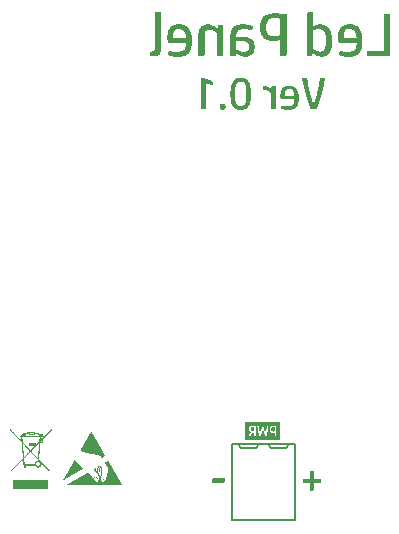
<source format=gbr>
%TF.GenerationSoftware,Altium Limited,Altium Designer,21.4.1 (30)*%
G04 Layer_Color=32896*
%FSLAX42Y42*%
%MOMM*%
%TF.SameCoordinates,A5F8CCB8-1AD9-4863-A32E-EE0D6D21C85A*%
%TF.FilePolarity,Positive*%
%TF.FileFunction,Legend,Bot*%
%TF.Part,Single*%
G01*
G75*
%TA.AperFunction,NonConductor*%
%ADD52C,0.20*%
G36*
X-2031Y-2667D02*
X-1832Y-2667D01*
X-1832Y-2667D01*
X-1832Y-2667D01*
X-1832Y-2740D01*
X-2132Y-2740D01*
X-2132Y-2667D01*
X-2131Y-2667D01*
X-2131Y-2667D01*
X-2031D01*
X-2031D01*
D02*
G37*
G36*
X-2107Y-2295D02*
X-2107Y-2295D01*
X-2107Y-2294D01*
X-2107Y-2294D01*
X-2107Y-2294D01*
X-2107Y-2294D01*
X-2107Y-2294D01*
X-2107Y-2294D01*
X-2108Y-2294D01*
X-2108Y-2294D01*
X-2108Y-2294D01*
X-2108Y-2294D01*
X-2108Y-2294D01*
X-2108Y-2294D01*
X-2109Y-2293D01*
X-2109Y-2293D01*
X-2109Y-2292D01*
X-2109Y-2292D01*
X-2109Y-2292D01*
X-2109Y-2292D01*
X-2110Y-2292D01*
X-2110Y-2292D01*
X-2110Y-2291D01*
X-2110Y-2291D01*
X-2111Y-2290D01*
X-2111Y-2290D01*
X-2111Y-2290D01*
X-2111Y-2290D01*
X-2111Y-2290D01*
X-2111Y-2290D01*
X-2112Y-2290D01*
X-2112Y-2290D01*
X-2112Y-2290D01*
X-2112Y-2290D01*
X-2112Y-2290D01*
X-2112Y-2289D01*
X-2112Y-2289D01*
X-2112Y-2289D01*
X-2112Y-2289D01*
X-2112Y-2289D01*
X-2112Y-2289D01*
X-2112Y-2289D01*
X-2113Y-2289D01*
X-2113Y-2289D01*
X-2113Y-2289D01*
X-2113Y-2288D01*
X-2113Y-2288D01*
X-2113Y-2288D01*
X-2113Y-2288D01*
X-2113Y-2288D01*
X-2113Y-2288D01*
X-2113Y-2288D01*
X-2113Y-2288D01*
X-2114Y-2288D01*
X-2114Y-2288D01*
X-2114Y-2287D01*
X-2114Y-2287D01*
X-2114Y-2287D01*
X-2114Y-2287D01*
X-2114Y-2287D01*
X-2114Y-2287D01*
X-2115Y-2287D01*
X-2115Y-2286D01*
X-2115Y-2286D01*
X-2115Y-2286D01*
X-2116Y-2286D01*
X-2116Y-2285D01*
X-2116Y-2285D01*
X-2116Y-2285D01*
X-2116Y-2285D01*
X-2116Y-2285D01*
X-2116Y-2285D01*
X-2116Y-2285D01*
X-2117Y-2285D01*
X-2117Y-2284D01*
X-2117Y-2284D01*
X-2117Y-2284D01*
X-2117Y-2284D01*
X-2117Y-2284D01*
X-2117Y-2284D01*
X-2117Y-2284D01*
X-2117Y-2284D01*
X-2117Y-2284D01*
X-2117Y-2284D01*
X-2118Y-2284D01*
X-2118Y-2283D01*
X-2118Y-2283D01*
X-2118Y-2283D01*
X-2118Y-2283D01*
X-2118Y-2283D01*
X-2118Y-2283D01*
X-2118Y-2283D01*
X-2118Y-2283D01*
X-2119Y-2282D01*
X-2119Y-2282D01*
X-2119Y-2282D01*
X-2119Y-2282D01*
X-2119Y-2282D01*
X-2119Y-2282D01*
X-2119Y-2282D01*
X-2119Y-2282D01*
X-2119Y-2282D01*
X-2119Y-2282D01*
X-2119Y-2281D01*
X-2120Y-2281D01*
X-2120Y-2281D01*
X-2120Y-2281D01*
X-2120Y-2281D01*
X-2120Y-2281D01*
X-2120Y-2281D01*
X-2120Y-2280D01*
X-2120Y-2280D01*
X-2120Y-2280D01*
X-2121Y-2280D01*
X-2121Y-2280D01*
X-2121Y-2280D01*
X-2121Y-2280D01*
X-2121Y-2279D01*
X-2122Y-2279D01*
X-2122Y-2279D01*
X-2122Y-2279D01*
X-2122Y-2278D01*
X-2122Y-2278D01*
X-2122Y-2278D01*
X-2122Y-2278D01*
X-2122Y-2278D01*
X-2123Y-2278D01*
X-2123Y-2278D01*
X-2123Y-2278D01*
X-2123Y-2278D01*
X-2123Y-2278D01*
X-2123Y-2278D01*
X-2123Y-2277D01*
X-2123Y-2277D01*
X-2123Y-2277D01*
X-2124Y-2277D01*
X-2124Y-2277D01*
X-2124Y-2277D01*
X-2124Y-2277D01*
X-2124Y-2277D01*
X-2124Y-2277D01*
X-2124Y-2277D01*
X-2124Y-2277D01*
X-2124Y-2276D01*
X-2124Y-2276D01*
X-2125Y-2276D01*
X-2125Y-2276D01*
X-2125Y-2276D01*
X-2125Y-2276D01*
X-2125Y-2276D01*
X-2125Y-2275D01*
X-2125Y-2275D01*
X-2126Y-2275D01*
X-2126Y-2275D01*
X-2126Y-2274D01*
X-2126Y-2274D01*
X-2126Y-2274D01*
X-2126Y-2274D01*
X-2127Y-2273D01*
X-2127Y-2273D01*
X-2128Y-2273D01*
X-2128Y-2273D01*
X-2128Y-2273D01*
X-2128Y-2273D01*
X-2128Y-2273D01*
X-2128Y-2273D01*
X-2128Y-2272D01*
X-2128Y-2272D01*
X-2128Y-2272D01*
X-2128Y-2272D01*
X-2128Y-2272D01*
X-2128Y-2272D01*
X-2129Y-2272D01*
X-2129Y-2272D01*
X-2129Y-2271D01*
X-2129Y-2271D01*
X-2129Y-2271D01*
X-2129Y-2271D01*
X-2129Y-2271D01*
X-2129Y-2271D01*
X-2129Y-2271D01*
X-2129Y-2271D01*
X-2129Y-2271D01*
X-2130Y-2271D01*
X-2130Y-2271D01*
X-2130Y-2271D01*
X-2130Y-2270D01*
X-2130Y-2270D01*
X-2130Y-2270D01*
X-2130Y-2270D01*
X-2130Y-2270D01*
X-2130Y-2270D01*
X-2130Y-2270D01*
X-2131Y-2270D01*
X-2131Y-2270D01*
X-2131Y-2270D01*
X-2131Y-2270D01*
X-2131Y-2270D01*
X-2131Y-2270D01*
X-2131Y-2269D01*
X-2131Y-2269D01*
X-2131Y-2269D01*
X-2131Y-2269D01*
X-2132Y-2268D01*
X-2132Y-2268D01*
X-2132Y-2268D01*
X-2132Y-2268D01*
X-2132Y-2268D01*
X-2133Y-2268D01*
X-2133Y-2268D01*
X-2133Y-2268D01*
X-2133Y-2267D01*
X-2133Y-2267D01*
X-2133Y-2267D01*
X-2133Y-2267D01*
X-2133Y-2267D01*
X-2133Y-2267D01*
X-2134Y-2267D01*
X-2134Y-2267D01*
X-2134Y-2266D01*
X-2134Y-2266D01*
X-2134Y-2266D01*
X-2134Y-2266D01*
X-2134Y-2266D01*
X-2134Y-2266D01*
X-2134Y-2266D01*
X-2134Y-2266D01*
X-2135Y-2266D01*
X-2135Y-2266D01*
X-2135Y-2265D01*
X-2135Y-2265D01*
X-2135Y-2265D01*
X-2135Y-2265D01*
X-2135Y-2265D01*
X-2135Y-2265D01*
X-2135Y-2265D01*
X-2135Y-2265D01*
X-2135Y-2265D01*
X-2135Y-2265D01*
X-2136Y-2264D01*
X-2136Y-2264D01*
X-2136Y-2264D01*
X-2136Y-2264D01*
X-2136Y-2264D01*
X-2137Y-2263D01*
X-2137Y-2263D01*
X-2137Y-2263D01*
X-2137Y-2263D01*
X-2137Y-2263D01*
X-2137Y-2263D01*
X-2137Y-2263D01*
X-2137Y-2262D01*
X-2138Y-2262D01*
X-2138Y-2262D01*
X-2138Y-2262D01*
X-2138Y-2262D01*
X-2138Y-2262D01*
X-2138Y-2262D01*
X-2138Y-2262D01*
X-2138Y-2261D01*
X-2138Y-2261D01*
X-2139Y-2261D01*
X-2139Y-2261D01*
X-2139Y-2261D01*
X-2139Y-2261D01*
X-2139Y-2261D01*
X-2139Y-2261D01*
X-2139Y-2261D01*
X-2139Y-2261D01*
X-2139Y-2260D01*
X-2139Y-2260D01*
X-2140Y-2260D01*
X-2140Y-2260D01*
X-2140Y-2260D01*
X-2140Y-2260D01*
X-2140Y-2260D01*
X-2140Y-2260D01*
X-2140Y-2259D01*
X-2140Y-2259D01*
X-2140Y-2259D01*
X-2140Y-2259D01*
X-2141Y-2259D01*
X-2141Y-2259D01*
X-2141Y-2259D01*
X-2141Y-2259D01*
X-2141Y-2259D01*
X-2141Y-2259D01*
X-2141Y-2259D01*
X-2141Y-2259D01*
X-2141Y-2258D01*
X-2141Y-2258D01*
X-2141Y-2258D01*
X-2142Y-2258D01*
X-2142Y-2258D01*
X-2142Y-2258D01*
X-2142Y-2258D01*
X-2143Y-2257D01*
X-2143Y-2257D01*
X-2143Y-2257D01*
X-2143Y-2257D01*
X-2144Y-2256D01*
X-2144Y-2256D01*
X-2144Y-2256D01*
X-2144Y-2256D01*
X-2144Y-2256D01*
X-2144Y-2255D01*
X-2144Y-2255D01*
X-2144Y-2255D01*
X-2145Y-2255D01*
X-2145Y-2255D01*
X-2145Y-2255D01*
X-2145Y-2255D01*
X-2145Y-2255D01*
X-2145Y-2255D01*
X-2145Y-2255D01*
X-2145Y-2255D01*
X-2145Y-2254D01*
X-2145Y-2254D01*
X-2145Y-2254D01*
X-2145Y-2254D01*
X-2146Y-2254D01*
X-2146Y-2254D01*
X-2146Y-2254D01*
X-2146Y-2254D01*
X-2146Y-2253D01*
X-2146Y-2253D01*
X-2146Y-2253D01*
X-2146Y-2253D01*
X-2146Y-2253D01*
X-2146Y-2253D01*
X-2146Y-2253D01*
X-2147Y-2253D01*
X-2147Y-2253D01*
X-2147Y-2253D01*
X-2147Y-2253D01*
X-2147Y-2252D01*
X-2147Y-2252D01*
X-2147Y-2252D01*
X-2147Y-2252D01*
X-2147Y-2252D01*
X-2148Y-2252D01*
X-2148Y-2251D01*
X-2148Y-2251D01*
X-2148Y-2251D01*
X-2149Y-2251D01*
X-2149Y-2250D01*
X-2149Y-2250D01*
X-2149Y-2250D01*
X-2149Y-2250D01*
X-2149Y-2250D01*
X-2149Y-2250D01*
X-2150Y-2250D01*
X-2150Y-2250D01*
X-2150Y-2249D01*
X-2150Y-2249D01*
X-2150Y-2249D01*
X-2150Y-2249D01*
X-2150Y-2249D01*
X-2150Y-2249D01*
X-2150Y-2249D01*
X-2150Y-2249D01*
X-2150Y-2249D01*
X-2151Y-2249D01*
X-2151Y-2249D01*
X-2151Y-2248D01*
X-2151Y-2248D01*
X-2151Y-2248D01*
X-2151Y-2248D01*
X-2151Y-2248D01*
X-2151Y-2248D01*
X-2151Y-2248D01*
X-2151Y-2248D01*
X-2151Y-2248D01*
X-2151Y-2248D01*
X-2152Y-2247D01*
X-2152Y-2247D01*
X-2152Y-2247D01*
X-2152Y-2247D01*
X-2152Y-2247D01*
X-2152Y-2247D01*
X-2152Y-2247D01*
X-2152Y-2247D01*
X-2152Y-2247D01*
X-2152Y-2247D01*
X-2152Y-2247D01*
X-2153Y-2247D01*
X-2153Y-2247D01*
X-2153Y-2246D01*
X-2153Y-2246D01*
X-2153Y-2246D01*
X-2154Y-2245D01*
X-2154Y-2245D01*
X-2154Y-2245D01*
X-2154Y-2245D01*
X-2154Y-2245D01*
X-2155Y-2244D01*
X-2155Y-2244D01*
X-2155Y-2244D01*
X-2155Y-2244D01*
X-2155Y-2244D01*
X-2155Y-2244D01*
X-2155Y-2244D01*
X-2155Y-2244D01*
X-2155Y-2243D01*
X-2156Y-2243D01*
X-2156Y-2243D01*
X-2156Y-2243D01*
X-2156Y-2243D01*
X-2156Y-2243D01*
X-2156Y-2243D01*
X-2156Y-2243D01*
X-2156Y-2243D01*
X-2156Y-2243D01*
X-2156Y-2242D01*
X-2156Y-2242D01*
X-2157Y-2242D01*
X-2157Y-2242D01*
X-2157Y-2242D01*
X-2157Y-2242D01*
X-2157Y-2242D01*
X-2157Y-2242D01*
X-2157Y-2242D01*
X-2157Y-2242D01*
X-2157Y-2242D01*
X-2157Y-2241D01*
X-2157Y-2241D01*
X-2158Y-2241D01*
X-2158Y-2241D01*
X-2158Y-2241D01*
X-2158Y-2241D01*
X-2158Y-2241D01*
X-2158Y-2241D01*
X-2158Y-2241D01*
X-2158Y-2241D01*
X-2158Y-2241D01*
X-2158Y-2240D01*
X-2159Y-2240D01*
X-2159Y-2240D01*
X-2159Y-2239D01*
X-2159Y-2239D01*
X-2160Y-2239D01*
X-2160Y-2239D01*
X-2160Y-2239D01*
X-2160Y-2239D01*
X-2160Y-2239D01*
X-2160Y-2239D01*
X-2160Y-2238D01*
X-2160Y-2238D01*
X-2161Y-2238D01*
X-2161Y-2238D01*
X-2161Y-2238D01*
X-2161Y-2238D01*
X-2161Y-2238D01*
X-2161Y-2226D01*
X-2161Y-2226D01*
X-2160Y-2226D01*
X-2160Y-2226D01*
X-2160Y-2227D01*
X-2160Y-2227D01*
X-2160Y-2227D01*
X-2160Y-2227D01*
X-2160Y-2227D01*
X-2160Y-2227D01*
X-2160Y-2227D01*
X-2160Y-2227D01*
X-2159Y-2227D01*
X-2159Y-2227D01*
X-2159Y-2228D01*
X-2159Y-2228D01*
X-2159Y-2228D01*
X-2159Y-2228D01*
X-2159Y-2228D01*
X-2159Y-2228D01*
X-2159Y-2228D01*
X-2159Y-2228D01*
X-2158Y-2229D01*
X-2158Y-2229D01*
X-2158Y-2229D01*
X-2158Y-2229D01*
X-2158Y-2229D01*
X-2158Y-2229D01*
X-2157Y-2230D01*
X-2157Y-2230D01*
X-2157Y-2230D01*
X-2157Y-2230D01*
X-2157Y-2230D01*
X-2157Y-2230D01*
X-2157Y-2230D01*
X-2157Y-2231D01*
X-2156Y-2231D01*
X-2156Y-2231D01*
X-2156Y-2231D01*
X-2156Y-2231D01*
X-2156Y-2231D01*
X-2156Y-2231D01*
X-2156Y-2231D01*
X-2156Y-2231D01*
X-2156Y-2231D01*
X-2156Y-2231D01*
X-2156Y-2232D01*
X-2156Y-2232D01*
X-2155Y-2232D01*
X-2155Y-2232D01*
X-2155Y-2232D01*
X-2155Y-2232D01*
X-2155Y-2232D01*
X-2155Y-2232D01*
X-2155Y-2232D01*
X-2155Y-2232D01*
X-2155Y-2232D01*
X-2155Y-2233D01*
X-2155Y-2233D01*
X-2155Y-2233D01*
X-2154Y-2233D01*
X-2154Y-2233D01*
X-2154Y-2233D01*
X-2154Y-2233D01*
X-2154Y-2233D01*
X-2154Y-2233D01*
X-2154Y-2234D01*
X-2154Y-2234D01*
X-2153Y-2234D01*
X-2153Y-2234D01*
X-2153Y-2235D01*
X-2153Y-2235D01*
X-2152Y-2235D01*
X-2152Y-2235D01*
X-2152Y-2235D01*
X-2152Y-2235D01*
X-2152Y-2235D01*
X-2152Y-2236D01*
X-2152Y-2236D01*
X-2152Y-2236D01*
X-2152Y-2236D01*
X-2151Y-2236D01*
X-2151Y-2236D01*
X-2151Y-2236D01*
X-2151Y-2236D01*
X-2151Y-2236D01*
X-2151Y-2236D01*
X-2151Y-2236D01*
X-2151Y-2237D01*
X-2151Y-2237D01*
X-2150Y-2237D01*
X-2150Y-2237D01*
X-2150Y-2237D01*
X-2150Y-2237D01*
X-2150Y-2237D01*
X-2150Y-2237D01*
X-2150Y-2237D01*
X-2150Y-2237D01*
X-2150Y-2237D01*
X-2150Y-2238D01*
X-2150Y-2238D01*
X-2149Y-2238D01*
X-2149Y-2238D01*
X-2149Y-2238D01*
X-2149Y-2238D01*
X-2149Y-2238D01*
X-2149Y-2239D01*
X-2149Y-2239D01*
X-2149Y-2239D01*
X-2149Y-2239D01*
X-2149Y-2239D01*
X-2149Y-2239D01*
X-2149Y-2239D01*
X-2148Y-2239D01*
X-2148Y-2239D01*
X-2148Y-2239D01*
X-2148Y-2240D01*
X-2148Y-2240D01*
X-2148Y-2240D01*
X-2148Y-2240D01*
X-2148Y-2240D01*
X-2147Y-2240D01*
X-2147Y-2240D01*
X-2147Y-2241D01*
X-2147Y-2241D01*
X-2147Y-2241D01*
X-2147Y-2241D01*
X-2147Y-2241D01*
X-2146Y-2241D01*
X-2146Y-2241D01*
X-2146Y-2242D01*
X-2146Y-2242D01*
X-2146Y-2242D01*
X-2146Y-2242D01*
X-2146Y-2242D01*
X-2145Y-2242D01*
X-2145Y-2242D01*
X-2145Y-2242D01*
X-2145Y-2243D01*
X-2145Y-2243D01*
X-2145Y-2243D01*
X-2145Y-2243D01*
X-2145Y-2243D01*
X-2145Y-2243D01*
X-2144Y-2243D01*
X-2144Y-2243D01*
X-2144Y-2243D01*
X-2144Y-2243D01*
X-2144Y-2243D01*
X-2144Y-2244D01*
X-2144Y-2244D01*
X-2144Y-2244D01*
X-2144Y-2244D01*
X-2144Y-2244D01*
X-2144Y-2244D01*
X-2143Y-2244D01*
X-2143Y-2244D01*
X-2143Y-2244D01*
X-2143Y-2244D01*
X-2143Y-2245D01*
X-2143Y-2245D01*
X-2143Y-2245D01*
X-2143Y-2245D01*
X-2143Y-2245D01*
X-2143Y-2245D01*
X-2142Y-2245D01*
X-2142Y-2245D01*
X-2142Y-2246D01*
X-2142Y-2246D01*
X-2142Y-2246D01*
X-2142Y-2246D01*
X-2142Y-2246D01*
X-2141Y-2246D01*
X-2141Y-2246D01*
X-2141Y-2247D01*
X-2141Y-2247D01*
X-2141Y-2247D01*
X-2141Y-2247D01*
X-2141Y-2247D01*
X-2141Y-2247D01*
X-2140Y-2247D01*
X-2140Y-2248D01*
X-2140Y-2248D01*
X-2140Y-2248D01*
X-2140Y-2248D01*
X-2140Y-2248D01*
X-2140Y-2248D01*
X-2140Y-2248D01*
X-2140Y-2248D01*
X-2140Y-2248D01*
X-2140Y-2248D01*
X-2140Y-2248D01*
X-2139Y-2249D01*
X-2139Y-2249D01*
X-2139Y-2249D01*
X-2139Y-2249D01*
X-2139Y-2249D01*
X-2139Y-2249D01*
X-2139Y-2249D01*
X-2139Y-2249D01*
X-2139Y-2249D01*
X-2138Y-2250D01*
X-2138Y-2250D01*
X-2138Y-2250D01*
X-2138Y-2250D01*
X-2138Y-2250D01*
X-2138Y-2250D01*
X-2138Y-2250D01*
X-2138Y-2250D01*
X-2138Y-2250D01*
X-2138Y-2250D01*
X-2138Y-2251D01*
X-2137Y-2251D01*
X-2137Y-2251D01*
X-2137Y-2251D01*
X-2137Y-2251D01*
X-2137Y-2251D01*
X-2137Y-2252D01*
X-2137Y-2252D01*
X-2137Y-2252D01*
X-2136Y-2252D01*
X-2136Y-2252D01*
X-2136Y-2252D01*
X-2136Y-2252D01*
X-2136Y-2253D01*
X-2136Y-2253D01*
X-2136Y-2253D01*
X-2135Y-2253D01*
X-2135Y-2253D01*
X-2135Y-2253D01*
X-2135Y-2253D01*
X-2135Y-2254D01*
X-2134Y-2254D01*
X-2134Y-2254D01*
X-2134Y-2254D01*
X-2134Y-2254D01*
X-2134Y-2254D01*
X-2134Y-2254D01*
X-2134Y-2255D01*
X-2134Y-2255D01*
X-2134Y-2255D01*
X-2133Y-2255D01*
X-2133Y-2255D01*
X-2133Y-2255D01*
X-2133Y-2255D01*
X-2133Y-2255D01*
X-2133Y-2255D01*
X-2133Y-2256D01*
X-2133Y-2256D01*
X-2133Y-2256D01*
X-2133Y-2256D01*
X-2133Y-2256D01*
X-2133Y-2256D01*
X-2132Y-2256D01*
X-2132Y-2256D01*
X-2132Y-2256D01*
X-2132Y-2256D01*
X-2132Y-2256D01*
X-2132Y-2257D01*
X-2132Y-2257D01*
X-2132Y-2257D01*
X-2132Y-2257D01*
X-2132Y-2257D01*
X-2132Y-2257D01*
X-2131Y-2257D01*
X-2131Y-2257D01*
X-2131Y-2257D01*
X-2131Y-2257D01*
X-2131Y-2258D01*
X-2131Y-2258D01*
X-2131Y-2258D01*
X-2130Y-2258D01*
X-2130Y-2258D01*
X-2130Y-2259D01*
X-2130Y-2259D01*
X-2129Y-2259D01*
X-2129Y-2259D01*
X-2129Y-2259D01*
X-2129Y-2259D01*
X-2129Y-2259D01*
X-2129Y-2259D01*
X-2129Y-2260D01*
X-2129Y-2260D01*
X-2129Y-2260D01*
X-2128Y-2260D01*
X-2128Y-2260D01*
X-2128Y-2260D01*
X-2128Y-2260D01*
X-2128Y-2261D01*
X-2128Y-2261D01*
X-2128Y-2261D01*
X-2128Y-2261D01*
X-2128Y-2261D01*
X-2128Y-2261D01*
X-2128Y-2261D01*
X-2127Y-2261D01*
X-2127Y-2261D01*
X-2127Y-2261D01*
X-2127Y-2262D01*
X-2127Y-2262D01*
X-2127Y-2262D01*
X-2127Y-2262D01*
X-2127Y-2262D01*
X-2127Y-2262D01*
X-2127Y-2262D01*
X-2126Y-2262D01*
X-2126Y-2262D01*
X-2126Y-2262D01*
X-2126Y-2263D01*
X-2126Y-2263D01*
X-2126Y-2263D01*
X-2126Y-2263D01*
X-2126Y-2263D01*
X-2125Y-2263D01*
X-2125Y-2263D01*
X-2125Y-2263D01*
X-2125Y-2263D01*
X-2125Y-2264D01*
X-2125Y-2264D01*
X-2125Y-2264D01*
X-2124Y-2264D01*
X-2124Y-2264D01*
X-2124Y-2264D01*
X-2124Y-2264D01*
X-2124Y-2265D01*
X-2124Y-2265D01*
X-2124Y-2265D01*
X-2124Y-2265D01*
X-2124Y-2265D01*
X-2124Y-2265D01*
X-2124Y-2265D01*
X-2124Y-2265D01*
X-2124Y-2265D01*
X-2123Y-2265D01*
X-2123Y-2266D01*
X-2123Y-2266D01*
X-2123Y-2266D01*
X-2123Y-2266D01*
X-2123Y-2266D01*
X-2123Y-2266D01*
X-2123Y-2266D01*
X-2123Y-2266D01*
X-2123Y-2266D01*
X-2123Y-2266D01*
X-2123Y-2266D01*
X-2123Y-2266D01*
X-2122Y-2266D01*
X-2122Y-2266D01*
X-2122Y-2267D01*
X-2122Y-2267D01*
X-2122Y-2267D01*
X-2122Y-2267D01*
X-2122Y-2267D01*
X-2122Y-2267D01*
X-2122Y-2267D01*
X-2121Y-2267D01*
X-2121Y-2268D01*
X-2121Y-2268D01*
X-2121Y-2268D01*
X-2121Y-2268D01*
X-2121Y-2268D01*
X-2121Y-2268D01*
X-2121Y-2268D01*
X-2121Y-2268D01*
X-2121Y-2268D01*
X-2121Y-2268D01*
X-2120Y-2269D01*
X-2120Y-2269D01*
X-2120Y-2269D01*
X-2120Y-2269D01*
X-2120Y-2269D01*
X-2120Y-2269D01*
X-2120Y-2269D01*
X-2120Y-2269D01*
X-2120Y-2269D01*
X-2119Y-2270D01*
X-2119Y-2270D01*
X-2119Y-2270D01*
X-2119Y-2270D01*
X-2118Y-2271D01*
X-2118Y-2271D01*
X-2118Y-2271D01*
X-2118Y-2271D01*
X-2118Y-2271D01*
X-2118Y-2271D01*
X-2118Y-2271D01*
X-2118Y-2271D01*
X-2118Y-2272D01*
X-2118Y-2272D01*
X-2117Y-2272D01*
X-2117Y-2272D01*
X-2117Y-2272D01*
X-2117Y-2272D01*
X-2117Y-2272D01*
X-2117Y-2272D01*
X-2117Y-2272D01*
X-2117Y-2272D01*
X-2117Y-2272D01*
X-2117Y-2273D01*
X-2116Y-2273D01*
X-2116Y-2273D01*
X-2116Y-2273D01*
X-2116Y-2273D01*
X-2116Y-2273D01*
X-2116Y-2273D01*
X-2116Y-2273D01*
X-2116Y-2273D01*
X-2116Y-2273D01*
X-2116Y-2273D01*
X-2116Y-2273D01*
X-2116Y-2273D01*
X-2115Y-2274D01*
X-2115Y-2274D01*
X-2115Y-2274D01*
X-2115Y-2274D01*
X-2115Y-2274D01*
X-2115Y-2274D01*
X-2115Y-2274D01*
X-2115Y-2274D01*
X-2115Y-2275D01*
X-2115Y-2275D01*
X-2114Y-2275D01*
X-2114Y-2275D01*
X-2114Y-2275D01*
X-2114Y-2275D01*
X-2114Y-2275D01*
X-2114Y-2275D01*
X-2114Y-2275D01*
X-2114Y-2276D01*
X-2114Y-2276D01*
X-2114Y-2276D01*
X-2114Y-2276D01*
X-2113Y-2276D01*
X-2113Y-2276D01*
X-2113Y-2276D01*
X-2113Y-2277D01*
X-2113Y-2277D01*
X-2113Y-2277D01*
X-2113Y-2277D01*
X-2112Y-2277D01*
X-2112Y-2277D01*
X-2112Y-2277D01*
X-2112Y-2277D01*
X-2112Y-2277D01*
X-2112Y-2278D01*
X-2112Y-2278D01*
X-2112Y-2278D01*
X-2112Y-2278D01*
X-2111Y-2278D01*
X-2111Y-2278D01*
X-2111Y-2278D01*
X-2111Y-2278D01*
X-2111Y-2279D01*
X-2111Y-2279D01*
X-2111Y-2279D01*
X-2111Y-2279D01*
X-2111Y-2279D01*
X-2111Y-2279D01*
X-2110Y-2279D01*
X-2110Y-2279D01*
X-2110Y-2279D01*
X-2110Y-2279D01*
X-2110Y-2279D01*
X-2110Y-2280D01*
X-2110Y-2280D01*
X-2110Y-2280D01*
X-2110Y-2280D01*
X-2110Y-2280D01*
X-2109Y-2280D01*
X-2109Y-2280D01*
X-2109Y-2280D01*
X-2109Y-2280D01*
X-2109Y-2280D01*
X-2109Y-2280D01*
X-2109Y-2281D01*
X-2109Y-2281D01*
X-2109Y-2281D01*
X-2109Y-2281D01*
X-2109Y-2281D01*
X-2109Y-2281D01*
X-2108Y-2281D01*
X-2108Y-2281D01*
X-2108Y-2282D01*
X-2108Y-2282D01*
X-2107Y-2282D01*
X-2107Y-2283D01*
X-2107Y-2283D01*
X-2107Y-2283D01*
X-2107Y-2283D01*
X-2107Y-2283D01*
X-2107Y-2283D01*
X-2106Y-2283D01*
X-2106Y-2283D01*
X-2106Y-2283D01*
X-2106Y-2284D01*
X-2106Y-2284D01*
X-2106Y-2284D01*
X-2106Y-2284D01*
X-2106Y-2284D01*
X-2106Y-2284D01*
X-2106Y-2284D01*
X-2105Y-2284D01*
X-2105Y-2285D01*
X-2105Y-2285D01*
X-2105Y-2285D01*
X-2105Y-2285D01*
X-2105Y-2285D01*
X-2105Y-2285D01*
X-2105Y-2285D01*
X-2105Y-2285D01*
X-2105Y-2285D01*
X-2104Y-2286D01*
X-2104Y-2286D01*
X-2104Y-2286D01*
X-2104Y-2286D01*
X-2104Y-2286D01*
X-2104Y-2286D01*
X-2104Y-2286D01*
X-2104Y-2286D01*
X-2104Y-2286D01*
X-2104Y-2286D01*
X-2104Y-2286D01*
X-2104Y-2286D01*
X-2103Y-2286D01*
X-2103Y-2286D01*
X-2103Y-2287D01*
X-2103Y-2287D01*
X-2103Y-2287D01*
X-2103Y-2287D01*
X-2103Y-2287D01*
X-2103Y-2287D01*
X-2103Y-2287D01*
X-2103Y-2287D01*
X-2102Y-2288D01*
X-2102Y-2288D01*
X-2102Y-2288D01*
X-2102Y-2288D01*
X-2101Y-2289D01*
X-2101Y-2289D01*
X-2101Y-2289D01*
X-2101Y-2289D01*
X-2101Y-2289D01*
X-2101Y-2289D01*
X-2101Y-2289D01*
X-2101Y-2289D01*
X-2101Y-2289D01*
X-2101Y-2289D01*
X-2100Y-2290D01*
X-2100Y-2290D01*
X-2100Y-2290D01*
X-2100Y-2290D01*
X-2100Y-2290D01*
X-2100Y-2290D01*
X-2100Y-2290D01*
X-2100Y-2290D01*
X-2100Y-2290D01*
X-2100Y-2291D01*
X-2099Y-2291D01*
X-2099Y-2291D01*
X-2099Y-2291D01*
X-2099Y-2291D01*
X-2099Y-2291D01*
X-2099Y-2291D01*
X-2099Y-2291D01*
X-2099Y-2291D01*
X-2099Y-2291D01*
X-2099Y-2292D01*
X-2099Y-2292D01*
X-2098Y-2292D01*
X-2098Y-2292D01*
X-2098Y-2292D01*
X-2098Y-2292D01*
X-2098Y-2292D01*
X-2098Y-2292D01*
X-2098Y-2293D01*
X-2098Y-2293D01*
X-2098Y-2293D01*
X-2098Y-2293D01*
X-2097Y-2293D01*
X-2097Y-2293D01*
X-2097Y-2293D01*
X-2097Y-2293D01*
X-2097Y-2293D01*
X-2097Y-2293D01*
X-2097Y-2293D01*
X-2096Y-2294D01*
X-2096Y-2294D01*
X-2096Y-2294D01*
X-2096Y-2294D01*
X-2095Y-2295D01*
X-2095Y-2295D01*
X-2095Y-2295D01*
X-2095Y-2295D01*
X-2095Y-2295D01*
X-2095Y-2296D01*
X-2095Y-2296D01*
X-2095Y-2296D01*
X-2094Y-2296D01*
X-2094Y-2296D01*
X-2094Y-2296D01*
X-2094Y-2296D01*
X-2094Y-2296D01*
X-2094Y-2296D01*
X-2094Y-2297D01*
X-2094Y-2297D01*
X-2094Y-2297D01*
X-2094Y-2297D01*
X-2093Y-2297D01*
X-2093Y-2297D01*
X-2093Y-2297D01*
X-2093Y-2297D01*
X-2093Y-2297D01*
X-2093Y-2297D01*
X-2093Y-2298D01*
X-2093Y-2298D01*
X-2093Y-2298D01*
X-2093Y-2298D01*
X-2093Y-2298D01*
X-2093Y-2298D01*
X-2092Y-2298D01*
X-2092Y-2298D01*
X-2092Y-2298D01*
X-2092Y-2298D01*
X-2092Y-2298D01*
X-2092Y-2299D01*
X-2092Y-2299D01*
X-2092Y-2299D01*
X-2091Y-2300D01*
X-2091Y-2300D01*
X-2091Y-2300D01*
X-2091Y-2300D01*
X-2090Y-2300D01*
X-2090Y-2301D01*
X-2090Y-2301D01*
X-2090Y-2301D01*
X-2090Y-2301D01*
X-2090Y-2301D01*
X-2090Y-2301D01*
X-2090Y-2301D01*
X-2089Y-2301D01*
X-2089Y-2302D01*
X-2089Y-2302D01*
X-2089Y-2302D01*
X-2089Y-2302D01*
X-2089Y-2302D01*
X-2089Y-2302D01*
X-2089Y-2302D01*
X-2088Y-2302D01*
X-2088Y-2302D01*
X-2088Y-2302D01*
X-2088Y-2302D01*
X-2088Y-2303D01*
X-2088Y-2303D01*
X-2088Y-2303D01*
X-2088Y-2303D01*
X-2088Y-2303D01*
X-2088Y-2303D01*
X-2088Y-2303D01*
X-2088Y-2303D01*
X-2087Y-2303D01*
X-2087Y-2303D01*
X-2087Y-2304D01*
X-2087Y-2304D01*
X-2087Y-2304D01*
X-2087Y-2304D01*
X-2087Y-2304D01*
X-2087Y-2304D01*
X-2087Y-2304D01*
X-2087Y-2304D01*
X-2086Y-2304D01*
X-2086Y-2305D01*
X-2086Y-2305D01*
X-2086Y-2305D01*
X-2086Y-2305D01*
X-2086Y-2305D01*
X-2086Y-2305D01*
X-2086Y-2305D01*
X-2085Y-2306D01*
X-2085Y-2306D01*
X-2085Y-2306D01*
X-2085Y-2306D01*
X-2084Y-2307D01*
X-2084Y-2307D01*
X-2084Y-2307D01*
X-2084Y-2307D01*
X-2084Y-2307D01*
X-2084Y-2307D01*
X-2083Y-2308D01*
X-2083Y-2308D01*
X-2083Y-2308D01*
X-2083Y-2308D01*
X-2083Y-2308D01*
X-2083Y-2308D01*
X-2083Y-2308D01*
X-2083Y-2308D01*
X-2083Y-2309D01*
X-2082Y-2309D01*
X-2082Y-2309D01*
X-2082Y-2309D01*
X-2082Y-2309D01*
X-2082Y-2309D01*
X-2082Y-2309D01*
X-2082Y-2309D01*
X-2082Y-2309D01*
X-2082Y-2309D01*
X-2081Y-2310D01*
X-2081Y-2310D01*
X-2081Y-2310D01*
X-2081Y-2310D01*
X-2081Y-2310D01*
X-2081Y-2310D01*
X-2081Y-2310D01*
X-2081Y-2310D01*
X-2081Y-2310D01*
X-2081Y-2310D01*
X-2080Y-2311D01*
X-2080Y-2311D01*
X-2080Y-2311D01*
X-2080Y-2311D01*
X-2080Y-2311D01*
X-2080Y-2311D01*
X-2080Y-2311D01*
X-2079Y-2312D01*
X-2079Y-2312D01*
X-2079Y-2312D01*
X-2079Y-2312D01*
X-2078Y-2313D01*
X-2078Y-2313D01*
X-2078Y-2313D01*
X-2078Y-2313D01*
X-2078Y-2313D01*
X-2078Y-2313D01*
X-2078Y-2314D01*
X-2078Y-2314D01*
X-2077Y-2314D01*
X-2077Y-2314D01*
X-2077Y-2314D01*
X-2077Y-2314D01*
X-2077Y-2314D01*
X-2077Y-2314D01*
X-2077Y-2314D01*
X-2077Y-2315D01*
X-2077Y-2315D01*
X-2077Y-2315D01*
X-2077Y-2315D01*
X-2076Y-2315D01*
X-2076Y-2315D01*
X-2076Y-2315D01*
X-2076Y-2315D01*
X-2076Y-2315D01*
X-2076Y-2315D01*
X-2076Y-2316D01*
X-2076Y-2316D01*
X-2076Y-2316D01*
X-2076Y-2316D01*
X-2075Y-2316D01*
X-2075Y-2316D01*
X-2075Y-2316D01*
X-2075Y-2316D01*
X-2075Y-2316D01*
X-2075Y-2316D01*
X-2075Y-2316D01*
X-2074Y-2317D01*
X-2074Y-2317D01*
X-2074Y-2318D01*
X-2074Y-2318D01*
X-2074Y-2318D01*
X-2073Y-2318D01*
X-2073Y-2318D01*
X-2073Y-2318D01*
X-2073Y-2319D01*
X-2073Y-2319D01*
X-2073Y-2319D01*
X-2073Y-2319D01*
X-2073Y-2319D01*
X-2072Y-2319D01*
X-2072Y-2319D01*
X-2072Y-2319D01*
X-2072Y-2320D01*
X-2072Y-2320D01*
X-2072Y-2320D01*
X-2072Y-2320D01*
X-2072Y-2320D01*
X-2071Y-2320D01*
X-2071Y-2320D01*
X-2071Y-2320D01*
X-2071Y-2320D01*
X-2071Y-2321D01*
X-2071Y-2321D01*
X-2071Y-2321D01*
X-2071Y-2321D01*
X-2071Y-2321D01*
X-2071Y-2321D01*
X-2070Y-2321D01*
X-2070Y-2321D01*
X-2070Y-2321D01*
X-2070Y-2321D01*
X-2070Y-2321D01*
X-2070Y-2321D01*
X-2070Y-2322D01*
X-2070Y-2322D01*
X-2070Y-2322D01*
X-2070Y-2322D01*
X-2070Y-2322D01*
X-2070Y-2322D01*
X-2069Y-2322D01*
X-2069Y-2322D01*
X-2069Y-2323D01*
X-2069Y-2323D01*
X-2069Y-2323D01*
X-2069Y-2323D01*
X-2069Y-2323D01*
X-2069Y-2323D01*
X-2069Y-2323D01*
X-2069Y-2323D01*
X-2068Y-2323D01*
X-2068Y-2323D01*
X-2068Y-2324D01*
X-2068Y-2324D01*
X-2068Y-2324D01*
X-2068Y-2324D01*
X-2067Y-2325D01*
X-2067Y-2325D01*
X-2067Y-2325D01*
X-2067Y-2325D01*
X-2066Y-2326D01*
X-2066Y-2326D01*
X-2066Y-2326D01*
X-2066Y-2326D01*
X-2066Y-2326D01*
X-2066Y-2326D01*
X-2066Y-2326D01*
X-2066Y-2326D01*
X-2065Y-2326D01*
X-2065Y-2327D01*
X-2065Y-2327D01*
X-2065Y-2327D01*
X-2065Y-2327D01*
X-2065Y-2327D01*
X-2065Y-2327D01*
X-2065Y-2327D01*
X-2065Y-2327D01*
X-2065Y-2327D01*
X-2065Y-2327D01*
X-2064Y-2327D01*
X-2064Y-2328D01*
X-2064Y-2328D01*
X-2064Y-2328D01*
X-2064Y-2328D01*
X-2064Y-2328D01*
X-2064Y-2328D01*
X-2064Y-2328D01*
X-2064Y-2328D01*
X-2064Y-2328D01*
X-2064Y-2328D01*
X-2063Y-2329D01*
X-2063Y-2329D01*
X-2063Y-2329D01*
X-2063Y-2329D01*
X-2062Y-2330D01*
X-2062Y-2330D01*
X-2062Y-2330D01*
X-2062Y-2330D01*
X-2061Y-2331D01*
X-2061Y-2331D01*
X-2061Y-2331D01*
X-2061Y-2331D01*
X-2061Y-2331D01*
X-2061Y-2331D01*
X-2061Y-2331D01*
X-2061Y-2331D01*
X-2061Y-2332D01*
X-2060Y-2332D01*
X-2060Y-2332D01*
X-2060Y-2331D01*
X-2060Y-2331D01*
X-2061Y-2330D01*
X-2061Y-2329D01*
X-2061Y-2329D01*
X-2061Y-2329D01*
X-2061Y-2328D01*
X-2061Y-2328D01*
X-2061Y-2327D01*
X-2061Y-2327D01*
X-2061Y-2327D01*
X-2061Y-2326D01*
X-2061Y-2325D01*
X-2061Y-2325D01*
X-2061Y-2325D01*
X-2061Y-2324D01*
X-2061Y-2324D01*
X-2061Y-2324D01*
X-2061Y-2323D01*
X-2061Y-2322D01*
X-2061Y-2322D01*
X-2061Y-2322D01*
X-2061Y-2321D01*
X-2061Y-2321D01*
X-2061Y-2321D01*
X-2061Y-2320D01*
X-2061Y-2319D01*
X-2061Y-2319D01*
X-2061Y-2318D01*
X-2062Y-2318D01*
X-2062Y-2318D01*
X-2062Y-2317D01*
X-2062Y-2317D01*
X-2062Y-2317D01*
X-2062Y-2316D01*
X-2062Y-2316D01*
X-2062Y-2315D01*
X-2062Y-2315D01*
X-2062Y-2314D01*
X-2062Y-2314D01*
X-2062Y-2314D01*
X-2062Y-2314D01*
X-2062Y-2313D01*
X-2062Y-2312D01*
X-2062Y-2311D01*
X-2062Y-2311D01*
X-2062Y-2311D01*
X-2062Y-2311D01*
X-2062Y-2310D01*
X-2062Y-2310D01*
X-2062Y-2309D01*
X-2062Y-2309D01*
X-2062Y-2308D01*
X-2062Y-2308D01*
X-2062Y-2307D01*
X-2062Y-2307D01*
X-2063Y-2307D01*
X-2063Y-2306D01*
X-2063Y-2306D01*
X-2063Y-2305D01*
X-2063Y-2304D01*
X-2063Y-2304D01*
X-2063Y-2303D01*
X-2063Y-2303D01*
X-2063Y-2303D01*
X-2063Y-2301D01*
X-2063Y-2301D01*
X-2063Y-2301D01*
X-2063Y-2301D01*
X-2075Y-2301D01*
X-2075Y-2301D01*
X-2075Y-2301D01*
X-2075Y-2291D01*
X-2075Y-2291D01*
X-2075Y-2291D01*
X-2074Y-2291D01*
X-2065Y-2291D01*
X-2065Y-2291D01*
X-2065Y-2291D01*
X-2065Y-2291D01*
X-2064Y-2291D01*
X-2064Y-2290D01*
X-2064Y-2290D01*
X-2064Y-2290D01*
X-2064Y-2290D01*
X-2064Y-2290D01*
X-2064Y-2289D01*
X-2064Y-2289D01*
X-2064Y-2289D01*
X-2064Y-2289D01*
X-2064Y-2289D01*
X-2064Y-2288D01*
X-2063Y-2288D01*
X-2063Y-2288D01*
X-2063Y-2288D01*
X-2063Y-2288D01*
X-2063Y-2287D01*
X-2063Y-2287D01*
X-2063Y-2287D01*
X-2063Y-2287D01*
X-2063Y-2287D01*
X-2063Y-2287D01*
X-2063Y-2287D01*
X-2063Y-2286D01*
X-2063Y-2286D01*
X-2062Y-2286D01*
X-2062Y-2286D01*
X-2062Y-2286D01*
X-2062Y-2286D01*
X-2062Y-2286D01*
X-2062Y-2286D01*
X-2062Y-2285D01*
X-2062Y-2285D01*
X-2062Y-2285D01*
X-2062Y-2285D01*
X-2062Y-2285D01*
X-2061Y-2285D01*
X-2061Y-2284D01*
X-2061Y-2284D01*
X-2061Y-2284D01*
X-2061Y-2284D01*
X-2061Y-2284D01*
X-2061Y-2283D01*
X-2061Y-2283D01*
X-2060Y-2283D01*
X-2060Y-2283D01*
X-2060Y-2283D01*
X-2060Y-2282D01*
X-2060Y-2282D01*
X-2060Y-2282D01*
X-2060Y-2282D01*
X-2060Y-2282D01*
X-2059Y-2282D01*
X-2059Y-2282D01*
X-2059Y-2282D01*
X-2059Y-2282D01*
X-2059Y-2281D01*
X-2059Y-2281D01*
X-2059Y-2281D01*
X-2059Y-2281D01*
X-2059Y-2281D01*
X-2059Y-2281D01*
X-2059Y-2281D01*
X-2059Y-2281D01*
X-2059Y-2281D01*
X-2058Y-2281D01*
X-2058Y-2281D01*
X-2058Y-2280D01*
X-2058Y-2280D01*
X-2058Y-2280D01*
X-2058Y-2280D01*
X-2058Y-2280D01*
X-2058Y-2280D01*
X-2057Y-2279D01*
X-2057Y-2279D01*
X-2057Y-2279D01*
X-2057Y-2279D01*
X-2057Y-2279D01*
X-2057Y-2279D01*
X-2057Y-2279D01*
X-2057Y-2279D01*
X-2057Y-2279D01*
X-2057Y-2279D01*
X-2057Y-2279D01*
X-2057Y-2279D01*
X-2057Y-2279D01*
X-2056Y-2278D01*
X-2056Y-2278D01*
X-2056Y-2278D01*
X-2056Y-2278D01*
X-2056Y-2278D01*
X-2056Y-2278D01*
X-2055Y-2278D01*
X-2055Y-2277D01*
X-2055Y-2277D01*
X-2055Y-2277D01*
X-2055Y-2277D01*
X-2055Y-2277D01*
X-2055Y-2277D01*
X-2055Y-2277D01*
X-2055Y-2277D01*
X-2054Y-2277D01*
X-2054Y-2277D01*
X-2054Y-2276D01*
X-2054Y-2276D01*
X-2054Y-2276D01*
X-2053Y-2276D01*
X-2053Y-2276D01*
X-2053Y-2276D01*
X-2053Y-2276D01*
X-2053Y-2275D01*
X-2053Y-2275D01*
X-2052Y-2275D01*
X-2052Y-2275D01*
X-2052Y-2275D01*
X-2052Y-2275D01*
X-2052Y-2275D01*
X-2052Y-2275D01*
X-2052Y-2275D01*
X-2051Y-2275D01*
X-2051Y-2275D01*
X-2051Y-2274D01*
X-2051Y-2274D01*
X-2051Y-2274D01*
X-2051Y-2274D01*
X-2051Y-2274D01*
X-2050Y-2274D01*
X-2050Y-2274D01*
X-2050Y-2274D01*
X-2050Y-2274D01*
X-2050Y-2273D01*
X-2050Y-2273D01*
X-2050Y-2273D01*
X-2049Y-2273D01*
X-2049Y-2273D01*
X-2049Y-2273D01*
X-2049Y-2273D01*
X-2049Y-2273D01*
X-2049Y-2273D01*
X-2048Y-2273D01*
X-2048Y-2273D01*
X-2048Y-2272D01*
X-2048Y-2272D01*
X-2048Y-2272D01*
X-2048Y-2272D01*
X-2048Y-2272D01*
X-2048Y-2272D01*
X-2047Y-2272D01*
X-2047Y-2272D01*
X-2047Y-2272D01*
X-2047Y-2272D01*
X-2046Y-2271D01*
X-2046Y-2271D01*
X-2046Y-2271D01*
X-2046Y-2271D01*
X-2046Y-2271D01*
X-2046Y-2271D01*
X-2045Y-2271D01*
X-2045Y-2271D01*
X-2045Y-2271D01*
X-2045Y-2271D01*
X-2045Y-2271D01*
X-2044Y-2271D01*
X-2044Y-2270D01*
X-2044Y-2270D01*
X-2044Y-2270D01*
X-2044Y-2270D01*
X-2043Y-2270D01*
X-2043Y-2270D01*
X-2043Y-2270D01*
X-2043Y-2270D01*
X-2043Y-2270D01*
X-2043Y-2269D01*
X-2043Y-2263D01*
X-2043Y-2263D01*
X-2043Y-2263D01*
X-2026Y-2263D01*
X-2025Y-2263D01*
X-2025Y-2263D01*
X-2025Y-2264D01*
X-2025Y-2264D01*
X-2025Y-2264D01*
X-2025Y-2264D01*
X-2025Y-2264D01*
X-2025Y-2264D01*
X-2025Y-2264D01*
X-2024Y-2264D01*
X-2024Y-2264D01*
X-2024Y-2264D01*
X-2023Y-2264D01*
X-2023Y-2264D01*
X-2023Y-2264D01*
X-2023Y-2264D01*
X-2022Y-2264D01*
X-2022Y-2263D01*
X-2021Y-2263D01*
X-2021Y-2263D01*
X-2021Y-2263D01*
X-2021Y-2263D01*
X-2021Y-2263D01*
X-2020Y-2263D01*
X-2020Y-2263D01*
X-2020Y-2263D01*
X-2019Y-2263D01*
X-2019Y-2263D01*
X-2019Y-2263D01*
X-2019Y-2263D01*
X-2018Y-2263D01*
X-2018Y-2263D01*
X-2017Y-2263D01*
X-2017Y-2263D01*
X-2017Y-2262D01*
X-2017Y-2262D01*
X-2017Y-2262D01*
X-2016Y-2262D01*
X-2016Y-2262D01*
X-2016Y-2262D01*
X-2015Y-2262D01*
X-2015Y-2262D01*
X-2015Y-2262D01*
X-2014Y-2262D01*
X-2014Y-2262D01*
X-2014Y-2262D01*
X-2013Y-2262D01*
X-2013Y-2262D01*
X-2013Y-2262D01*
X-2012Y-2262D01*
X-2012Y-2262D01*
X-2012Y-2262D01*
X-2011Y-2262D01*
X-2011Y-2262D01*
X-2011Y-2262D01*
X-2010Y-2262D01*
X-2009Y-2261D01*
X-2009Y-2261D01*
X-2009Y-2261D01*
X-2009Y-2261D01*
X-2009Y-2261D01*
X-2009Y-2261D01*
X-2008Y-2261D01*
X-2008Y-2261D01*
X-2007Y-2261D01*
X-2007Y-2261D01*
X-2006Y-2261D01*
X-2006Y-2261D01*
X-2005Y-2261D01*
X-2005Y-2261D01*
X-2004Y-2261D01*
X-2004Y-2261D01*
X-2003Y-2261D01*
X-2003Y-2261D01*
X-2003Y-2261D01*
X-2003Y-2261D01*
X-2002Y-2261D01*
X-2002Y-2261D01*
X-2001Y-2261D01*
X-2000Y-2261D01*
X-2000Y-2260D01*
X-2000Y-2260D01*
X-1999Y-2260D01*
X-1999Y-2260D01*
X-1999Y-2260D01*
X-1998Y-2260D01*
X-1998Y-2260D01*
X-1997Y-2260D01*
X-1997Y-2260D01*
X-1997Y-2260D01*
X-1997Y-2256D01*
X-1997Y-2256D01*
X-1997Y-2256D01*
X-1997Y-2256D01*
X-1947Y-2256D01*
X-1947Y-2256D01*
X-1947Y-2256D01*
X-1946Y-2256D01*
X-1946Y-2257D01*
X-1946Y-2257D01*
X-1946Y-2261D01*
X-1946Y-2261D01*
X-1946Y-2261D01*
X-1946Y-2261D01*
X-1946Y-2261D01*
X-1946Y-2262D01*
X-1945Y-2262D01*
X-1945Y-2262D01*
X-1944Y-2262D01*
X-1944Y-2262D01*
X-1944Y-2262D01*
X-1943Y-2262D01*
X-1943Y-2262D01*
X-1943Y-2262D01*
X-1943Y-2262D01*
X-1943Y-2262D01*
X-1942Y-2262D01*
X-1942Y-2262D01*
X-1941Y-2262D01*
X-1941Y-2262D01*
X-1941Y-2262D01*
X-1940Y-2262D01*
X-1940Y-2262D01*
X-1940Y-2262D01*
X-1939Y-2262D01*
X-1939Y-2262D01*
X-1939Y-2263D01*
X-1939Y-2263D01*
X-1939Y-2263D01*
X-1938Y-2263D01*
X-1938Y-2263D01*
X-1938Y-2263D01*
X-1937Y-2263D01*
X-1937Y-2263D01*
X-1937Y-2263D01*
X-1937Y-2263D01*
X-1936Y-2263D01*
X-1936Y-2263D01*
X-1936Y-2263D01*
X-1936Y-2263D01*
X-1935Y-2263D01*
X-1935Y-2263D01*
X-1935Y-2263D01*
X-1935Y-2263D01*
X-1935Y-2263D01*
X-1934Y-2263D01*
X-1934Y-2263D01*
X-1934Y-2264D01*
X-1933Y-2264D01*
X-1933Y-2264D01*
X-1933Y-2264D01*
X-1933Y-2264D01*
X-1933Y-2264D01*
X-1933Y-2264D01*
X-1932Y-2264D01*
X-1932Y-2264D01*
X-1932Y-2264D01*
X-1932Y-2264D01*
X-1932Y-2264D01*
X-1931Y-2264D01*
X-1931Y-2264D01*
X-1930Y-2264D01*
X-1930Y-2264D01*
X-1930Y-2264D01*
X-1930Y-2264D01*
X-1929Y-2265D01*
X-1929Y-2265D01*
X-1929Y-2265D01*
X-1928Y-2265D01*
X-1928Y-2265D01*
X-1928Y-2265D01*
X-1928Y-2265D01*
X-1927Y-2265D01*
X-1927Y-2265D01*
X-1927Y-2265D01*
X-1927Y-2265D01*
X-1927Y-2265D01*
X-1926Y-2265D01*
X-1926Y-2265D01*
X-1926Y-2265D01*
X-1926Y-2265D01*
X-1926Y-2265D01*
X-1925Y-2266D01*
X-1925Y-2266D01*
X-1925Y-2266D01*
X-1925Y-2266D01*
X-1925Y-2266D01*
X-1924Y-2266D01*
X-1924Y-2266D01*
X-1924Y-2266D01*
X-1924Y-2266D01*
X-1924Y-2266D01*
X-1923Y-2266D01*
X-1923Y-2266D01*
X-1923Y-2266D01*
X-1923Y-2266D01*
X-1923Y-2266D01*
X-1922Y-2266D01*
X-1922Y-2267D01*
X-1922Y-2267D01*
X-1922Y-2267D01*
X-1921Y-2267D01*
X-1921Y-2267D01*
X-1921Y-2267D01*
X-1921Y-2267D01*
X-1921Y-2267D01*
X-1920Y-2267D01*
X-1920Y-2267D01*
X-1920Y-2267D01*
X-1920Y-2267D01*
X-1920Y-2267D01*
X-1919Y-2268D01*
X-1919Y-2268D01*
X-1919Y-2268D01*
X-1919Y-2268D01*
X-1919Y-2268D01*
X-1918Y-2268D01*
X-1918Y-2268D01*
X-1918Y-2268D01*
X-1918Y-2268D01*
X-1917Y-2268D01*
X-1917Y-2268D01*
X-1917Y-2268D01*
X-1917Y-2268D01*
X-1917Y-2269D01*
X-1917Y-2269D01*
X-1916Y-2269D01*
X-1916Y-2269D01*
X-1916Y-2269D01*
X-1916Y-2269D01*
X-1916Y-2269D01*
X-1915Y-2269D01*
X-1915Y-2269D01*
X-1915Y-2269D01*
X-1914Y-2270D01*
X-1914Y-2270D01*
X-1914Y-2270D01*
X-1914Y-2270D01*
X-1914Y-2270D01*
X-1914Y-2270D01*
X-1914Y-2270D01*
X-1913Y-2270D01*
X-1913Y-2270D01*
X-1913Y-2270D01*
X-1913Y-2270D01*
X-1913Y-2270D01*
X-1913Y-2270D01*
X-1913Y-2270D01*
X-1912Y-2271D01*
X-1912Y-2271D01*
X-1912Y-2271D01*
X-1912Y-2271D01*
X-1912Y-2271D01*
X-1911Y-2271D01*
X-1911Y-2271D01*
X-1911Y-2271D01*
X-1911Y-2271D01*
X-1911Y-2271D01*
X-1911Y-2271D01*
X-1911Y-2271D01*
X-1911Y-2271D01*
X-1910Y-2272D01*
X-1910Y-2272D01*
X-1910Y-2272D01*
X-1910Y-2272D01*
X-1910Y-2272D01*
X-1910Y-2272D01*
X-1910Y-2272D01*
X-1909Y-2272D01*
X-1909Y-2272D01*
X-1909Y-2272D01*
X-1909Y-2272D01*
X-1909Y-2273D01*
X-1909Y-2273D01*
X-1909Y-2273D01*
X-1908Y-2273D01*
X-1908Y-2273D01*
X-1908Y-2273D01*
X-1908Y-2273D01*
X-1908Y-2273D01*
X-1908Y-2273D01*
X-1907Y-2273D01*
X-1907Y-2273D01*
X-1907Y-2273D01*
X-1907Y-2274D01*
X-1907Y-2274D01*
X-1907Y-2274D01*
X-1906Y-2274D01*
X-1906Y-2274D01*
X-1906Y-2274D01*
X-1906Y-2274D01*
X-1906Y-2274D01*
X-1906Y-2275D01*
X-1905Y-2275D01*
X-1905Y-2275D01*
X-1905Y-2275D01*
X-1905Y-2275D01*
X-1905Y-2275D01*
X-1905Y-2275D01*
X-1904Y-2275D01*
X-1904Y-2276D01*
X-1904Y-2276D01*
X-1904Y-2276D01*
X-1904Y-2276D01*
X-1904Y-2276D01*
X-1904Y-2276D01*
X-1903Y-2276D01*
X-1903Y-2276D01*
X-1903Y-2276D01*
X-1903Y-2276D01*
X-1903Y-2277D01*
X-1903Y-2277D01*
X-1903Y-2277D01*
X-1903Y-2277D01*
X-1903Y-2277D01*
X-1903Y-2277D01*
X-1902Y-2277D01*
X-1902Y-2277D01*
X-1902Y-2278D01*
X-1902Y-2278D01*
X-1902Y-2278D01*
X-1902Y-2278D01*
X-1902Y-2278D01*
X-1902Y-2278D01*
X-1902Y-2278D01*
X-1902Y-2278D01*
X-1901Y-2278D01*
X-1901Y-2278D01*
X-1901Y-2278D01*
X-1901Y-2278D01*
X-1901Y-2279D01*
X-1901Y-2279D01*
X-1901Y-2279D01*
X-1901Y-2279D01*
X-1901Y-2279D01*
X-1901Y-2279D01*
X-1901Y-2279D01*
X-1900Y-2279D01*
X-1900Y-2279D01*
X-1900Y-2279D01*
X-1900Y-2279D01*
X-1900Y-2279D01*
X-1900Y-2279D01*
X-1900Y-2279D01*
X-1900Y-2280D01*
X-1900Y-2280D01*
X-1900Y-2280D01*
X-1900Y-2280D01*
X-1900Y-2280D01*
X-1900Y-2280D01*
X-1900Y-2280D01*
X-1900Y-2280D01*
X-1900Y-2280D01*
X-1899Y-2280D01*
X-1899Y-2279D01*
X-1899Y-2279D01*
X-1899Y-2279D01*
X-1899Y-2279D01*
X-1899Y-2279D01*
X-1899Y-2279D01*
X-1899Y-2279D01*
X-1899Y-2279D01*
X-1898Y-2278D01*
X-1898Y-2278D01*
X-1898Y-2278D01*
X-1898Y-2278D01*
X-1898Y-2278D01*
X-1898Y-2278D01*
X-1897Y-2278D01*
X-1897Y-2278D01*
X-1897Y-2277D01*
X-1897Y-2277D01*
X-1897Y-2277D01*
X-1897Y-2277D01*
X-1897Y-2277D01*
X-1897Y-2277D01*
X-1897Y-2277D01*
X-1896Y-2277D01*
X-1896Y-2277D01*
X-1896Y-2277D01*
X-1896Y-2276D01*
X-1895Y-2276D01*
X-1895Y-2276D01*
X-1895Y-2276D01*
X-1895Y-2276D01*
X-1895Y-2276D01*
X-1895Y-2276D01*
X-1895Y-2276D01*
X-1895Y-2276D01*
X-1894Y-2276D01*
X-1894Y-2276D01*
X-1894Y-2276D01*
X-1894Y-2276D01*
X-1894Y-2275D01*
X-1893Y-2275D01*
X-1893Y-2275D01*
X-1893Y-2275D01*
X-1893Y-2275D01*
X-1892Y-2275D01*
X-1892Y-2275D01*
X-1892Y-2275D01*
X-1892Y-2275D01*
X-1892Y-2275D01*
X-1891Y-2275D01*
X-1891Y-2275D01*
X-1891Y-2275D01*
X-1890Y-2275D01*
X-1890Y-2275D01*
X-1890Y-2275D01*
X-1889Y-2275D01*
X-1888Y-2275D01*
X-1887Y-2275D01*
X-1887Y-2275D01*
X-1886Y-2275D01*
X-1886Y-2275D01*
X-1886Y-2275D01*
X-1886Y-2275D01*
X-1885Y-2275D01*
X-1885Y-2275D01*
X-1885Y-2275D01*
X-1885Y-2275D01*
X-1885Y-2275D01*
X-1884Y-2275D01*
X-1884Y-2276D01*
X-1884Y-2276D01*
X-1884Y-2276D01*
X-1883Y-2276D01*
X-1883Y-2276D01*
X-1883Y-2276D01*
X-1883Y-2276D01*
X-1883Y-2276D01*
X-1883Y-2276D01*
X-1883Y-2276D01*
X-1882Y-2276D01*
X-1882Y-2276D01*
X-1882Y-2277D01*
X-1882Y-2277D01*
X-1882Y-2277D01*
X-1882Y-2277D01*
X-1881Y-2277D01*
X-1881Y-2277D01*
X-1881Y-2277D01*
X-1881Y-2277D01*
X-1881Y-2277D01*
X-1881Y-2277D01*
X-1880Y-2278D01*
X-1880Y-2278D01*
X-1880Y-2278D01*
X-1880Y-2278D01*
X-1880Y-2278D01*
X-1880Y-2278D01*
X-1879Y-2278D01*
X-1879Y-2278D01*
X-1879Y-2279D01*
X-1879Y-2279D01*
X-1879Y-2279D01*
X-1879Y-2279D01*
X-1879Y-2279D01*
X-1879Y-2279D01*
X-1879Y-2279D01*
X-1879Y-2279D01*
X-1879Y-2279D01*
X-1878Y-2279D01*
X-1878Y-2280D01*
X-1878Y-2280D01*
X-1878Y-2280D01*
X-1878Y-2280D01*
X-1878Y-2280D01*
X-1878Y-2280D01*
X-1878Y-2280D01*
X-1878Y-2280D01*
X-1878Y-2281D01*
X-1877Y-2281D01*
X-1877Y-2281D01*
X-1877Y-2281D01*
X-1877Y-2281D01*
X-1877Y-2281D01*
X-1877Y-2281D01*
X-1877Y-2281D01*
X-1877Y-2282D01*
X-1877Y-2282D01*
X-1877Y-2282D01*
X-1877Y-2282D01*
X-1877Y-2282D01*
X-1877Y-2282D01*
X-1876Y-2282D01*
X-1876Y-2283D01*
X-1876Y-2283D01*
X-1876Y-2283D01*
X-1876Y-2283D01*
X-1876Y-2284D01*
X-1876Y-2284D01*
X-1876Y-2284D01*
X-1876Y-2284D01*
X-1876Y-2285D01*
X-1876Y-2285D01*
X-1875Y-2285D01*
X-1875Y-2285D01*
X-1875Y-2286D01*
X-1875Y-2286D01*
X-1875Y-2286D01*
X-1875Y-2286D01*
X-1875Y-2287D01*
X-1875Y-2287D01*
X-1875Y-2288D01*
X-1875Y-2289D01*
X-1875Y-2290D01*
X-1875Y-2290D01*
X-1875Y-2290D01*
X-1875Y-2291D01*
X-1875Y-2291D01*
X-1875Y-2291D01*
X-1875Y-2291D01*
X-1875Y-2292D01*
X-1875Y-2292D01*
X-1876Y-2292D01*
X-1876Y-2292D01*
X-1876Y-2293D01*
X-1876Y-2293D01*
X-1876Y-2293D01*
X-1876Y-2294D01*
X-1876Y-2294D01*
X-1876Y-2294D01*
X-1876Y-2294D01*
X-1876Y-2294D01*
X-1876Y-2294D01*
X-1877Y-2295D01*
X-1877Y-2295D01*
X-1877Y-2295D01*
X-1877Y-2295D01*
X-1877Y-2296D01*
X-1877Y-2296D01*
X-1877Y-2296D01*
X-1877Y-2296D01*
X-1877Y-2296D01*
X-1877Y-2296D01*
X-1877Y-2296D01*
X-1878Y-2297D01*
X-1878Y-2297D01*
X-1878Y-2297D01*
X-1878Y-2297D01*
X-1878Y-2297D01*
X-1878Y-2297D01*
X-1879Y-2298D01*
X-1879Y-2298D01*
X-1879Y-2298D01*
X-1879Y-2298D01*
X-1879Y-2298D01*
X-1879Y-2298D01*
X-1879Y-2298D01*
X-1879Y-2298D01*
X-1879Y-2298D01*
X-1879Y-2298D01*
X-1879Y-2298D01*
X-1879Y-2299D01*
X-1880Y-2299D01*
X-1880Y-2299D01*
X-1880Y-2299D01*
X-1880Y-2299D01*
X-1880Y-2299D01*
X-1880Y-2299D01*
X-1880Y-2299D01*
X-1881Y-2300D01*
X-1881Y-2300D01*
X-1881Y-2300D01*
X-1881Y-2300D01*
X-1881Y-2300D01*
X-1881Y-2300D01*
X-1882Y-2300D01*
X-1882Y-2300D01*
X-1882Y-2300D01*
X-1882Y-2301D01*
X-1882Y-2301D01*
X-1882Y-2301D01*
X-1883Y-2301D01*
X-1883Y-2301D01*
X-1883Y-2301D01*
X-1883Y-2301D01*
X-1883Y-2301D01*
X-1884Y-2301D01*
X-1884Y-2301D01*
X-1884Y-2301D01*
X-1885Y-2302D01*
X-1885Y-2302D01*
X-1885Y-2302D01*
X-1885Y-2302D01*
X-1885Y-2302D01*
X-1886Y-2302D01*
X-1886Y-2302D01*
X-1886Y-2302D01*
X-1887Y-2302D01*
X-1887Y-2302D01*
X-1887Y-2302D01*
X-1887Y-2302D01*
X-1887Y-2302D01*
X-1888Y-2302D01*
X-1889Y-2302D01*
X-1890Y-2302D01*
X-1890Y-2302D01*
X-1891Y-2302D01*
X-1891Y-2302D01*
X-1892Y-2302D01*
X-1892Y-2302D01*
X-1892Y-2302D01*
X-1893Y-2302D01*
X-1893Y-2302D01*
X-1893Y-2302D01*
X-1894Y-2301D01*
X-1894Y-2301D01*
X-1894Y-2301D01*
X-1894Y-2301D01*
X-1894Y-2301D01*
X-1894Y-2301D01*
X-1894Y-2302D01*
X-1894Y-2302D01*
X-1894Y-2303D01*
X-1894Y-2304D01*
X-1894Y-2304D01*
X-1895Y-2305D01*
X-1895Y-2305D01*
X-1895Y-2305D01*
X-1895Y-2305D01*
X-1895Y-2306D01*
X-1895Y-2306D01*
X-1895Y-2307D01*
X-1895Y-2307D01*
X-1895Y-2307D01*
X-1895Y-2308D01*
X-1895Y-2308D01*
X-1895Y-2309D01*
X-1895Y-2309D01*
X-1895Y-2310D01*
X-1895Y-2310D01*
X-1895Y-2311D01*
X-1895Y-2312D01*
X-1895Y-2312D01*
X-1895Y-2313D01*
X-1895Y-2313D01*
X-1895Y-2313D01*
X-1895Y-2314D01*
X-1895Y-2314D01*
X-1895Y-2315D01*
X-1896Y-2315D01*
X-1896Y-2315D01*
X-1896Y-2316D01*
X-1896Y-2317D01*
X-1896Y-2317D01*
X-1896Y-2317D01*
X-1896Y-2317D01*
X-1896Y-2317D01*
X-1895Y-2317D01*
X-1889Y-2317D01*
X-1889Y-2317D01*
X-1888Y-2317D01*
X-1888Y-2317D01*
X-1888Y-2316D01*
X-1888Y-2316D01*
X-1888Y-2316D01*
X-1888Y-2316D01*
X-1888Y-2316D01*
X-1888Y-2316D01*
X-1888Y-2316D01*
X-1888Y-2316D01*
X-1888Y-2316D01*
X-1887Y-2316D01*
X-1887Y-2316D01*
X-1887Y-2315D01*
X-1887Y-2315D01*
X-1887Y-2315D01*
X-1886Y-2315D01*
X-1886Y-2315D01*
X-1886Y-2315D01*
X-1886Y-2315D01*
X-1886Y-2315D01*
X-1886Y-2314D01*
X-1886Y-2314D01*
X-1886Y-2314D01*
X-1886Y-2314D01*
X-1886Y-2314D01*
X-1886Y-2314D01*
X-1886Y-2314D01*
X-1886Y-2314D01*
X-1886Y-2314D01*
X-1885Y-2314D01*
X-1885Y-2314D01*
X-1885Y-2314D01*
X-1885Y-2314D01*
X-1885Y-2313D01*
X-1885Y-2313D01*
X-1885Y-2313D01*
X-1884Y-2313D01*
X-1884Y-2313D01*
X-1884Y-2313D01*
X-1884Y-2312D01*
X-1884Y-2312D01*
X-1884Y-2312D01*
X-1884Y-2312D01*
X-1884Y-2312D01*
X-1884Y-2312D01*
X-1884Y-2312D01*
X-1884Y-2312D01*
X-1884Y-2312D01*
X-1883Y-2312D01*
X-1883Y-2312D01*
X-1883Y-2312D01*
X-1883Y-2312D01*
X-1883Y-2311D01*
X-1883Y-2311D01*
X-1883Y-2311D01*
X-1883Y-2311D01*
X-1882Y-2311D01*
X-1882Y-2310D01*
X-1882Y-2310D01*
X-1882Y-2310D01*
X-1882Y-2310D01*
X-1882Y-2310D01*
X-1882Y-2310D01*
X-1882Y-2310D01*
X-1882Y-2310D01*
X-1882Y-2310D01*
X-1881Y-2310D01*
X-1881Y-2310D01*
X-1881Y-2310D01*
X-1881Y-2309D01*
X-1881Y-2309D01*
X-1881Y-2309D01*
X-1881Y-2309D01*
X-1881Y-2309D01*
X-1881Y-2309D01*
X-1881Y-2309D01*
X-1881Y-2309D01*
X-1880Y-2308D01*
X-1880Y-2308D01*
X-1880Y-2308D01*
X-1880Y-2308D01*
X-1880Y-2308D01*
X-1880Y-2308D01*
X-1880Y-2308D01*
X-1880Y-2308D01*
X-1880Y-2308D01*
X-1879Y-2308D01*
X-1879Y-2308D01*
X-1879Y-2308D01*
X-1879Y-2308D01*
X-1878Y-2307D01*
X-1878Y-2307D01*
X-1878Y-2306D01*
X-1878Y-2306D01*
X-1878Y-2306D01*
X-1878Y-2306D01*
X-1878Y-2306D01*
X-1878Y-2306D01*
X-1878Y-2306D01*
X-1878Y-2306D01*
X-1878Y-2306D01*
X-1878Y-2306D01*
X-1878Y-2306D01*
X-1876Y-2304D01*
X-1876Y-2304D01*
X-1875Y-2303D01*
X-1875Y-2303D01*
X-1875Y-2303D01*
X-1875Y-2303D01*
X-1875Y-2303D01*
X-1875Y-2303D01*
X-1874Y-2302D01*
X-1874Y-2302D01*
X-1874Y-2302D01*
X-1874Y-2302D01*
X-1874Y-2302D01*
X-1874Y-2302D01*
X-1873Y-2301D01*
X-1873Y-2301D01*
X-1872Y-2301D01*
X-1872Y-2300D01*
X-1872Y-2300D01*
X-1872Y-2300D01*
X-1872Y-2300D01*
X-1872Y-2300D01*
X-1872Y-2300D01*
X-1872Y-2300D01*
X-1872Y-2300D01*
X-1872Y-2300D01*
X-1872Y-2300D01*
X-1872Y-2300D01*
X-1871Y-2299D01*
X-1871Y-2299D01*
X-1871Y-2299D01*
X-1871Y-2299D01*
X-1871Y-2299D01*
X-1871Y-2299D01*
X-1871Y-2299D01*
X-1870Y-2299D01*
X-1870Y-2298D01*
X-1870Y-2298D01*
X-1870Y-2298D01*
X-1870Y-2298D01*
X-1870Y-2298D01*
X-1870Y-2298D01*
X-1870Y-2298D01*
X-1870Y-2298D01*
X-1870Y-2298D01*
X-1870Y-2298D01*
X-1870Y-2298D01*
X-1870Y-2298D01*
X-1870Y-2298D01*
X-1869Y-2297D01*
X-1869Y-2297D01*
X-1869Y-2297D01*
X-1869Y-2297D01*
X-1869Y-2297D01*
X-1868Y-2296D01*
X-1868Y-2296D01*
X-1868Y-2296D01*
X-1868Y-2296D01*
X-1868Y-2296D01*
X-1868Y-2296D01*
X-1868Y-2296D01*
X-1868Y-2296D01*
X-1868Y-2296D01*
X-1868Y-2296D01*
X-1868Y-2296D01*
X-1868Y-2296D01*
X-1868Y-2296D01*
X-1868Y-2296D01*
X-1867Y-2295D01*
X-1867Y-2295D01*
X-1867Y-2295D01*
X-1867Y-2295D01*
X-1867Y-2295D01*
X-1867Y-2294D01*
X-1866Y-2294D01*
X-1866Y-2294D01*
X-1866Y-2294D01*
X-1866Y-2294D01*
X-1866Y-2294D01*
X-1866Y-2294D01*
X-1866Y-2294D01*
X-1866Y-2294D01*
X-1866Y-2294D01*
X-1866Y-2294D01*
X-1866Y-2294D01*
X-1866Y-2294D01*
X-1866Y-2293D01*
X-1865Y-2293D01*
X-1865Y-2293D01*
X-1865Y-2293D01*
X-1865Y-2293D01*
X-1865Y-2293D01*
X-1865Y-2293D01*
X-1865Y-2293D01*
X-1865Y-2293D01*
X-1865Y-2293D01*
X-1865Y-2293D01*
X-1864Y-2292D01*
X-1864Y-2292D01*
X-1864Y-2292D01*
X-1864Y-2292D01*
X-1864Y-2292D01*
X-1864Y-2292D01*
X-1864Y-2292D01*
X-1864Y-2292D01*
X-1864Y-2292D01*
X-1864Y-2292D01*
X-1864Y-2292D01*
X-1864Y-2292D01*
X-1864Y-2291D01*
X-1863Y-2291D01*
X-1863Y-2291D01*
X-1863Y-2291D01*
X-1863Y-2291D01*
X-1863Y-2291D01*
X-1863Y-2291D01*
X-1863Y-2291D01*
X-1863Y-2290D01*
X-1862Y-2290D01*
X-1862Y-2290D01*
X-1862Y-2290D01*
X-1862Y-2290D01*
X-1862Y-2290D01*
X-1862Y-2290D01*
X-1862Y-2290D01*
X-1862Y-2290D01*
X-1862Y-2290D01*
X-1862Y-2290D01*
X-1862Y-2290D01*
X-1861Y-2289D01*
X-1861Y-2289D01*
X-1861Y-2289D01*
X-1861Y-2289D01*
X-1861Y-2288D01*
X-1859Y-2287D01*
X-1859Y-2287D01*
X-1858Y-2286D01*
X-1858Y-2286D01*
X-1858Y-2286D01*
X-1858Y-2286D01*
X-1858Y-2286D01*
X-1858Y-2286D01*
X-1858Y-2285D01*
X-1857Y-2285D01*
X-1857Y-2285D01*
X-1857Y-2285D01*
X-1857Y-2285D01*
X-1857Y-2285D01*
X-1857Y-2284D01*
X-1857Y-2284D01*
X-1856Y-2284D01*
X-1856Y-2284D01*
X-1856Y-2284D01*
X-1856Y-2284D01*
X-1856Y-2284D01*
X-1856Y-2284D01*
X-1856Y-2284D01*
X-1856Y-2284D01*
X-1856Y-2284D01*
X-1856Y-2284D01*
X-1856Y-2283D01*
X-1855Y-2283D01*
X-1855Y-2283D01*
X-1855Y-2283D01*
X-1855Y-2283D01*
X-1855Y-2283D01*
X-1855Y-2283D01*
X-1855Y-2283D01*
X-1855Y-2282D01*
X-1855Y-2282D01*
X-1855Y-2282D01*
X-1855Y-2282D01*
X-1854Y-2282D01*
X-1854Y-2282D01*
X-1854Y-2282D01*
X-1854Y-2282D01*
X-1854Y-2282D01*
X-1854Y-2282D01*
X-1854Y-2282D01*
X-1854Y-2282D01*
X-1854Y-2282D01*
X-1853Y-2281D01*
X-1853Y-2281D01*
X-1853Y-2281D01*
X-1853Y-2281D01*
X-1853Y-2281D01*
X-1853Y-2281D01*
X-1853Y-2281D01*
X-1853Y-2280D01*
X-1853Y-2280D01*
X-1853Y-2280D01*
X-1852Y-2280D01*
X-1852Y-2280D01*
X-1852Y-2280D01*
X-1852Y-2280D01*
X-1852Y-2280D01*
X-1852Y-2280D01*
X-1852Y-2280D01*
X-1852Y-2280D01*
X-1852Y-2280D01*
X-1852Y-2279D01*
X-1851Y-2279D01*
X-1851Y-2279D01*
X-1851Y-2279D01*
X-1851Y-2279D01*
X-1851Y-2279D01*
X-1851Y-2278D01*
X-1851Y-2278D01*
X-1851Y-2278D01*
X-1851Y-2278D01*
X-1851Y-2278D01*
X-1850Y-2278D01*
X-1850Y-2278D01*
X-1850Y-2278D01*
X-1850Y-2278D01*
X-1850Y-2278D01*
X-1850Y-2278D01*
X-1850Y-2278D01*
X-1850Y-2278D01*
X-1850Y-2277D01*
X-1850Y-2277D01*
X-1850Y-2277D01*
X-1850Y-2277D01*
X-1849Y-2277D01*
X-1849Y-2277D01*
X-1849Y-2277D01*
X-1849Y-2277D01*
X-1849Y-2277D01*
X-1849Y-2277D01*
X-1849Y-2276D01*
X-1849Y-2276D01*
X-1849Y-2276D01*
X-1849Y-2276D01*
X-1848Y-2276D01*
X-1848Y-2276D01*
X-1848Y-2276D01*
X-1848Y-2276D01*
X-1848Y-2276D01*
X-1848Y-2276D01*
X-1848Y-2276D01*
X-1848Y-2276D01*
X-1848Y-2276D01*
X-1848Y-2275D01*
X-1848Y-2275D01*
X-1848Y-2275D01*
X-1848Y-2275D01*
X-1847Y-2274D01*
X-1847Y-2274D01*
X-1847Y-2274D01*
X-1847Y-2274D01*
X-1846Y-2274D01*
X-1846Y-2274D01*
X-1846Y-2274D01*
X-1846Y-2274D01*
X-1846Y-2274D01*
X-1846Y-2274D01*
X-1846Y-2274D01*
X-1846Y-2273D01*
X-1846Y-2273D01*
X-1846Y-2273D01*
X-1845Y-2272D01*
X-1844Y-2272D01*
X-1844Y-2272D01*
X-1844Y-2272D01*
X-1844Y-2272D01*
X-1843Y-2271D01*
X-1843Y-2271D01*
X-1843Y-2271D01*
X-1843Y-2270D01*
X-1843Y-2270D01*
X-1843Y-2270D01*
X-1843Y-2270D01*
X-1842Y-2270D01*
X-1842Y-2269D01*
X-1842Y-2269D01*
X-1842Y-2269D01*
X-1841Y-2269D01*
X-1841Y-2269D01*
X-1840Y-2268D01*
X-1840Y-2268D01*
X-1840Y-2268D01*
X-1840Y-2268D01*
X-1840Y-2267D01*
X-1839Y-2267D01*
X-1839Y-2266D01*
X-1839Y-2266D01*
X-1839Y-2266D01*
X-1839Y-2266D01*
X-1839Y-2266D01*
X-1839Y-2266D01*
X-1839Y-2266D01*
X-1838Y-2266D01*
X-1838Y-2266D01*
X-1838Y-2266D01*
X-1838Y-2266D01*
X-1838Y-2266D01*
X-1838Y-2266D01*
X-1838Y-2265D01*
X-1837Y-2265D01*
X-1837Y-2265D01*
X-1837Y-2265D01*
X-1837Y-2265D01*
X-1837Y-2265D01*
X-1837Y-2265D01*
X-1837Y-2264D01*
X-1837Y-2264D01*
X-1837Y-2264D01*
X-1837Y-2264D01*
X-1837Y-2264D01*
X-1837Y-2264D01*
X-1836Y-2264D01*
X-1836Y-2264D01*
X-1836Y-2264D01*
X-1836Y-2264D01*
X-1836Y-2264D01*
X-1836Y-2264D01*
X-1836Y-2263D01*
X-1836Y-2263D01*
X-1836Y-2263D01*
X-1836Y-2263D01*
X-1835Y-2263D01*
X-1835Y-2263D01*
X-1835Y-2263D01*
X-1835Y-2263D01*
X-1835Y-2262D01*
X-1835Y-2262D01*
X-1835Y-2262D01*
X-1835Y-2262D01*
X-1835Y-2262D01*
X-1835Y-2262D01*
X-1835Y-2262D01*
X-1835Y-2262D01*
X-1835Y-2262D01*
X-1834Y-2262D01*
X-1834Y-2262D01*
X-1834Y-2262D01*
X-1834Y-2262D01*
X-1834Y-2261D01*
X-1834Y-2261D01*
X-1834Y-2261D01*
X-1834Y-2261D01*
X-1834Y-2261D01*
X-1834Y-2261D01*
X-1834Y-2261D01*
X-1833Y-2261D01*
X-1833Y-2261D01*
X-1833Y-2261D01*
X-1833Y-2260D01*
X-1833Y-2260D01*
X-1833Y-2260D01*
X-1833Y-2260D01*
X-1833Y-2260D01*
X-1833Y-2260D01*
X-1833Y-2260D01*
X-1833Y-2260D01*
X-1832Y-2260D01*
X-1832Y-2260D01*
X-1832Y-2260D01*
X-1832Y-2260D01*
X-1832Y-2260D01*
X-1832Y-2259D01*
X-1832Y-2259D01*
X-1832Y-2259D01*
X-1832Y-2259D01*
X-1832Y-2259D01*
X-1832Y-2259D01*
X-1832Y-2259D01*
X-1832Y-2259D01*
X-1832Y-2259D01*
X-1831Y-2259D01*
X-1831Y-2259D01*
X-1831Y-2259D01*
X-1831Y-2258D01*
X-1831Y-2258D01*
X-1831Y-2258D01*
X-1831Y-2258D01*
X-1831Y-2258D01*
X-1831Y-2258D01*
X-1830Y-2258D01*
X-1830Y-2258D01*
X-1830Y-2258D01*
X-1830Y-2258D01*
X-1830Y-2258D01*
X-1830Y-2257D01*
X-1830Y-2257D01*
X-1830Y-2257D01*
X-1830Y-2257D01*
X-1830Y-2257D01*
X-1830Y-2257D01*
X-1830Y-2257D01*
X-1829Y-2257D01*
X-1829Y-2256D01*
X-1829Y-2256D01*
X-1829Y-2256D01*
X-1829Y-2256D01*
X-1829Y-2256D01*
X-1829Y-2256D01*
X-1828Y-2256D01*
X-1828Y-2256D01*
X-1828Y-2256D01*
X-1828Y-2256D01*
X-1828Y-2255D01*
X-1828Y-2255D01*
X-1828Y-2255D01*
X-1828Y-2255D01*
X-1828Y-2255D01*
X-1828Y-2255D01*
X-1828Y-2255D01*
X-1827Y-2254D01*
X-1827Y-2254D01*
X-1827Y-2254D01*
X-1826Y-2254D01*
X-1826Y-2254D01*
X-1825Y-2253D01*
X-1825Y-2253D01*
X-1824Y-2251D01*
X-1824Y-2251D01*
X-1823Y-2250D01*
X-1823Y-2250D01*
X-1823Y-2250D01*
X-1823Y-2250D01*
X-1822Y-2250D01*
X-1822Y-2250D01*
X-1822Y-2249D01*
X-1822Y-2249D01*
X-1822Y-2249D01*
X-1822Y-2249D01*
X-1822Y-2249D01*
X-1822Y-2249D01*
X-1822Y-2249D01*
X-1821Y-2249D01*
X-1821Y-2249D01*
X-1821Y-2249D01*
X-1821Y-2248D01*
X-1821Y-2248D01*
X-1821Y-2248D01*
X-1821Y-2248D01*
X-1821Y-2248D01*
X-1821Y-2248D01*
X-1821Y-2248D01*
X-1821Y-2248D01*
X-1821Y-2248D01*
X-1820Y-2248D01*
X-1820Y-2248D01*
X-1820Y-2248D01*
X-1820Y-2247D01*
X-1820Y-2247D01*
X-1820Y-2247D01*
X-1820Y-2247D01*
X-1819Y-2247D01*
X-1819Y-2246D01*
X-1819Y-2246D01*
X-1819Y-2246D01*
X-1819Y-2246D01*
X-1819Y-2246D01*
X-1819Y-2246D01*
X-1819Y-2246D01*
X-1819Y-2246D01*
X-1819Y-2246D01*
X-1819Y-2246D01*
X-1819Y-2246D01*
X-1819Y-2246D01*
X-1819Y-2246D01*
X-1818Y-2245D01*
X-1818Y-2245D01*
X-1818Y-2245D01*
X-1818Y-2245D01*
X-1818Y-2245D01*
X-1818Y-2245D01*
X-1818Y-2245D01*
X-1817Y-2244D01*
X-1817Y-2244D01*
X-1817Y-2244D01*
X-1817Y-2244D01*
X-1817Y-2244D01*
X-1817Y-2244D01*
X-1817Y-2244D01*
X-1817Y-2244D01*
X-1817Y-2244D01*
X-1817Y-2244D01*
X-1817Y-2244D01*
X-1816Y-2244D01*
X-1816Y-2243D01*
X-1816Y-2243D01*
X-1816Y-2243D01*
X-1816Y-2243D01*
X-1816Y-2243D01*
X-1816Y-2243D01*
X-1816Y-2243D01*
X-1816Y-2243D01*
X-1816Y-2243D01*
X-1816Y-2243D01*
X-1816Y-2243D01*
X-1816Y-2243D01*
X-1815Y-2242D01*
X-1815Y-2242D01*
X-1815Y-2242D01*
X-1815Y-2242D01*
X-1815Y-2242D01*
X-1815Y-2242D01*
X-1814Y-2242D01*
X-1814Y-2242D01*
X-1814Y-2241D01*
X-1814Y-2241D01*
X-1814Y-2241D01*
X-1814Y-2241D01*
X-1814Y-2241D01*
X-1814Y-2241D01*
X-1814Y-2241D01*
X-1814Y-2241D01*
X-1814Y-2241D01*
X-1813Y-2240D01*
X-1813Y-2240D01*
X-1813Y-2240D01*
X-1813Y-2240D01*
X-1813Y-2240D01*
X-1812Y-2239D01*
X-1812Y-2239D01*
X-1812Y-2239D01*
X-1812Y-2239D01*
X-1812Y-2239D01*
X-1812Y-2239D01*
X-1812Y-2239D01*
X-1812Y-2239D01*
X-1811Y-2238D01*
X-1811Y-2238D01*
X-1811Y-2238D01*
X-1811Y-2238D01*
X-1811Y-2238D01*
X-1811Y-2238D01*
X-1811Y-2238D01*
X-1811Y-2238D01*
X-1810Y-2237D01*
X-1809Y-2236D01*
X-1809Y-2236D01*
X-1809Y-2236D01*
X-1809Y-2236D01*
X-1809Y-2236D01*
X-1809Y-2236D01*
X-1809Y-2236D01*
X-1809Y-2236D01*
X-1809Y-2236D01*
X-1808Y-2235D01*
X-1808Y-2235D01*
X-1807Y-2234D01*
X-1807Y-2234D01*
X-1807Y-2233D01*
X-1807Y-2233D01*
X-1806Y-2233D01*
X-1806Y-2233D01*
X-1806Y-2233D01*
X-1806Y-2233D01*
X-1806Y-2233D01*
X-1806Y-2233D01*
X-1805Y-2232D01*
X-1805Y-2232D01*
X-1805Y-2232D01*
X-1805Y-2232D01*
X-1805Y-2232D01*
X-1805Y-2232D01*
X-1805Y-2232D01*
X-1805Y-2232D01*
X-1805Y-2232D01*
X-1805Y-2232D01*
X-1805Y-2232D01*
X-1805Y-2231D01*
X-1804Y-2231D01*
X-1804Y-2231D01*
X-1804Y-2231D01*
X-1804Y-2231D01*
X-1804Y-2231D01*
X-1804Y-2231D01*
X-1803Y-2230D01*
X-1803Y-2230D01*
X-1803Y-2230D01*
X-1803Y-2230D01*
X-1803Y-2230D01*
X-1803Y-2230D01*
X-1803Y-2230D01*
X-1803Y-2230D01*
X-1803Y-2230D01*
X-1803Y-2230D01*
X-1803Y-2229D01*
X-1803Y-2229D01*
X-1803Y-2229D01*
X-1803Y-2229D01*
X-1802Y-2229D01*
X-1802Y-2229D01*
X-1802Y-2229D01*
X-1802Y-2228D01*
X-1802Y-2228D01*
X-1801Y-2228D01*
X-1801Y-2228D01*
X-1801Y-2228D01*
X-1801Y-2228D01*
X-1801Y-2228D01*
X-1801Y-2228D01*
X-1801Y-2228D01*
X-1801Y-2228D01*
X-1801Y-2228D01*
X-1801Y-2228D01*
X-1801Y-2227D01*
X-1801Y-2227D01*
X-1801Y-2227D01*
X-1800Y-2227D01*
X-1800Y-2227D01*
X-1800Y-2227D01*
X-1800Y-2227D01*
X-1800Y-2227D01*
X-1799Y-2226D01*
X-1799Y-2226D01*
X-1799Y-2226D01*
X-1799Y-2226D01*
X-1799Y-2226D01*
X-1799Y-2226D01*
X-1799Y-2226D01*
X-1799Y-2226D01*
X-1799Y-2226D01*
X-1799Y-2226D01*
X-1799Y-2226D01*
X-1799Y-2225D01*
X-1799Y-2225D01*
X-1799Y-2225D01*
X-1798Y-2225D01*
X-1798Y-2225D01*
X-1798Y-2237D01*
X-1798Y-2237D01*
X-1799Y-2237D01*
X-1799Y-2237D01*
X-1799Y-2237D01*
X-1799Y-2237D01*
X-1799Y-2237D01*
X-1799Y-2237D01*
X-1799Y-2238D01*
X-1799Y-2238D01*
X-1799Y-2238D01*
X-1800Y-2238D01*
X-1800Y-2238D01*
X-1800Y-2238D01*
X-1800Y-2238D01*
X-1800Y-2238D01*
X-1800Y-2239D01*
X-1800Y-2239D01*
X-1800Y-2239D01*
X-1800Y-2239D01*
X-1800Y-2239D01*
X-1800Y-2239D01*
X-1800Y-2239D01*
X-1800Y-2239D01*
X-1801Y-2239D01*
X-1801Y-2239D01*
X-1801Y-2239D01*
X-1801Y-2239D01*
X-1801Y-2240D01*
X-1801Y-2240D01*
X-1801Y-2240D01*
X-1802Y-2240D01*
X-1802Y-2240D01*
X-1802Y-2240D01*
X-1802Y-2240D01*
X-1802Y-2241D01*
X-1802Y-2241D01*
X-1802Y-2241D01*
X-1802Y-2241D01*
X-1802Y-2241D01*
X-1802Y-2241D01*
X-1802Y-2241D01*
X-1802Y-2241D01*
X-1803Y-2241D01*
X-1803Y-2241D01*
X-1803Y-2241D01*
X-1803Y-2241D01*
X-1803Y-2241D01*
X-1803Y-2242D01*
X-1803Y-2242D01*
X-1804Y-2242D01*
X-1804Y-2242D01*
X-1804Y-2242D01*
X-1804Y-2243D01*
X-1804Y-2243D01*
X-1804Y-2243D01*
X-1805Y-2244D01*
X-1805Y-2244D01*
X-1806Y-2245D01*
X-1806Y-2245D01*
X-1807Y-2246D01*
X-1807Y-2246D01*
X-1808Y-2246D01*
X-1808Y-2246D01*
X-1808Y-2246D01*
X-1808Y-2247D01*
X-1808Y-2247D01*
X-1808Y-2247D01*
X-1808Y-2247D01*
X-1809Y-2247D01*
X-1809Y-2248D01*
X-1809Y-2248D01*
X-1809Y-2248D01*
X-1809Y-2248D01*
X-1809Y-2248D01*
X-1809Y-2248D01*
X-1809Y-2248D01*
X-1809Y-2248D01*
X-1809Y-2248D01*
X-1809Y-2248D01*
X-1809Y-2248D01*
X-1810Y-2248D01*
X-1811Y-2250D01*
X-1811Y-2250D01*
X-1811Y-2250D01*
X-1811Y-2250D01*
X-1811Y-2250D01*
X-1811Y-2250D01*
X-1811Y-2250D01*
X-1811Y-2250D01*
X-1811Y-2250D01*
X-1811Y-2250D01*
X-1811Y-2250D01*
X-1812Y-2250D01*
X-1812Y-2250D01*
X-1812Y-2250D01*
X-1813Y-2251D01*
X-1813Y-2251D01*
X-1813Y-2252D01*
X-1813Y-2252D01*
X-1813Y-2252D01*
X-1813Y-2252D01*
X-1813Y-2252D01*
X-1813Y-2252D01*
X-1813Y-2252D01*
X-1813Y-2252D01*
X-1813Y-2252D01*
X-1813Y-2252D01*
X-1813Y-2252D01*
X-1814Y-2252D01*
X-1814Y-2252D01*
X-1814Y-2253D01*
X-1814Y-2253D01*
X-1814Y-2253D01*
X-1814Y-2253D01*
X-1815Y-2254D01*
X-1815Y-2254D01*
X-1815Y-2254D01*
X-1815Y-2254D01*
X-1815Y-2254D01*
X-1815Y-2254D01*
X-1815Y-2254D01*
X-1815Y-2254D01*
X-1815Y-2254D01*
X-1815Y-2254D01*
X-1815Y-2254D01*
X-1815Y-2254D01*
X-1816Y-2254D01*
X-1816Y-2254D01*
X-1816Y-2255D01*
X-1816Y-2255D01*
X-1816Y-2255D01*
X-1816Y-2255D01*
X-1816Y-2255D01*
X-1817Y-2255D01*
X-1817Y-2256D01*
X-1817Y-2256D01*
X-1817Y-2256D01*
X-1817Y-2256D01*
X-1817Y-2256D01*
X-1817Y-2256D01*
X-1817Y-2256D01*
X-1817Y-2256D01*
X-1817Y-2256D01*
X-1817Y-2256D01*
X-1817Y-2256D01*
X-1818Y-2256D01*
X-1818Y-2257D01*
X-1818Y-2257D01*
X-1819Y-2257D01*
X-1819Y-2258D01*
X-1819Y-2258D01*
X-1819Y-2258D01*
X-1819Y-2258D01*
X-1819Y-2258D01*
X-1819Y-2258D01*
X-1819Y-2258D01*
X-1819Y-2258D01*
X-1819Y-2258D01*
X-1819Y-2258D01*
X-1819Y-2258D01*
X-1820Y-2259D01*
X-1820Y-2259D01*
X-1821Y-2260D01*
X-1821Y-2260D01*
X-1821Y-2260D01*
X-1821Y-2260D01*
X-1821Y-2260D01*
X-1821Y-2260D01*
X-1822Y-2261D01*
X-1822Y-2261D01*
X-1823Y-2262D01*
X-1823Y-2262D01*
X-1823Y-2262D01*
X-1823Y-2262D01*
X-1823Y-2262D01*
X-1824Y-2263D01*
X-1824Y-2263D01*
X-1824Y-2264D01*
X-1825Y-2264D01*
X-1825Y-2264D01*
X-1825Y-2264D01*
X-1825Y-2264D01*
X-1825Y-2264D01*
X-1825Y-2264D01*
X-1825Y-2264D01*
X-1826Y-2265D01*
X-1826Y-2265D01*
X-1826Y-2265D01*
X-1826Y-2265D01*
X-1826Y-2265D01*
X-1826Y-2265D01*
X-1826Y-2265D01*
X-1826Y-2265D01*
X-1826Y-2265D01*
X-1826Y-2265D01*
X-1826Y-2265D01*
X-1826Y-2265D01*
X-1826Y-2266D01*
X-1826Y-2266D01*
X-1827Y-2267D01*
X-1827Y-2267D01*
X-1828Y-2267D01*
X-1828Y-2267D01*
X-1828Y-2267D01*
X-1828Y-2267D01*
X-1828Y-2267D01*
X-1828Y-2267D01*
X-1828Y-2267D01*
X-1828Y-2267D01*
X-1828Y-2267D01*
X-1828Y-2267D01*
X-1828Y-2267D01*
X-1828Y-2268D01*
X-1828Y-2268D01*
X-1829Y-2268D01*
X-1829Y-2268D01*
X-1829Y-2268D01*
X-1829Y-2268D01*
X-1829Y-2268D01*
X-1829Y-2268D01*
X-1829Y-2268D01*
X-1829Y-2268D01*
X-1829Y-2269D01*
X-1829Y-2269D01*
X-1830Y-2269D01*
X-1830Y-2269D01*
X-1830Y-2269D01*
X-1830Y-2269D01*
X-1830Y-2269D01*
X-1830Y-2269D01*
X-1830Y-2269D01*
X-1830Y-2269D01*
X-1830Y-2269D01*
X-1830Y-2269D01*
X-1830Y-2269D01*
X-1830Y-2270D01*
X-1830Y-2270D01*
X-1831Y-2270D01*
X-1831Y-2270D01*
X-1831Y-2270D01*
X-1831Y-2270D01*
X-1831Y-2270D01*
X-1831Y-2270D01*
X-1831Y-2270D01*
X-1831Y-2271D01*
X-1831Y-2271D01*
X-1832Y-2271D01*
X-1832Y-2271D01*
X-1832Y-2271D01*
X-1832Y-2271D01*
X-1832Y-2271D01*
X-1832Y-2271D01*
X-1832Y-2271D01*
X-1832Y-2271D01*
X-1832Y-2271D01*
X-1832Y-2271D01*
X-1832Y-2272D01*
X-1832Y-2272D01*
X-1832Y-2272D01*
X-1833Y-2272D01*
X-1833Y-2272D01*
X-1833Y-2272D01*
X-1833Y-2272D01*
X-1834Y-2273D01*
X-1834Y-2273D01*
X-1834Y-2273D01*
X-1834Y-2273D01*
X-1834Y-2273D01*
X-1834Y-2273D01*
X-1834Y-2273D01*
X-1834Y-2273D01*
X-1834Y-2273D01*
X-1834Y-2274D01*
X-1834Y-2274D01*
X-1834Y-2274D01*
X-1835Y-2274D01*
X-1835Y-2274D01*
X-1835Y-2274D01*
X-1835Y-2274D01*
X-1835Y-2275D01*
X-1836Y-2275D01*
X-1836Y-2275D01*
X-1836Y-2275D01*
X-1836Y-2275D01*
X-1836Y-2275D01*
X-1836Y-2275D01*
X-1836Y-2275D01*
X-1836Y-2275D01*
X-1836Y-2275D01*
X-1836Y-2276D01*
X-1836Y-2276D01*
X-1837Y-2277D01*
X-1837Y-2277D01*
X-1837Y-2277D01*
X-1837Y-2277D01*
X-1837Y-2277D01*
X-1838Y-2277D01*
X-1838Y-2278D01*
X-1839Y-2278D01*
X-1840Y-2279D01*
X-1840Y-2279D01*
X-1840Y-2279D01*
X-1840Y-2279D01*
X-1840Y-2279D01*
X-1841Y-2280D01*
X-1841Y-2280D01*
X-1841Y-2280D01*
X-1841Y-2280D01*
X-1841Y-2281D01*
X-1841Y-2281D01*
X-1841Y-2281D01*
X-1841Y-2281D01*
X-1842Y-2281D01*
X-1842Y-2281D01*
X-1842Y-2281D01*
X-1842Y-2281D01*
X-1842Y-2281D01*
X-1842Y-2282D01*
X-1843Y-2282D01*
X-1843Y-2282D01*
X-1843Y-2282D01*
X-1843Y-2282D01*
X-1843Y-2282D01*
X-1843Y-2282D01*
X-1843Y-2282D01*
X-1843Y-2282D01*
X-1843Y-2283D01*
X-1843Y-2283D01*
X-1843Y-2283D01*
X-1843Y-2283D01*
X-1844Y-2283D01*
X-1844Y-2283D01*
X-1844Y-2283D01*
X-1844Y-2283D01*
X-1844Y-2283D01*
X-1844Y-2283D01*
X-1844Y-2283D01*
X-1844Y-2284D01*
X-1844Y-2284D01*
X-1844Y-2284D01*
X-1845Y-2284D01*
X-1845Y-2284D01*
X-1845Y-2284D01*
X-1845Y-2284D01*
X-1845Y-2284D01*
X-1845Y-2284D01*
X-1845Y-2284D01*
X-1845Y-2284D01*
X-1845Y-2285D01*
X-1845Y-2285D01*
X-1845Y-2285D01*
X-1845Y-2285D01*
X-1845Y-2285D01*
X-1845Y-2285D01*
X-1846Y-2285D01*
X-1846Y-2285D01*
X-1846Y-2285D01*
X-1846Y-2285D01*
X-1846Y-2285D01*
X-1846Y-2285D01*
X-1846Y-2286D01*
X-1846Y-2286D01*
X-1847Y-2286D01*
X-1847Y-2286D01*
X-1847Y-2286D01*
X-1847Y-2286D01*
X-1847Y-2286D01*
X-1847Y-2286D01*
X-1847Y-2286D01*
X-1847Y-2287D01*
X-1847Y-2287D01*
X-1847Y-2287D01*
X-1847Y-2287D01*
X-1847Y-2287D01*
X-1847Y-2287D01*
X-1848Y-2287D01*
X-1848Y-2287D01*
X-1848Y-2287D01*
X-1848Y-2287D01*
X-1848Y-2287D01*
X-1848Y-2287D01*
X-1848Y-2288D01*
X-1848Y-2288D01*
X-1848Y-2288D01*
X-1849Y-2288D01*
X-1849Y-2288D01*
X-1849Y-2288D01*
X-1849Y-2288D01*
X-1849Y-2288D01*
X-1849Y-2288D01*
X-1849Y-2288D01*
X-1849Y-2289D01*
X-1849Y-2289D01*
X-1849Y-2289D01*
X-1849Y-2289D01*
X-1849Y-2289D01*
X-1849Y-2289D01*
X-1849Y-2289D01*
X-1850Y-2289D01*
X-1850Y-2289D01*
X-1850Y-2289D01*
X-1850Y-2289D01*
X-1850Y-2289D01*
X-1850Y-2289D01*
X-1851Y-2290D01*
X-1851Y-2290D01*
X-1851Y-2290D01*
X-1851Y-2290D01*
X-1851Y-2290D01*
X-1851Y-2290D01*
X-1851Y-2291D01*
X-1851Y-2291D01*
X-1851Y-2291D01*
X-1851Y-2291D01*
X-1852Y-2292D01*
X-1852Y-2292D01*
X-1852Y-2292D01*
X-1852Y-2292D01*
X-1852Y-2292D01*
X-1852Y-2292D01*
X-1853Y-2292D01*
X-1853Y-2292D01*
X-1853Y-2292D01*
X-1853Y-2292D01*
X-1853Y-2292D01*
X-1853Y-2293D01*
X-1854Y-2293D01*
X-1854Y-2293D01*
X-1854Y-2293D01*
X-1854Y-2293D01*
X-1854Y-2293D01*
X-1855Y-2294D01*
X-1855Y-2294D01*
X-1855Y-2294D01*
X-1855Y-2294D01*
X-1855Y-2294D01*
X-1855Y-2294D01*
X-1855Y-2295D01*
X-1855Y-2295D01*
X-1855Y-2295D01*
X-1855Y-2295D01*
X-1856Y-2296D01*
X-1856Y-2296D01*
X-1856Y-2296D01*
X-1856Y-2296D01*
X-1856Y-2296D01*
X-1857Y-2296D01*
X-1857Y-2296D01*
X-1857Y-2296D01*
X-1858Y-2297D01*
X-1858Y-2297D01*
X-1858Y-2297D01*
X-1858Y-2298D01*
X-1858Y-2298D01*
X-1858Y-2298D01*
X-1858Y-2298D01*
X-1858Y-2298D01*
X-1858Y-2298D01*
X-1858Y-2298D01*
X-1858Y-2298D01*
X-1858Y-2298D01*
X-1858Y-2298D01*
X-1859Y-2299D01*
X-1859Y-2299D01*
X-1859Y-2299D01*
X-1859Y-2299D01*
X-1859Y-2299D01*
X-1859Y-2299D01*
X-1859Y-2299D01*
X-1859Y-2299D01*
X-1859Y-2299D01*
X-1859Y-2299D01*
X-1860Y-2299D01*
X-1860Y-2299D01*
X-1860Y-2299D01*
X-1860Y-2300D01*
X-1860Y-2300D01*
X-1860Y-2300D01*
X-1860Y-2300D01*
X-1860Y-2300D01*
X-1860Y-2300D01*
X-1860Y-2300D01*
X-1860Y-2300D01*
X-1860Y-2300D01*
X-1860Y-2300D01*
X-1861Y-2300D01*
X-1861Y-2300D01*
X-1861Y-2301D01*
X-1861Y-2301D01*
X-1861Y-2301D01*
X-1861Y-2301D01*
X-1861Y-2301D01*
X-1861Y-2301D01*
X-1861Y-2301D01*
X-1861Y-2301D01*
X-1861Y-2301D01*
X-1862Y-2301D01*
X-1862Y-2301D01*
X-1862Y-2302D01*
X-1862Y-2302D01*
X-1862Y-2302D01*
X-1862Y-2302D01*
X-1862Y-2302D01*
X-1862Y-2302D01*
X-1862Y-2302D01*
X-1862Y-2302D01*
X-1862Y-2302D01*
X-1862Y-2302D01*
X-1863Y-2302D01*
X-1863Y-2302D01*
X-1863Y-2302D01*
X-1863Y-2302D01*
X-1863Y-2303D01*
X-1863Y-2303D01*
X-1863Y-2303D01*
X-1863Y-2303D01*
X-1863Y-2303D01*
X-1863Y-2303D01*
X-1864Y-2303D01*
X-1864Y-2303D01*
X-1864Y-2303D01*
X-1864Y-2304D01*
X-1864Y-2304D01*
X-1864Y-2304D01*
X-1864Y-2304D01*
X-1864Y-2304D01*
X-1864Y-2304D01*
X-1864Y-2304D01*
X-1864Y-2304D01*
X-1864Y-2304D01*
X-1864Y-2304D01*
X-1864Y-2304D01*
X-1865Y-2304D01*
X-1865Y-2304D01*
X-1865Y-2305D01*
X-1865Y-2305D01*
X-1865Y-2305D01*
X-1865Y-2305D01*
X-1865Y-2305D01*
X-1865Y-2305D01*
X-1865Y-2305D01*
X-1866Y-2305D01*
X-1866Y-2305D01*
X-1866Y-2306D01*
X-1866Y-2306D01*
X-1866Y-2306D01*
X-1866Y-2306D01*
X-1866Y-2306D01*
X-1866Y-2306D01*
X-1866Y-2306D01*
X-1866Y-2306D01*
X-1866Y-2306D01*
X-1866Y-2306D01*
X-1866Y-2306D01*
X-1867Y-2306D01*
X-1867Y-2307D01*
X-1867Y-2307D01*
X-1867Y-2307D01*
X-1867Y-2307D01*
X-1867Y-2307D01*
X-1867Y-2307D01*
X-1868Y-2307D01*
X-1868Y-2307D01*
X-1868Y-2308D01*
X-1868Y-2308D01*
X-1868Y-2308D01*
X-1868Y-2308D01*
X-1868Y-2308D01*
X-1869Y-2309D01*
X-1869Y-2309D01*
X-1869Y-2309D01*
X-1869Y-2309D01*
X-1869Y-2309D01*
X-1869Y-2309D01*
X-1869Y-2309D01*
X-1869Y-2309D01*
X-1869Y-2309D01*
X-1870Y-2310D01*
X-1870Y-2310D01*
X-1872Y-2311D01*
X-1872Y-2312D01*
X-1872Y-2312D01*
X-1872Y-2312D01*
X-1872Y-2312D01*
X-1873Y-2313D01*
X-1873Y-2313D01*
X-1873Y-2313D01*
X-1873Y-2313D01*
X-1873Y-2313D01*
X-1873Y-2313D01*
X-1873Y-2313D01*
X-1873Y-2313D01*
X-1873Y-2313D01*
X-1873Y-2313D01*
X-1873Y-2313D01*
X-1874Y-2313D01*
X-1874Y-2314D01*
X-1874Y-2314D01*
X-1874Y-2314D01*
X-1874Y-2314D01*
X-1874Y-2314D01*
X-1874Y-2314D01*
X-1874Y-2314D01*
X-1874Y-2314D01*
X-1875Y-2315D01*
X-1875Y-2315D01*
X-1875Y-2315D01*
X-1875Y-2315D01*
X-1875Y-2315D01*
X-1875Y-2315D01*
X-1875Y-2315D01*
X-1875Y-2315D01*
X-1875Y-2315D01*
X-1875Y-2315D01*
X-1875Y-2315D01*
X-1875Y-2315D01*
X-1876Y-2316D01*
X-1876Y-2316D01*
X-1876Y-2316D01*
X-1876Y-2316D01*
X-1876Y-2316D01*
X-1876Y-2316D01*
X-1876Y-2316D01*
X-1876Y-2316D01*
X-1877Y-2317D01*
X-1877Y-2317D01*
X-1877Y-2317D01*
X-1877Y-2317D01*
X-1877Y-2317D01*
X-1877Y-2317D01*
X-1877Y-2317D01*
X-1876Y-2317D01*
X-1875Y-2317D01*
X-1875Y-2318D01*
X-1875Y-2353D01*
X-1876Y-2353D01*
X-1876Y-2353D01*
X-1899Y-2353D01*
X-1899Y-2353D01*
X-1899Y-2354D01*
X-1899Y-2354D01*
X-1899Y-2355D01*
X-1899Y-2355D01*
X-1899Y-2356D01*
X-1899Y-2356D01*
X-1899Y-2357D01*
X-1899Y-2357D01*
X-1899Y-2358D01*
X-1900Y-2358D01*
X-1900Y-2359D01*
X-1900Y-2359D01*
X-1900Y-2360D01*
X-1900Y-2361D01*
X-1900Y-2361D01*
X-1900Y-2362D01*
X-1900Y-2362D01*
X-1900Y-2362D01*
X-1900Y-2363D01*
X-1900Y-2363D01*
X-1900Y-2364D01*
X-1900Y-2365D01*
X-1900Y-2365D01*
X-1900Y-2366D01*
X-1900Y-2366D01*
X-1900Y-2367D01*
X-1900Y-2367D01*
X-1900Y-2368D01*
X-1900Y-2368D01*
X-1900Y-2369D01*
X-1900Y-2369D01*
X-1901Y-2369D01*
X-1901Y-2369D01*
X-1901Y-2370D01*
X-1901Y-2370D01*
X-1901Y-2371D01*
X-1901Y-2371D01*
X-1901Y-2372D01*
X-1901Y-2372D01*
X-1901Y-2372D01*
X-1901Y-2372D01*
X-1901Y-2373D01*
X-1901Y-2373D01*
X-1901Y-2374D01*
X-1901Y-2374D01*
X-1901Y-2375D01*
X-1901Y-2375D01*
X-1901Y-2376D01*
X-1901Y-2377D01*
X-1901Y-2377D01*
X-1901Y-2378D01*
X-1901Y-2378D01*
X-1901Y-2379D01*
X-1901Y-2379D01*
X-1901Y-2379D01*
X-1902Y-2380D01*
X-1902Y-2380D01*
X-1902Y-2380D01*
X-1902Y-2381D01*
X-1902Y-2381D01*
X-1902Y-2382D01*
X-1902Y-2382D01*
X-1902Y-2382D01*
X-1902Y-2383D01*
X-1902Y-2383D01*
X-1902Y-2383D01*
X-1902Y-2384D01*
X-1902Y-2384D01*
X-1902Y-2385D01*
X-1902Y-2385D01*
X-1902Y-2385D01*
X-1902Y-2386D01*
X-1902Y-2386D01*
X-1902Y-2386D01*
X-1902Y-2387D01*
X-1902Y-2387D01*
X-1902Y-2388D01*
X-1902Y-2388D01*
X-1902Y-2389D01*
X-1902Y-2389D01*
X-1902Y-2389D01*
X-1902Y-2390D01*
X-1902Y-2390D01*
X-1903Y-2390D01*
X-1903Y-2391D01*
X-1903Y-2392D01*
X-1903Y-2392D01*
X-1903Y-2392D01*
X-1903Y-2393D01*
X-1903Y-2393D01*
X-1903Y-2394D01*
X-1903Y-2394D01*
X-1903Y-2395D01*
X-1903Y-2395D01*
X-1903Y-2396D01*
X-1903Y-2396D01*
X-1903Y-2397D01*
X-1903Y-2398D01*
X-1903Y-2398D01*
X-1903Y-2398D01*
X-1903Y-2399D01*
X-1903Y-2399D01*
X-1903Y-2400D01*
X-1903Y-2400D01*
X-1903Y-2401D01*
X-1904Y-2401D01*
X-1904Y-2402D01*
X-1904Y-2402D01*
X-1904Y-2402D01*
X-1904Y-2403D01*
X-1904Y-2404D01*
X-1904Y-2404D01*
X-1904Y-2404D01*
X-1904Y-2405D01*
X-1904Y-2405D01*
X-1904Y-2406D01*
X-1904Y-2406D01*
X-1904Y-2406D01*
X-1904Y-2407D01*
X-1904Y-2407D01*
X-1904Y-2408D01*
X-1904Y-2408D01*
X-1904Y-2409D01*
X-1904Y-2409D01*
X-1904Y-2409D01*
X-1904Y-2410D01*
X-1904Y-2410D01*
X-1904Y-2411D01*
X-1904Y-2411D01*
X-1905Y-2412D01*
X-1905Y-2412D01*
X-1905Y-2413D01*
X-1905Y-2414D01*
X-1905Y-2414D01*
X-1905Y-2414D01*
X-1905Y-2415D01*
X-1905Y-2416D01*
X-1905Y-2416D01*
X-1905Y-2416D01*
X-1905Y-2417D01*
X-1905Y-2417D01*
X-1905Y-2418D01*
X-1905Y-2418D01*
X-1905Y-2419D01*
X-1905Y-2421D01*
X-1905Y-2421D01*
X-1905Y-2421D01*
X-1905Y-2421D01*
X-1905Y-2422D01*
X-1906Y-2422D01*
X-1906Y-2423D01*
X-1906Y-2423D01*
X-1906Y-2424D01*
X-1906Y-2425D01*
X-1906Y-2425D01*
X-1906Y-2426D01*
X-1906Y-2426D01*
X-1906Y-2427D01*
X-1906Y-2427D01*
X-1906Y-2428D01*
X-1906Y-2428D01*
X-1906Y-2428D01*
X-1906Y-2428D01*
X-1906Y-2429D01*
X-1906Y-2429D01*
X-1906Y-2430D01*
X-1906Y-2430D01*
X-1906Y-2431D01*
X-1906Y-2431D01*
X-1906Y-2432D01*
X-1906Y-2432D01*
X-1906Y-2432D01*
X-1906Y-2433D01*
X-1907Y-2433D01*
X-1907Y-2434D01*
X-1907Y-2434D01*
X-1907Y-2434D01*
X-1907Y-2435D01*
X-1907Y-2435D01*
X-1907Y-2436D01*
X-1907Y-2436D01*
X-1907Y-2437D01*
X-1907Y-2437D01*
X-1907Y-2438D01*
X-1907Y-2438D01*
X-1907Y-2438D01*
X-1907Y-2439D01*
X-1907Y-2439D01*
X-1907Y-2440D01*
X-1907Y-2440D01*
X-1907Y-2441D01*
X-1907Y-2441D01*
X-1907Y-2442D01*
X-1907Y-2442D01*
X-1907Y-2443D01*
X-1907Y-2443D01*
X-1908Y-2444D01*
X-1908Y-2444D01*
X-1908Y-2445D01*
X-1908Y-2445D01*
X-1908Y-2446D01*
X-1908Y-2447D01*
X-1908Y-2447D01*
X-1908Y-2448D01*
X-1908Y-2448D01*
X-1908Y-2449D01*
X-1908Y-2450D01*
X-1908Y-2450D01*
X-1908Y-2451D01*
X-1908Y-2451D01*
X-1908Y-2452D01*
X-1908Y-2453D01*
X-1908Y-2453D01*
X-1908Y-2454D01*
X-1909Y-2454D01*
X-1909Y-2455D01*
X-1909Y-2455D01*
X-1909Y-2456D01*
X-1909Y-2456D01*
X-1909Y-2457D01*
X-1909Y-2457D01*
X-1909Y-2458D01*
X-1909Y-2458D01*
X-1909Y-2459D01*
X-1909Y-2459D01*
X-1909Y-2459D01*
X-1909Y-2460D01*
X-1909Y-2460D01*
X-1909Y-2461D01*
X-1909Y-2461D01*
X-1909Y-2461D01*
X-1909Y-2462D01*
X-1909Y-2463D01*
X-1909Y-2463D01*
X-1909Y-2464D01*
X-1909Y-2464D01*
X-1909Y-2465D01*
X-1909Y-2465D01*
X-1910Y-2466D01*
X-1910Y-2466D01*
X-1910Y-2467D01*
X-1910Y-2467D01*
X-1910Y-2469D01*
X-1910Y-2469D01*
X-1910Y-2470D01*
X-1910Y-2470D01*
X-1910Y-2471D01*
X-1910Y-2472D01*
X-1910Y-2472D01*
X-1910Y-2473D01*
X-1910Y-2474D01*
X-1910Y-2474D01*
X-1910Y-2475D01*
X-1910Y-2475D01*
X-1910Y-2476D01*
X-1910Y-2476D01*
X-1911Y-2476D01*
X-1911Y-2477D01*
X-1911Y-2477D01*
X-1911Y-2478D01*
X-1911Y-2478D01*
X-1911Y-2479D01*
X-1911Y-2479D01*
X-1911Y-2479D01*
X-1911Y-2480D01*
X-1911Y-2480D01*
X-1911Y-2481D01*
X-1911Y-2481D01*
X-1911Y-2482D01*
X-1911Y-2482D01*
X-1911Y-2482D01*
X-1911Y-2483D01*
X-1911Y-2483D01*
X-1911Y-2483D01*
X-1911Y-2484D01*
X-1911Y-2484D01*
X-1911Y-2485D01*
X-1911Y-2485D01*
X-1911Y-2485D01*
X-1911Y-2486D01*
X-1911Y-2487D01*
X-1912Y-2487D01*
X-1912Y-2487D01*
X-1912Y-2488D01*
X-1912Y-2488D01*
X-1912Y-2489D01*
X-1911Y-2489D01*
X-1911Y-2489D01*
X-1911Y-2489D01*
X-1911Y-2489D01*
X-1911Y-2489D01*
X-1911Y-2489D01*
X-1911Y-2489D01*
X-1911Y-2489D01*
X-1911Y-2489D01*
X-1911Y-2489D01*
X-1910Y-2490D01*
X-1910Y-2490D01*
X-1910Y-2490D01*
X-1910Y-2490D01*
X-1910Y-2490D01*
X-1910Y-2490D01*
X-1910Y-2490D01*
X-1909Y-2491D01*
X-1909Y-2491D01*
X-1909Y-2491D01*
X-1909Y-2491D01*
X-1909Y-2492D01*
X-1908Y-2492D01*
X-1908Y-2492D01*
X-1908Y-2492D01*
X-1908Y-2492D01*
X-1908Y-2492D01*
X-1908Y-2492D01*
X-1908Y-2493D01*
X-1908Y-2493D01*
X-1908Y-2493D01*
X-1908Y-2493D01*
X-1907Y-2493D01*
X-1907Y-2493D01*
X-1907Y-2493D01*
X-1907Y-2493D01*
X-1907Y-2493D01*
X-1907Y-2493D01*
X-1907Y-2493D01*
X-1907Y-2494D01*
X-1907Y-2494D01*
X-1907Y-2494D01*
X-1906Y-2494D01*
X-1906Y-2494D01*
X-1906Y-2494D01*
X-1906Y-2494D01*
X-1906Y-2494D01*
X-1906Y-2494D01*
X-1906Y-2495D01*
X-1906Y-2495D01*
X-1906Y-2495D01*
X-1906Y-2495D01*
X-1906Y-2495D01*
X-1906Y-2495D01*
X-1905Y-2495D01*
X-1905Y-2495D01*
X-1905Y-2495D01*
X-1905Y-2495D01*
X-1905Y-2496D01*
X-1905Y-2496D01*
X-1905Y-2496D01*
X-1905Y-2496D01*
X-1904Y-2496D01*
X-1904Y-2496D01*
X-1904Y-2497D01*
X-1904Y-2497D01*
X-1903Y-2497D01*
X-1903Y-2497D01*
X-1903Y-2498D01*
X-1903Y-2498D01*
X-1902Y-2498D01*
X-1902Y-2498D01*
X-1902Y-2498D01*
X-1902Y-2498D01*
X-1902Y-2498D01*
X-1902Y-2499D01*
X-1902Y-2499D01*
X-1902Y-2499D01*
X-1902Y-2499D01*
X-1902Y-2499D01*
X-1901Y-2499D01*
X-1901Y-2499D01*
X-1901Y-2500D01*
X-1901Y-2500D01*
X-1901Y-2500D01*
X-1901Y-2500D01*
X-1901Y-2500D01*
X-1901Y-2500D01*
X-1901Y-2500D01*
X-1901Y-2500D01*
X-1900Y-2500D01*
X-1900Y-2500D01*
X-1900Y-2500D01*
X-1900Y-2501D01*
X-1900Y-2501D01*
X-1900Y-2501D01*
X-1900Y-2501D01*
X-1900Y-2501D01*
X-1900Y-2501D01*
X-1900Y-2501D01*
X-1900Y-2501D01*
X-1900Y-2501D01*
X-1899Y-2502D01*
X-1899Y-2502D01*
X-1899Y-2502D01*
X-1899Y-2502D01*
X-1899Y-2502D01*
X-1899Y-2502D01*
X-1899Y-2502D01*
X-1899Y-2502D01*
X-1898Y-2503D01*
X-1898Y-2503D01*
X-1898Y-2503D01*
X-1898Y-2503D01*
X-1898Y-2503D01*
X-1898Y-2503D01*
X-1897Y-2504D01*
X-1897Y-2504D01*
X-1897Y-2504D01*
X-1897Y-2504D01*
X-1897Y-2504D01*
X-1897Y-2504D01*
X-1896Y-2504D01*
X-1896Y-2504D01*
X-1896Y-2505D01*
X-1896Y-2505D01*
X-1896Y-2505D01*
X-1896Y-2505D01*
X-1896Y-2505D01*
X-1896Y-2505D01*
X-1896Y-2505D01*
X-1896Y-2505D01*
X-1896Y-2505D01*
X-1895Y-2506D01*
X-1895Y-2506D01*
X-1895Y-2506D01*
X-1895Y-2506D01*
X-1895Y-2506D01*
X-1895Y-2506D01*
X-1895Y-2506D01*
X-1895Y-2506D01*
X-1895Y-2506D01*
X-1894Y-2507D01*
X-1894Y-2507D01*
X-1894Y-2507D01*
X-1894Y-2507D01*
X-1894Y-2507D01*
X-1894Y-2507D01*
X-1894Y-2507D01*
X-1894Y-2507D01*
X-1893Y-2508D01*
X-1893Y-2508D01*
X-1893Y-2508D01*
X-1893Y-2508D01*
X-1893Y-2508D01*
X-1893Y-2508D01*
X-1893Y-2508D01*
X-1893Y-2508D01*
X-1893Y-2508D01*
X-1893Y-2508D01*
X-1892Y-2509D01*
X-1892Y-2509D01*
X-1892Y-2509D01*
X-1892Y-2509D01*
X-1891Y-2510D01*
X-1891Y-2510D01*
X-1891Y-2510D01*
X-1891Y-2510D01*
X-1891Y-2510D01*
X-1891Y-2511D01*
X-1891Y-2511D01*
X-1891Y-2511D01*
X-1890Y-2511D01*
X-1890Y-2511D01*
X-1890Y-2511D01*
X-1890Y-2511D01*
X-1890Y-2511D01*
X-1890Y-2511D01*
X-1890Y-2511D01*
X-1890Y-2511D01*
X-1890Y-2512D01*
X-1889Y-2512D01*
X-1889Y-2512D01*
X-1889Y-2512D01*
X-1889Y-2512D01*
X-1889Y-2512D01*
X-1889Y-2512D01*
X-1889Y-2512D01*
X-1889Y-2512D01*
X-1889Y-2512D01*
X-1889Y-2512D01*
X-1889Y-2513D01*
X-1889Y-2513D01*
X-1889Y-2513D01*
X-1889Y-2513D01*
X-1889Y-2513D01*
X-1888Y-2513D01*
X-1888Y-2513D01*
X-1888Y-2513D01*
X-1888Y-2513D01*
X-1888Y-2513D01*
X-1888Y-2513D01*
X-1888Y-2514D01*
X-1888Y-2514D01*
X-1888Y-2514D01*
X-1887Y-2514D01*
X-1887Y-2514D01*
X-1887Y-2515D01*
X-1887Y-2515D01*
X-1886Y-2515D01*
X-1886Y-2515D01*
X-1886Y-2516D01*
X-1886Y-2516D01*
X-1885Y-2516D01*
X-1885Y-2516D01*
X-1885Y-2517D01*
X-1885Y-2517D01*
X-1885Y-2517D01*
X-1885Y-2517D01*
X-1885Y-2517D01*
X-1885Y-2517D01*
X-1884Y-2517D01*
X-1884Y-2517D01*
X-1884Y-2517D01*
X-1884Y-2517D01*
X-1884Y-2518D01*
X-1884Y-2518D01*
X-1884Y-2518D01*
X-1884Y-2518D01*
X-1884Y-2518D01*
X-1883Y-2518D01*
X-1883Y-2518D01*
X-1883Y-2518D01*
X-1883Y-2518D01*
X-1883Y-2518D01*
X-1883Y-2518D01*
X-1883Y-2519D01*
X-1883Y-2519D01*
X-1883Y-2519D01*
X-1883Y-2519D01*
X-1883Y-2519D01*
X-1882Y-2519D01*
X-1882Y-2519D01*
X-1882Y-2519D01*
X-1882Y-2519D01*
X-1882Y-2520D01*
X-1882Y-2520D01*
X-1881Y-2520D01*
X-1881Y-2520D01*
X-1881Y-2521D01*
X-1881Y-2521D01*
X-1881Y-2521D01*
X-1881Y-2521D01*
X-1881Y-2521D01*
X-1881Y-2521D01*
X-1880Y-2521D01*
X-1880Y-2522D01*
X-1880Y-2522D01*
X-1880Y-2522D01*
X-1880Y-2522D01*
X-1880Y-2522D01*
X-1880Y-2522D01*
X-1879Y-2522D01*
X-1879Y-2522D01*
X-1879Y-2523D01*
X-1879Y-2523D01*
X-1879Y-2523D01*
X-1879Y-2523D01*
X-1879Y-2523D01*
X-1879Y-2523D01*
X-1879Y-2523D01*
X-1879Y-2523D01*
X-1879Y-2523D01*
X-1878Y-2524D01*
X-1878Y-2524D01*
X-1878Y-2524D01*
X-1878Y-2524D01*
X-1878Y-2524D01*
X-1878Y-2524D01*
X-1878Y-2524D01*
X-1878Y-2524D01*
X-1878Y-2524D01*
X-1878Y-2524D01*
X-1878Y-2524D01*
X-1878Y-2524D01*
X-1878Y-2524D01*
X-1877Y-2524D01*
X-1877Y-2525D01*
X-1877Y-2525D01*
X-1877Y-2525D01*
X-1877Y-2525D01*
X-1877Y-2525D01*
X-1877Y-2525D01*
X-1877Y-2525D01*
X-1877Y-2525D01*
X-1877Y-2525D01*
X-1877Y-2525D01*
X-1877Y-2525D01*
X-1876Y-2526D01*
X-1876Y-2526D01*
X-1876Y-2526D01*
X-1876Y-2526D01*
X-1876Y-2526D01*
X-1876Y-2526D01*
X-1876Y-2526D01*
X-1875Y-2527D01*
X-1875Y-2527D01*
X-1875Y-2527D01*
X-1875Y-2527D01*
X-1874Y-2528D01*
X-1874Y-2528D01*
X-1874Y-2528D01*
X-1874Y-2528D01*
X-1874Y-2528D01*
X-1874Y-2529D01*
X-1873Y-2529D01*
X-1873Y-2529D01*
X-1873Y-2529D01*
X-1873Y-2529D01*
X-1873Y-2529D01*
X-1873Y-2529D01*
X-1873Y-2529D01*
X-1873Y-2529D01*
X-1873Y-2529D01*
X-1873Y-2529D01*
X-1873Y-2530D01*
X-1873Y-2530D01*
X-1872Y-2530D01*
X-1872Y-2530D01*
X-1872Y-2530D01*
X-1872Y-2530D01*
X-1872Y-2530D01*
X-1872Y-2530D01*
X-1872Y-2531D01*
X-1872Y-2531D01*
X-1872Y-2531D01*
X-1871Y-2531D01*
X-1871Y-2531D01*
X-1871Y-2531D01*
X-1871Y-2531D01*
X-1871Y-2531D01*
X-1871Y-2531D01*
X-1871Y-2531D01*
X-1871Y-2532D01*
X-1871Y-2532D01*
X-1871Y-2532D01*
X-1871Y-2532D01*
X-1870Y-2532D01*
X-1870Y-2532D01*
X-1870Y-2532D01*
X-1870Y-2533D01*
X-1869Y-2533D01*
X-1869Y-2533D01*
X-1869Y-2534D01*
X-1869Y-2534D01*
X-1868Y-2534D01*
X-1868Y-2534D01*
X-1868Y-2534D01*
X-1868Y-2534D01*
X-1868Y-2534D01*
X-1868Y-2534D01*
X-1868Y-2535D01*
X-1868Y-2535D01*
X-1868Y-2535D01*
X-1868Y-2535D01*
X-1867Y-2535D01*
X-1867Y-2535D01*
X-1867Y-2535D01*
X-1867Y-2535D01*
X-1867Y-2535D01*
X-1867Y-2535D01*
X-1867Y-2536D01*
X-1867Y-2536D01*
X-1867Y-2536D01*
X-1867Y-2536D01*
X-1867Y-2536D01*
X-1866Y-2536D01*
X-1866Y-2536D01*
X-1866Y-2536D01*
X-1866Y-2536D01*
X-1866Y-2537D01*
X-1866Y-2537D01*
X-1866Y-2537D01*
X-1866Y-2537D01*
X-1866Y-2537D01*
X-1866Y-2537D01*
X-1865Y-2537D01*
X-1865Y-2537D01*
X-1865Y-2538D01*
X-1865Y-2538D01*
X-1865Y-2538D01*
X-1865Y-2538D01*
X-1865Y-2538D01*
X-1865Y-2538D01*
X-1864Y-2538D01*
X-1864Y-2538D01*
X-1864Y-2539D01*
X-1864Y-2539D01*
X-1864Y-2539D01*
X-1863Y-2539D01*
X-1863Y-2540D01*
X-1863Y-2540D01*
X-1863Y-2540D01*
X-1863Y-2540D01*
X-1863Y-2540D01*
X-1862Y-2540D01*
X-1862Y-2540D01*
X-1862Y-2541D01*
X-1862Y-2541D01*
X-1862Y-2541D01*
X-1862Y-2541D01*
X-1862Y-2541D01*
X-1862Y-2541D01*
X-1862Y-2541D01*
X-1861Y-2541D01*
X-1861Y-2541D01*
X-1861Y-2542D01*
X-1861Y-2542D01*
X-1861Y-2542D01*
X-1861Y-2542D01*
X-1861Y-2542D01*
X-1861Y-2542D01*
X-1861Y-2542D01*
X-1861Y-2542D01*
X-1861Y-2542D01*
X-1860Y-2542D01*
X-1860Y-2542D01*
X-1860Y-2542D01*
X-1860Y-2543D01*
X-1860Y-2543D01*
X-1860Y-2543D01*
X-1860Y-2543D01*
X-1860Y-2543D01*
X-1860Y-2543D01*
X-1860Y-2543D01*
X-1860Y-2543D01*
X-1859Y-2543D01*
X-1859Y-2543D01*
X-1859Y-2544D01*
X-1859Y-2544D01*
X-1859Y-2544D01*
X-1858Y-2544D01*
X-1858Y-2545D01*
X-1858Y-2545D01*
X-1858Y-2545D01*
X-1857Y-2545D01*
X-1857Y-2546D01*
X-1857Y-2546D01*
X-1857Y-2546D01*
X-1857Y-2546D01*
X-1857Y-2546D01*
X-1857Y-2546D01*
X-1857Y-2546D01*
X-1857Y-2547D01*
X-1857Y-2547D01*
X-1856Y-2547D01*
X-1856Y-2547D01*
X-1856Y-2547D01*
X-1856Y-2547D01*
X-1856Y-2547D01*
X-1856Y-2547D01*
X-1856Y-2547D01*
X-1856Y-2547D01*
X-1856Y-2547D01*
X-1856Y-2548D01*
X-1856Y-2548D01*
X-1855Y-2548D01*
X-1855Y-2548D01*
X-1855Y-2548D01*
X-1855Y-2548D01*
X-1855Y-2548D01*
X-1855Y-2548D01*
X-1855Y-2548D01*
X-1855Y-2548D01*
X-1854Y-2549D01*
X-1854Y-2549D01*
X-1854Y-2549D01*
X-1854Y-2549D01*
X-1854Y-2549D01*
X-1854Y-2549D01*
X-1854Y-2549D01*
X-1854Y-2549D01*
X-1854Y-2549D01*
X-1854Y-2549D01*
X-1854Y-2550D01*
X-1854Y-2550D01*
X-1853Y-2550D01*
X-1853Y-2550D01*
X-1853Y-2550D01*
X-1853Y-2550D01*
X-1853Y-2550D01*
X-1853Y-2551D01*
X-1853Y-2551D01*
X-1852Y-2551D01*
X-1852Y-2551D01*
X-1852Y-2552D01*
X-1852Y-2552D01*
X-1851Y-2552D01*
X-1851Y-2552D01*
X-1851Y-2552D01*
X-1851Y-2552D01*
X-1851Y-2553D01*
X-1851Y-2553D01*
X-1851Y-2553D01*
X-1850Y-2553D01*
X-1850Y-2553D01*
X-1850Y-2553D01*
X-1850Y-2553D01*
X-1850Y-2553D01*
X-1850Y-2554D01*
X-1850Y-2554D01*
X-1850Y-2554D01*
X-1850Y-2554D01*
X-1850Y-2554D01*
X-1849Y-2554D01*
X-1849Y-2554D01*
X-1849Y-2554D01*
X-1849Y-2554D01*
X-1849Y-2554D01*
X-1849Y-2555D01*
X-1849Y-2555D01*
X-1849Y-2555D01*
X-1849Y-2555D01*
X-1848Y-2555D01*
X-1848Y-2555D01*
X-1848Y-2555D01*
X-1848Y-2555D01*
X-1848Y-2555D01*
X-1848Y-2555D01*
X-1848Y-2556D01*
X-1848Y-2556D01*
X-1847Y-2556D01*
X-1847Y-2556D01*
X-1847Y-2557D01*
X-1847Y-2557D01*
X-1847Y-2557D01*
X-1847Y-2557D01*
X-1846Y-2557D01*
X-1846Y-2557D01*
X-1846Y-2557D01*
X-1846Y-2558D01*
X-1846Y-2558D01*
X-1846Y-2558D01*
X-1846Y-2558D01*
X-1846Y-2558D01*
X-1846Y-2558D01*
X-1845Y-2558D01*
X-1845Y-2558D01*
X-1845Y-2558D01*
X-1845Y-2558D01*
X-1845Y-2559D01*
X-1845Y-2559D01*
X-1845Y-2559D01*
X-1845Y-2559D01*
X-1845Y-2559D01*
X-1845Y-2559D01*
X-1844Y-2559D01*
X-1844Y-2559D01*
X-1844Y-2559D01*
X-1844Y-2559D01*
X-1844Y-2559D01*
X-1844Y-2560D01*
X-1844Y-2560D01*
X-1844Y-2560D01*
X-1844Y-2560D01*
X-1844Y-2560D01*
X-1844Y-2560D01*
X-1843Y-2560D01*
X-1843Y-2560D01*
X-1843Y-2560D01*
X-1843Y-2561D01*
X-1843Y-2561D01*
X-1843Y-2561D01*
X-1843Y-2561D01*
X-1843Y-2561D01*
X-1843Y-2561D01*
X-1842Y-2561D01*
X-1842Y-2561D01*
X-1842Y-2562D01*
X-1842Y-2562D01*
X-1841Y-2562D01*
X-1841Y-2562D01*
X-1841Y-2563D01*
X-1841Y-2563D01*
X-1841Y-2563D01*
X-1841Y-2563D01*
X-1840Y-2564D01*
X-1840Y-2564D01*
X-1840Y-2564D01*
X-1840Y-2564D01*
X-1840Y-2564D01*
X-1840Y-2564D01*
X-1840Y-2564D01*
X-1840Y-2564D01*
X-1840Y-2564D01*
X-1840Y-2564D01*
X-1839Y-2565D01*
X-1839Y-2565D01*
X-1839Y-2565D01*
X-1839Y-2565D01*
X-1839Y-2565D01*
X-1839Y-2565D01*
X-1838Y-2566D01*
X-1838Y-2566D01*
X-1838Y-2566D01*
X-1838Y-2566D01*
X-1838Y-2566D01*
X-1838Y-2566D01*
X-1838Y-2566D01*
X-1838Y-2566D01*
X-1838Y-2566D01*
X-1838Y-2566D01*
X-1838Y-2566D01*
X-1838Y-2566D01*
X-1837Y-2567D01*
X-1837Y-2567D01*
X-1837Y-2567D01*
X-1837Y-2567D01*
X-1837Y-2567D01*
X-1837Y-2567D01*
X-1837Y-2567D01*
X-1837Y-2568D01*
X-1836Y-2568D01*
X-1836Y-2568D01*
X-1836Y-2568D01*
X-1836Y-2568D01*
X-1836Y-2568D01*
X-1836Y-2568D01*
X-1836Y-2568D01*
X-1836Y-2568D01*
X-1836Y-2568D01*
X-1836Y-2568D01*
X-1836Y-2569D01*
X-1835Y-2569D01*
X-1835Y-2569D01*
X-1835Y-2569D01*
X-1835Y-2570D01*
X-1835Y-2570D01*
X-1835Y-2570D01*
X-1834Y-2570D01*
X-1834Y-2570D01*
X-1834Y-2571D01*
X-1834Y-2571D01*
X-1834Y-2571D01*
X-1833Y-2571D01*
X-1833Y-2571D01*
X-1833Y-2571D01*
X-1833Y-2571D01*
X-1833Y-2571D01*
X-1833Y-2571D01*
X-1833Y-2571D01*
X-1833Y-2572D01*
X-1833Y-2572D01*
X-1833Y-2572D01*
X-1833Y-2572D01*
X-1832Y-2572D01*
X-1832Y-2572D01*
X-1832Y-2572D01*
X-1832Y-2572D01*
X-1832Y-2572D01*
X-1832Y-2572D01*
X-1832Y-2572D01*
X-1832Y-2573D01*
X-1832Y-2573D01*
X-1832Y-2573D01*
X-1832Y-2573D01*
X-1831Y-2573D01*
X-1831Y-2573D01*
X-1831Y-2573D01*
X-1831Y-2573D01*
X-1831Y-2573D01*
X-1831Y-2573D01*
X-1831Y-2574D01*
X-1831Y-2574D01*
X-1830Y-2574D01*
X-1830Y-2574D01*
X-1830Y-2575D01*
X-1830Y-2575D01*
X-1829Y-2575D01*
X-1829Y-2575D01*
X-1829Y-2575D01*
X-1829Y-2575D01*
X-1829Y-2575D01*
X-1829Y-2576D01*
X-1829Y-2576D01*
X-1829Y-2576D01*
X-1829Y-2576D01*
X-1828Y-2576D01*
X-1828Y-2576D01*
X-1828Y-2576D01*
X-1828Y-2577D01*
X-1828Y-2577D01*
X-1828Y-2577D01*
X-1828Y-2577D01*
X-1828Y-2577D01*
X-1827Y-2577D01*
X-1827Y-2577D01*
X-1827Y-2577D01*
X-1827Y-2577D01*
X-1827Y-2578D01*
X-1827Y-2578D01*
X-1827Y-2578D01*
X-1827Y-2578D01*
X-1827Y-2578D01*
X-1827Y-2578D01*
X-1827Y-2578D01*
X-1827Y-2578D01*
X-1827Y-2578D01*
X-1827Y-2578D01*
X-1826Y-2578D01*
X-1826Y-2578D01*
X-1826Y-2579D01*
X-1826Y-2579D01*
X-1826Y-2579D01*
X-1826Y-2579D01*
X-1826Y-2579D01*
X-1826Y-2579D01*
X-1825Y-2579D01*
X-1825Y-2579D01*
X-1825Y-2579D01*
X-1825Y-2579D01*
X-1825Y-2580D01*
X-1825Y-2580D01*
X-1825Y-2580D01*
X-1825Y-2580D01*
X-1825Y-2580D01*
X-1824Y-2580D01*
X-1824Y-2580D01*
X-1824Y-2580D01*
X-1824Y-2580D01*
X-1824Y-2581D01*
X-1824Y-2581D01*
X-1823Y-2581D01*
X-1823Y-2582D01*
X-1823Y-2582D01*
X-1823Y-2582D01*
X-1823Y-2582D01*
X-1823Y-2582D01*
X-1823Y-2582D01*
X-1823Y-2582D01*
X-1823Y-2582D01*
X-1822Y-2582D01*
X-1822Y-2582D01*
X-1822Y-2583D01*
X-1822Y-2583D01*
X-1822Y-2583D01*
X-1822Y-2583D01*
X-1822Y-2583D01*
X-1822Y-2583D01*
X-1822Y-2583D01*
X-1822Y-2583D01*
X-1822Y-2583D01*
X-1822Y-2583D01*
X-1821Y-2583D01*
X-1821Y-2584D01*
X-1821Y-2584D01*
X-1821Y-2584D01*
X-1821Y-2584D01*
X-1821Y-2584D01*
X-1821Y-2584D01*
X-1821Y-2584D01*
X-1821Y-2584D01*
X-1821Y-2584D01*
X-1820Y-2584D01*
X-1820Y-2585D01*
X-1820Y-2585D01*
X-1820Y-2585D01*
X-1820Y-2585D01*
X-1820Y-2585D01*
X-1820Y-2585D01*
X-1820Y-2585D01*
X-1819Y-2586D01*
X-1819Y-2586D01*
X-1819Y-2586D01*
X-1819Y-2586D01*
X-1819Y-2586D01*
X-1819Y-2586D01*
X-1819Y-2586D01*
X-1819Y-2586D01*
X-1819Y-2586D01*
X-1819Y-2587D01*
X-1819Y-2587D01*
X-1819Y-2587D01*
X-1819Y-2587D01*
X-1819Y-2587D01*
X-1819Y-2587D01*
X-1819Y-2587D01*
X-1819Y-2587D01*
X-1819Y-2587D01*
X-1819Y-2587D01*
X-1820Y-2588D01*
X-1820Y-2588D01*
X-1820Y-2588D01*
X-1820Y-2588D01*
X-1820Y-2588D01*
X-1820Y-2588D01*
X-1820Y-2588D01*
X-1820Y-2588D01*
X-1820Y-2588D01*
X-1820Y-2588D01*
X-1821Y-2589D01*
X-1821Y-2589D01*
X-1821Y-2589D01*
X-1821Y-2589D01*
X-1822Y-2590D01*
X-1822Y-2590D01*
X-1822Y-2590D01*
X-1822Y-2590D01*
X-1822Y-2590D01*
X-1822Y-2590D01*
X-1822Y-2590D01*
X-1822Y-2590D01*
X-1823Y-2590D01*
X-1823Y-2591D01*
X-1823Y-2591D01*
X-1823Y-2591D01*
X-1823Y-2591D01*
X-1823Y-2591D01*
X-1824Y-2591D01*
X-1824Y-2591D01*
X-1824Y-2591D01*
X-1824Y-2592D01*
X-1824Y-2592D01*
X-1824Y-2592D01*
X-1824Y-2592D01*
X-1824Y-2592D01*
X-1824Y-2592D01*
X-1824Y-2592D01*
X-1824Y-2592D01*
X-1825Y-2592D01*
X-1825Y-2592D01*
X-1825Y-2592D01*
X-1825Y-2592D01*
X-1825Y-2592D01*
X-1825Y-2592D01*
X-1825Y-2592D01*
X-1825Y-2592D01*
X-1826Y-2592D01*
X-1826Y-2591D01*
X-1826Y-2591D01*
X-1826Y-2591D01*
X-1826Y-2591D01*
X-1826Y-2591D01*
X-1826Y-2591D01*
X-1826Y-2591D01*
X-1826Y-2591D01*
X-1826Y-2591D01*
X-1826Y-2591D01*
X-1827Y-2590D01*
X-1827Y-2590D01*
X-1827Y-2590D01*
X-1827Y-2590D01*
X-1827Y-2590D01*
X-1827Y-2590D01*
X-1827Y-2590D01*
X-1827Y-2590D01*
X-1827Y-2590D01*
X-1827Y-2590D01*
X-1828Y-2589D01*
X-1828Y-2589D01*
X-1828Y-2589D01*
X-1828Y-2589D01*
X-1828Y-2589D01*
X-1828Y-2589D01*
X-1828Y-2589D01*
X-1828Y-2589D01*
X-1828Y-2589D01*
X-1828Y-2588D01*
X-1829Y-2588D01*
X-1829Y-2588D01*
X-1829Y-2588D01*
X-1829Y-2587D01*
X-1830Y-2587D01*
X-1830Y-2587D01*
X-1830Y-2587D01*
X-1830Y-2587D01*
X-1830Y-2587D01*
X-1830Y-2587D01*
X-1830Y-2586D01*
X-1831Y-2586D01*
X-1831Y-2586D01*
X-1831Y-2586D01*
X-1831Y-2586D01*
X-1831Y-2586D01*
X-1831Y-2586D01*
X-1831Y-2586D01*
X-1831Y-2585D01*
X-1831Y-2585D01*
X-1831Y-2585D01*
X-1832Y-2585D01*
X-1832Y-2585D01*
X-1832Y-2585D01*
X-1832Y-2585D01*
X-1832Y-2585D01*
X-1832Y-2585D01*
X-1832Y-2585D01*
X-1832Y-2584D01*
X-1832Y-2584D01*
X-1833Y-2584D01*
X-1833Y-2584D01*
X-1833Y-2584D01*
X-1833Y-2584D01*
X-1833Y-2584D01*
X-1833Y-2584D01*
X-1833Y-2584D01*
X-1833Y-2584D01*
X-1833Y-2584D01*
X-1833Y-2583D01*
X-1833Y-2583D01*
X-1834Y-2583D01*
X-1834Y-2583D01*
X-1834Y-2583D01*
X-1834Y-2583D01*
X-1834Y-2583D01*
X-1834Y-2582D01*
X-1834Y-2582D01*
X-1834Y-2582D01*
X-1834Y-2582D01*
X-1834Y-2582D01*
X-1835Y-2582D01*
X-1835Y-2582D01*
X-1835Y-2582D01*
X-1835Y-2582D01*
X-1835Y-2581D01*
X-1835Y-2581D01*
X-1835Y-2581D01*
X-1836Y-2581D01*
X-1836Y-2581D01*
X-1836Y-2580D01*
X-1836Y-2580D01*
X-1836Y-2580D01*
X-1836Y-2580D01*
X-1836Y-2580D01*
X-1836Y-2580D01*
X-1837Y-2580D01*
X-1837Y-2580D01*
X-1837Y-2580D01*
X-1837Y-2579D01*
X-1837Y-2579D01*
X-1837Y-2579D01*
X-1837Y-2579D01*
X-1837Y-2579D01*
X-1837Y-2579D01*
X-1838Y-2579D01*
X-1838Y-2579D01*
X-1838Y-2579D01*
X-1838Y-2579D01*
X-1838Y-2579D01*
X-1838Y-2578D01*
X-1838Y-2578D01*
X-1838Y-2578D01*
X-1838Y-2578D01*
X-1838Y-2578D01*
X-1838Y-2578D01*
X-1839Y-2578D01*
X-1839Y-2578D01*
X-1839Y-2578D01*
X-1839Y-2578D01*
X-1839Y-2577D01*
X-1839Y-2577D01*
X-1839Y-2577D01*
X-1839Y-2577D01*
X-1839Y-2577D01*
X-1839Y-2577D01*
X-1840Y-2577D01*
X-1840Y-2577D01*
X-1840Y-2577D01*
X-1840Y-2576D01*
X-1840Y-2576D01*
X-1840Y-2576D01*
X-1840Y-2576D01*
X-1840Y-2576D01*
X-1841Y-2576D01*
X-1841Y-2576D01*
X-1841Y-2575D01*
X-1841Y-2575D01*
X-1841Y-2575D01*
X-1841Y-2575D01*
X-1841Y-2575D01*
X-1842Y-2575D01*
X-1842Y-2575D01*
X-1842Y-2574D01*
X-1842Y-2574D01*
X-1842Y-2574D01*
X-1842Y-2574D01*
X-1842Y-2574D01*
X-1842Y-2574D01*
X-1842Y-2574D01*
X-1843Y-2574D01*
X-1843Y-2574D01*
X-1843Y-2573D01*
X-1843Y-2573D01*
X-1843Y-2573D01*
X-1843Y-2573D01*
X-1843Y-2573D01*
X-1843Y-2573D01*
X-1843Y-2573D01*
X-1843Y-2573D01*
X-1843Y-2573D01*
X-1843Y-2573D01*
X-1843Y-2573D01*
X-1844Y-2573D01*
X-1844Y-2573D01*
X-1844Y-2572D01*
X-1844Y-2572D01*
X-1844Y-2572D01*
X-1844Y-2572D01*
X-1844Y-2572D01*
X-1844Y-2572D01*
X-1844Y-2572D01*
X-1845Y-2572D01*
X-1845Y-2571D01*
X-1845Y-2571D01*
X-1845Y-2571D01*
X-1845Y-2571D01*
X-1845Y-2571D01*
X-1845Y-2571D01*
X-1845Y-2571D01*
X-1845Y-2571D01*
X-1845Y-2571D01*
X-1845Y-2571D01*
X-1845Y-2571D01*
X-1846Y-2570D01*
X-1846Y-2570D01*
X-1846Y-2570D01*
X-1846Y-2570D01*
X-1847Y-2569D01*
X-1847Y-2569D01*
X-1847Y-2569D01*
X-1847Y-2569D01*
X-1848Y-2568D01*
X-1848Y-2568D01*
X-1848Y-2568D01*
X-1848Y-2568D01*
X-1848Y-2568D01*
X-1848Y-2568D01*
X-1848Y-2568D01*
X-1848Y-2568D01*
X-1848Y-2568D01*
X-1848Y-2567D01*
X-1848Y-2567D01*
X-1849Y-2567D01*
X-1849Y-2567D01*
X-1849Y-2567D01*
X-1849Y-2567D01*
X-1849Y-2567D01*
X-1849Y-2567D01*
X-1849Y-2567D01*
X-1849Y-2567D01*
X-1849Y-2566D01*
X-1849Y-2566D01*
X-1850Y-2566D01*
X-1850Y-2566D01*
X-1850Y-2566D01*
X-1850Y-2566D01*
X-1850Y-2566D01*
X-1850Y-2566D01*
X-1850Y-2566D01*
X-1850Y-2566D01*
X-1850Y-2565D01*
X-1851Y-2565D01*
X-1851Y-2565D01*
X-1851Y-2565D01*
X-1851Y-2565D01*
X-1852Y-2564D01*
X-1852Y-2564D01*
X-1852Y-2564D01*
X-1852Y-2564D01*
X-1852Y-2564D01*
X-1852Y-2564D01*
X-1852Y-2563D01*
X-1852Y-2563D01*
X-1853Y-2563D01*
X-1853Y-2563D01*
X-1853Y-2563D01*
X-1853Y-2563D01*
X-1853Y-2563D01*
X-1853Y-2563D01*
X-1853Y-2562D01*
X-1853Y-2562D01*
X-1853Y-2562D01*
X-1853Y-2562D01*
X-1854Y-2562D01*
X-1854Y-2562D01*
X-1854Y-2562D01*
X-1854Y-2562D01*
X-1854Y-2562D01*
X-1854Y-2561D01*
X-1854Y-2561D01*
X-1854Y-2561D01*
X-1854Y-2561D01*
X-1854Y-2561D01*
X-1855Y-2561D01*
X-1855Y-2561D01*
X-1855Y-2561D01*
X-1855Y-2561D01*
X-1855Y-2560D01*
X-1855Y-2560D01*
X-1855Y-2560D01*
X-1855Y-2560D01*
X-1855Y-2560D01*
X-1856Y-2560D01*
X-1856Y-2560D01*
X-1856Y-2560D01*
X-1856Y-2560D01*
X-1856Y-2560D01*
X-1856Y-2559D01*
X-1856Y-2559D01*
X-1856Y-2559D01*
X-1857Y-2559D01*
X-1857Y-2559D01*
X-1857Y-2558D01*
X-1857Y-2558D01*
X-1858Y-2558D01*
X-1858Y-2558D01*
X-1858Y-2558D01*
X-1858Y-2558D01*
X-1858Y-2558D01*
X-1858Y-2558D01*
X-1858Y-2557D01*
X-1858Y-2557D01*
X-1858Y-2557D01*
X-1859Y-2557D01*
X-1859Y-2557D01*
X-1859Y-2557D01*
X-1859Y-2557D01*
X-1859Y-2556D01*
X-1859Y-2556D01*
X-1859Y-2556D01*
X-1859Y-2556D01*
X-1859Y-2556D01*
X-1859Y-2556D01*
X-1859Y-2556D01*
X-1859Y-2556D01*
X-1859Y-2556D01*
X-1859Y-2556D01*
X-1859Y-2556D01*
X-1860Y-2556D01*
X-1860Y-2556D01*
X-1860Y-2556D01*
X-1860Y-2555D01*
X-1860Y-2555D01*
X-1860Y-2555D01*
X-1860Y-2555D01*
X-1860Y-2555D01*
X-1860Y-2555D01*
X-1860Y-2555D01*
X-1860Y-2555D01*
X-1860Y-2555D01*
X-1861Y-2555D01*
X-1861Y-2555D01*
X-1861Y-2554D01*
X-1861Y-2554D01*
X-1861Y-2554D01*
X-1861Y-2554D01*
X-1861Y-2554D01*
X-1861Y-2554D01*
X-1861Y-2554D01*
X-1861Y-2554D01*
X-1861Y-2554D01*
X-1862Y-2553D01*
X-1862Y-2553D01*
X-1862Y-2553D01*
X-1862Y-2553D01*
X-1863Y-2552D01*
X-1863Y-2552D01*
X-1863Y-2552D01*
X-1863Y-2552D01*
X-1864Y-2551D01*
X-1864Y-2551D01*
X-1864Y-2551D01*
X-1864Y-2551D01*
X-1864Y-2551D01*
X-1864Y-2550D01*
X-1865Y-2550D01*
X-1865Y-2550D01*
X-1865Y-2550D01*
X-1865Y-2550D01*
X-1865Y-2550D01*
X-1865Y-2550D01*
X-1865Y-2550D01*
X-1865Y-2550D01*
X-1865Y-2550D01*
X-1865Y-2550D01*
X-1865Y-2549D01*
X-1866Y-2549D01*
X-1866Y-2549D01*
X-1866Y-2549D01*
X-1866Y-2549D01*
X-1866Y-2549D01*
X-1866Y-2549D01*
X-1866Y-2549D01*
X-1866Y-2549D01*
X-1866Y-2548D01*
X-1866Y-2548D01*
X-1867Y-2548D01*
X-1867Y-2548D01*
X-1867Y-2548D01*
X-1867Y-2548D01*
X-1867Y-2548D01*
X-1867Y-2548D01*
X-1867Y-2548D01*
X-1868Y-2547D01*
X-1868Y-2547D01*
X-1868Y-2547D01*
X-1868Y-2547D01*
X-1869Y-2546D01*
X-1869Y-2546D01*
X-1869Y-2546D01*
X-1869Y-2546D01*
X-1869Y-2546D01*
X-1869Y-2546D01*
X-1869Y-2546D01*
X-1869Y-2546D01*
X-1869Y-2546D01*
X-1869Y-2546D01*
X-1870Y-2545D01*
X-1870Y-2545D01*
X-1870Y-2545D01*
X-1870Y-2545D01*
X-1870Y-2545D01*
X-1870Y-2545D01*
X-1870Y-2545D01*
X-1870Y-2545D01*
X-1870Y-2544D01*
X-1870Y-2544D01*
X-1870Y-2544D01*
X-1870Y-2544D01*
X-1871Y-2544D01*
X-1871Y-2544D01*
X-1871Y-2544D01*
X-1871Y-2544D01*
X-1871Y-2544D01*
X-1871Y-2544D01*
X-1871Y-2543D01*
X-1871Y-2543D01*
X-1871Y-2543D01*
X-1872Y-2543D01*
X-1872Y-2543D01*
X-1872Y-2543D01*
X-1872Y-2543D01*
X-1872Y-2543D01*
X-1872Y-2543D01*
X-1872Y-2543D01*
X-1872Y-2542D01*
X-1872Y-2542D01*
X-1872Y-2542D01*
X-1873Y-2542D01*
X-1873Y-2542D01*
X-1873Y-2542D01*
X-1873Y-2542D01*
X-1873Y-2541D01*
X-1873Y-2541D01*
X-1874Y-2541D01*
X-1874Y-2541D01*
X-1874Y-2540D01*
X-1874Y-2540D01*
X-1875Y-2540D01*
X-1875Y-2540D01*
X-1875Y-2539D01*
X-1875Y-2539D01*
X-1875Y-2539D01*
X-1875Y-2539D01*
X-1875Y-2539D01*
X-1876Y-2539D01*
X-1876Y-2539D01*
X-1876Y-2539D01*
X-1876Y-2538D01*
X-1876Y-2538D01*
X-1876Y-2538D01*
X-1876Y-2538D01*
X-1876Y-2538D01*
X-1876Y-2538D01*
X-1877Y-2538D01*
X-1877Y-2538D01*
X-1877Y-2538D01*
X-1877Y-2538D01*
X-1877Y-2537D01*
X-1877Y-2537D01*
X-1877Y-2537D01*
X-1877Y-2537D01*
X-1877Y-2537D01*
X-1877Y-2537D01*
X-1877Y-2537D01*
X-1877Y-2537D01*
X-1877Y-2537D01*
X-1877Y-2537D01*
X-1878Y-2536D01*
X-1878Y-2536D01*
X-1878Y-2536D01*
X-1878Y-2536D01*
X-1878Y-2536D01*
X-1878Y-2536D01*
X-1878Y-2536D01*
X-1878Y-2536D01*
X-1879Y-2536D01*
X-1879Y-2536D01*
X-1879Y-2535D01*
X-1879Y-2535D01*
X-1879Y-2535D01*
X-1879Y-2535D01*
X-1879Y-2535D01*
X-1880Y-2535D01*
X-1880Y-2535D01*
X-1880Y-2534D01*
X-1880Y-2534D01*
X-1880Y-2534D01*
X-1880Y-2534D01*
X-1880Y-2534D01*
X-1880Y-2534D01*
X-1881Y-2534D01*
X-1881Y-2533D01*
X-1881Y-2533D01*
X-1881Y-2533D01*
X-1881Y-2533D01*
X-1881Y-2533D01*
X-1881Y-2533D01*
X-1881Y-2533D01*
X-1881Y-2532D01*
X-1882Y-2532D01*
X-1882Y-2532D01*
X-1882Y-2532D01*
X-1882Y-2532D01*
X-1882Y-2532D01*
X-1882Y-2532D01*
X-1882Y-2532D01*
X-1882Y-2532D01*
X-1882Y-2532D01*
X-1882Y-2532D01*
X-1882Y-2532D01*
X-1883Y-2531D01*
X-1883Y-2531D01*
X-1883Y-2531D01*
X-1883Y-2531D01*
X-1883Y-2531D01*
X-1883Y-2531D01*
X-1883Y-2531D01*
X-1883Y-2531D01*
X-1883Y-2531D01*
X-1883Y-2531D01*
X-1883Y-2530D01*
X-1884Y-2530D01*
X-1884Y-2530D01*
X-1884Y-2530D01*
X-1884Y-2530D01*
X-1885Y-2529D01*
X-1885Y-2529D01*
X-1885Y-2529D01*
X-1885Y-2529D01*
X-1886Y-2528D01*
X-1886Y-2528D01*
X-1886Y-2528D01*
X-1886Y-2528D01*
X-1886Y-2528D01*
X-1886Y-2528D01*
X-1886Y-2528D01*
X-1886Y-2527D01*
X-1887Y-2527D01*
X-1887Y-2527D01*
X-1887Y-2527D01*
X-1887Y-2527D01*
X-1887Y-2527D01*
X-1887Y-2527D01*
X-1887Y-2526D01*
X-1887Y-2526D01*
X-1888Y-2526D01*
X-1888Y-2526D01*
X-1888Y-2526D01*
X-1888Y-2526D01*
X-1888Y-2526D01*
X-1888Y-2526D01*
X-1888Y-2525D01*
X-1888Y-2525D01*
X-1888Y-2525D01*
X-1888Y-2525D01*
X-1889Y-2525D01*
X-1889Y-2525D01*
X-1889Y-2525D01*
X-1889Y-2525D01*
X-1889Y-2524D01*
X-1889Y-2524D01*
X-1889Y-2524D01*
X-1889Y-2524D01*
X-1889Y-2524D01*
X-1890Y-2524D01*
X-1890Y-2524D01*
X-1890Y-2524D01*
X-1890Y-2524D01*
X-1890Y-2524D01*
X-1890Y-2524D01*
X-1890Y-2525D01*
X-1890Y-2525D01*
X-1890Y-2525D01*
X-1890Y-2526D01*
X-1890Y-2526D01*
X-1890Y-2527D01*
X-1890Y-2529D01*
X-1890Y-2529D01*
X-1890Y-2530D01*
X-1890Y-2531D01*
X-1890Y-2531D01*
X-1890Y-2532D01*
X-1890Y-2532D01*
X-1890Y-2532D01*
X-1890Y-2533D01*
X-1890Y-2533D01*
X-1890Y-2533D01*
X-1890Y-2534D01*
X-1890Y-2534D01*
X-1890Y-2534D01*
X-1890Y-2534D01*
X-1890Y-2535D01*
X-1890Y-2535D01*
X-1890Y-2535D01*
X-1890Y-2535D01*
X-1891Y-2535D01*
X-1891Y-2536D01*
X-1891Y-2536D01*
X-1891Y-2536D01*
X-1891Y-2536D01*
X-1891Y-2537D01*
X-1891Y-2537D01*
X-1891Y-2537D01*
X-1891Y-2537D01*
X-1891Y-2538D01*
X-1891Y-2538D01*
X-1891Y-2538D01*
X-1891Y-2538D01*
X-1891Y-2538D01*
X-1891Y-2539D01*
X-1892Y-2539D01*
X-1892Y-2539D01*
X-1892Y-2539D01*
X-1892Y-2539D01*
X-1892Y-2539D01*
X-1892Y-2540D01*
X-1892Y-2540D01*
X-1892Y-2540D01*
X-1892Y-2540D01*
X-1892Y-2540D01*
X-1892Y-2540D01*
X-1892Y-2540D01*
X-1892Y-2541D01*
X-1892Y-2541D01*
X-1893Y-2541D01*
X-1893Y-2541D01*
X-1893Y-2541D01*
X-1893Y-2542D01*
X-1893Y-2542D01*
X-1893Y-2542D01*
X-1893Y-2542D01*
X-1893Y-2542D01*
X-1893Y-2543D01*
X-1893Y-2543D01*
X-1893Y-2543D01*
X-1894Y-2543D01*
X-1894Y-2543D01*
X-1894Y-2544D01*
X-1894Y-2544D01*
X-1894Y-2544D01*
X-1894Y-2544D01*
X-1894Y-2544D01*
X-1894Y-2544D01*
X-1895Y-2545D01*
X-1895Y-2545D01*
X-1895Y-2545D01*
X-1895Y-2545D01*
X-1895Y-2545D01*
X-1895Y-2546D01*
X-1895Y-2546D01*
X-1896Y-2546D01*
X-1896Y-2546D01*
X-1896Y-2546D01*
X-1896Y-2546D01*
X-1896Y-2547D01*
X-1896Y-2547D01*
X-1896Y-2547D01*
X-1896Y-2547D01*
X-1896Y-2547D01*
X-1896Y-2547D01*
X-1897Y-2548D01*
X-1897Y-2548D01*
X-1897Y-2548D01*
X-1897Y-2548D01*
X-1897Y-2548D01*
X-1897Y-2548D01*
X-1897Y-2548D01*
X-1897Y-2548D01*
X-1897Y-2548D01*
X-1897Y-2548D01*
X-1897Y-2548D01*
X-1897Y-2548D01*
X-1897Y-2548D01*
X-1897Y-2548D01*
X-1897Y-2548D01*
X-1898Y-2549D01*
X-1898Y-2549D01*
X-1898Y-2549D01*
X-1898Y-2549D01*
X-1898Y-2549D01*
X-1898Y-2549D01*
X-1899Y-2550D01*
X-1899Y-2550D01*
X-1899Y-2550D01*
X-1899Y-2550D01*
X-1899Y-2550D01*
X-1900Y-2551D01*
X-1900Y-2551D01*
X-1900Y-2551D01*
X-1900Y-2551D01*
X-1900Y-2551D01*
X-1900Y-2551D01*
X-1901Y-2551D01*
X-1901Y-2552D01*
X-1901Y-2552D01*
X-1901Y-2552D01*
X-1901Y-2552D01*
X-1901Y-2552D01*
X-1901Y-2552D01*
X-1901Y-2552D01*
X-1901Y-2552D01*
X-1902Y-2552D01*
X-1902Y-2552D01*
X-1902Y-2552D01*
X-1902Y-2553D01*
X-1902Y-2553D01*
X-1902Y-2553D01*
X-1903Y-2553D01*
X-1903Y-2553D01*
X-1903Y-2553D01*
X-1903Y-2553D01*
X-1903Y-2554D01*
X-1903Y-2554D01*
X-1904Y-2554D01*
X-1904Y-2554D01*
X-1904Y-2554D01*
X-1904Y-2554D01*
X-1904Y-2554D01*
X-1904Y-2554D01*
X-1905Y-2554D01*
X-1905Y-2554D01*
X-1905Y-2555D01*
X-1905Y-2555D01*
X-1905Y-2555D01*
X-1906Y-2555D01*
X-1906Y-2555D01*
X-1906Y-2555D01*
X-1906Y-2555D01*
X-1907Y-2555D01*
X-1907Y-2555D01*
X-1907Y-2556D01*
X-1907Y-2556D01*
X-1908Y-2556D01*
X-1908Y-2556D01*
X-1908Y-2556D01*
X-1908Y-2556D01*
X-1908Y-2556D01*
X-1909Y-2556D01*
X-1909Y-2556D01*
X-1909Y-2556D01*
X-1910Y-2557D01*
X-1910Y-2557D01*
X-1910Y-2557D01*
X-1910Y-2557D01*
X-1911Y-2557D01*
X-1911Y-2557D01*
X-1911Y-2557D01*
X-1911Y-2557D01*
X-1911Y-2557D01*
X-1911Y-2557D01*
X-1912Y-2557D01*
X-1912Y-2557D01*
X-1912Y-2557D01*
X-1912Y-2557D01*
X-1912Y-2557D01*
X-1913Y-2557D01*
X-1913Y-2557D01*
X-1913Y-2558D01*
X-1913Y-2558D01*
X-1913Y-2558D01*
X-1914Y-2558D01*
X-1914Y-2558D01*
X-1914Y-2558D01*
X-1914Y-2558D01*
X-1915Y-2558D01*
X-1916Y-2558D01*
X-1916Y-2558D01*
X-1916Y-2558D01*
X-1916Y-2558D01*
X-1917Y-2558D01*
X-1918Y-2558D01*
X-1919Y-2558D01*
X-1920Y-2558D01*
X-1920Y-2558D01*
X-1922Y-2558D01*
X-1922Y-2558D01*
X-1923Y-2558D01*
X-1923Y-2558D01*
X-1923Y-2558D01*
X-1924Y-2558D01*
X-1925Y-2558D01*
X-1925Y-2558D01*
X-1925Y-2558D01*
X-1925Y-2558D01*
X-1925Y-2558D01*
X-1925Y-2558D01*
X-1926Y-2558D01*
X-1926Y-2558D01*
X-1926Y-2557D01*
X-1926Y-2557D01*
X-1927Y-2557D01*
X-1927Y-2557D01*
X-1927Y-2557D01*
X-1928Y-2557D01*
X-1928Y-2557D01*
X-1928Y-2557D01*
X-1928Y-2557D01*
X-1929Y-2557D01*
X-1929Y-2557D01*
X-1929Y-2557D01*
X-1929Y-2557D01*
X-1930Y-2556D01*
X-1930Y-2556D01*
X-1930Y-2556D01*
X-1930Y-2556D01*
X-1930Y-2556D01*
X-1931Y-2556D01*
X-1931Y-2556D01*
X-1931Y-2556D01*
X-1931Y-2556D01*
X-1931Y-2556D01*
X-1931Y-2556D01*
X-1932Y-2556D01*
X-1932Y-2556D01*
X-1932Y-2556D01*
X-1932Y-2556D01*
X-1932Y-2555D01*
X-1932Y-2555D01*
X-1933Y-2555D01*
X-1933Y-2555D01*
X-1933Y-2555D01*
X-1933Y-2555D01*
X-1933Y-2555D01*
X-1933Y-2555D01*
X-1934Y-2555D01*
X-1934Y-2555D01*
X-1934Y-2554D01*
X-1934Y-2554D01*
X-1935Y-2554D01*
X-1935Y-2554D01*
X-1935Y-2554D01*
X-1935Y-2554D01*
X-1935Y-2554D01*
X-1935Y-2554D01*
X-1935Y-2554D01*
X-1936Y-2553D01*
X-1936Y-2553D01*
X-1936Y-2553D01*
X-1936Y-2553D01*
X-1936Y-2553D01*
X-1936Y-2553D01*
X-1937Y-2553D01*
X-1937Y-2553D01*
X-1937Y-2553D01*
X-1937Y-2553D01*
X-1937Y-2552D01*
X-1937Y-2552D01*
X-1937Y-2552D01*
X-1938Y-2552D01*
X-1938Y-2552D01*
X-1938Y-2552D01*
X-1938Y-2552D01*
X-1938Y-2552D01*
X-1938Y-2552D01*
X-1938Y-2551D01*
X-1938Y-2551D01*
X-1939Y-2551D01*
X-1939Y-2551D01*
X-1939Y-2551D01*
X-1939Y-2551D01*
X-1939Y-2551D01*
X-1939Y-2551D01*
X-1939Y-2551D01*
X-1940Y-2551D01*
X-1940Y-2550D01*
X-1940Y-2550D01*
X-1940Y-2550D01*
X-1940Y-2550D01*
X-1940Y-2550D01*
X-1940Y-2550D01*
X-1940Y-2550D01*
X-1941Y-2550D01*
X-1941Y-2549D01*
X-1941Y-2549D01*
X-1941Y-2549D01*
X-1941Y-2549D01*
X-1941Y-2549D01*
X-1942Y-2549D01*
X-1942Y-2548D01*
X-1942Y-2548D01*
X-1942Y-2548D01*
X-1942Y-2548D01*
X-1942Y-2548D01*
X-1942Y-2548D01*
X-1942Y-2548D01*
X-1942Y-2548D01*
X-1942Y-2548D01*
X-1942Y-2547D01*
X-1942Y-2547D01*
X-1943Y-2547D01*
X-1943Y-2547D01*
X-1943Y-2547D01*
X-1943Y-2547D01*
X-1943Y-2547D01*
X-1943Y-2547D01*
X-1943Y-2547D01*
X-1943Y-2546D01*
X-1943Y-2546D01*
X-1944Y-2546D01*
X-1944Y-2546D01*
X-1944Y-2546D01*
X-1944Y-2546D01*
X-1944Y-2545D01*
X-1944Y-2545D01*
X-1944Y-2545D01*
X-1944Y-2545D01*
X-1944Y-2545D01*
X-1945Y-2544D01*
X-1945Y-2544D01*
X-1945Y-2544D01*
X-1945Y-2544D01*
X-1945Y-2544D01*
X-1945Y-2543D01*
X-1945Y-2543D01*
X-1945Y-2543D01*
X-1946Y-2543D01*
X-1946Y-2543D01*
X-1946Y-2543D01*
X-1946Y-2542D01*
X-1946Y-2542D01*
X-2019Y-2542D01*
X-2019Y-2542D01*
X-2019Y-2543D01*
X-2019Y-2543D01*
X-2019Y-2557D01*
X-2019Y-2558D01*
X-2019Y-2558D01*
X-2019Y-2558D01*
X-2038Y-2558D01*
X-2038Y-2558D01*
X-2038Y-2558D01*
X-2038Y-2557D01*
X-2038Y-2542D01*
X-2038Y-2542D01*
X-2038Y-2542D01*
X-2039Y-2542D01*
X-2039Y-2542D01*
X-2039Y-2542D01*
X-2039Y-2542D01*
X-2039Y-2542D01*
X-2040Y-2542D01*
X-2040Y-2542D01*
X-2040Y-2541D01*
X-2040Y-2541D01*
X-2040Y-2541D01*
X-2041Y-2541D01*
X-2041Y-2541D01*
X-2041Y-2541D01*
X-2041Y-2541D01*
X-2041Y-2541D01*
X-2041Y-2541D01*
X-2041Y-2541D01*
X-2041Y-2540D01*
X-2041Y-2540D01*
X-2042Y-2540D01*
X-2042Y-2540D01*
X-2042Y-2540D01*
X-2042Y-2540D01*
X-2042Y-2539D01*
X-2042Y-2539D01*
X-2042Y-2539D01*
X-2042Y-2539D01*
X-2042Y-2538D01*
X-2043Y-2538D01*
X-2043Y-2538D01*
X-2043Y-2538D01*
X-2043Y-2537D01*
X-2043Y-2536D01*
X-2043Y-2536D01*
X-2043Y-2536D01*
X-2043Y-2535D01*
X-2043Y-2535D01*
X-2043Y-2535D01*
X-2043Y-2534D01*
X-2043Y-2534D01*
X-2043Y-2533D01*
X-2043Y-2533D01*
X-2043Y-2532D01*
X-2043Y-2532D01*
X-2043Y-2532D01*
X-2043Y-2531D01*
X-2043Y-2531D01*
X-2043Y-2531D01*
X-2043Y-2529D01*
X-2043Y-2529D01*
X-2043Y-2529D01*
X-2043Y-2528D01*
X-2044Y-2528D01*
X-2044Y-2527D01*
X-2044Y-2527D01*
X-2044Y-2526D01*
X-2044Y-2526D01*
X-2044Y-2525D01*
X-2044Y-2525D01*
X-2044Y-2525D01*
X-2044Y-2524D01*
X-2044Y-2524D01*
X-2044Y-2524D01*
X-2044Y-2523D01*
X-2044Y-2523D01*
X-2044Y-2522D01*
X-2044Y-2522D01*
X-2044Y-2521D01*
X-2044Y-2521D01*
X-2044Y-2521D01*
X-2044Y-2520D01*
X-2044Y-2520D01*
X-2044Y-2519D01*
X-2044Y-2518D01*
X-2044Y-2518D01*
X-2044Y-2518D01*
X-2044Y-2518D01*
X-2044Y-2517D01*
X-2044Y-2517D01*
X-2044Y-2516D01*
X-2045Y-2516D01*
X-2045Y-2515D01*
X-2045Y-2515D01*
X-2045Y-2514D01*
X-2045Y-2514D01*
X-2045Y-2514D01*
X-2045Y-2513D01*
X-2045Y-2512D01*
X-2045Y-2511D01*
X-2045Y-2511D01*
X-2045Y-2510D01*
X-2045Y-2510D01*
X-2045Y-2510D01*
X-2045Y-2509D01*
X-2045Y-2509D01*
X-2045Y-2508D01*
X-2045Y-2508D01*
X-2045Y-2508D01*
X-2045Y-2507D01*
X-2045Y-2507D01*
X-2045Y-2507D01*
X-2045Y-2506D01*
X-2045Y-2506D01*
X-2045Y-2505D01*
X-2045Y-2505D01*
X-2045Y-2504D01*
X-2046Y-2504D01*
X-2046Y-2503D01*
X-2046Y-2503D01*
X-2046Y-2503D01*
X-2046Y-2502D01*
X-2046Y-2501D01*
X-2046Y-2501D01*
X-2046Y-2501D01*
X-2046Y-2500D01*
X-2046Y-2500D01*
X-2046Y-2499D01*
X-2046Y-2499D01*
X-2046Y-2498D01*
X-2046Y-2497D01*
X-2046Y-2497D01*
X-2046Y-2496D01*
X-2046Y-2496D01*
X-2046Y-2496D01*
X-2046Y-2495D01*
X-2046Y-2494D01*
X-2046Y-2494D01*
X-2046Y-2494D01*
X-2046Y-2493D01*
X-2046Y-2493D01*
X-2047Y-2493D01*
X-2047Y-2492D01*
X-2047Y-2491D01*
X-2047Y-2491D01*
X-2047Y-2490D01*
X-2047Y-2490D01*
X-2047Y-2490D01*
X-2047Y-2490D01*
X-2048Y-2491D01*
X-2048Y-2491D01*
X-2048Y-2491D01*
X-2048Y-2491D01*
X-2048Y-2491D01*
X-2048Y-2491D01*
X-2049Y-2492D01*
X-2049Y-2492D01*
X-2049Y-2493D01*
X-2049Y-2493D01*
X-2049Y-2493D01*
X-2050Y-2493D01*
X-2050Y-2493D01*
X-2050Y-2493D01*
X-2051Y-2494D01*
X-2051Y-2494D01*
X-2051Y-2494D01*
X-2051Y-2494D01*
X-2051Y-2494D01*
X-2051Y-2494D01*
X-2051Y-2494D01*
X-2051Y-2494D01*
X-2051Y-2494D01*
X-2051Y-2495D01*
X-2051Y-2495D01*
X-2051Y-2495D01*
X-2051Y-2495D01*
X-2051Y-2495D01*
X-2052Y-2495D01*
X-2052Y-2495D01*
X-2052Y-2495D01*
X-2052Y-2495D01*
X-2052Y-2496D01*
X-2052Y-2496D01*
X-2052Y-2496D01*
X-2052Y-2496D01*
X-2052Y-2496D01*
X-2053Y-2496D01*
X-2053Y-2496D01*
X-2053Y-2496D01*
X-2053Y-2496D01*
X-2053Y-2496D01*
X-2053Y-2496D01*
X-2053Y-2496D01*
X-2053Y-2497D01*
X-2053Y-2497D01*
X-2053Y-2497D01*
X-2053Y-2497D01*
X-2053Y-2497D01*
X-2054Y-2497D01*
X-2054Y-2497D01*
X-2054Y-2497D01*
X-2054Y-2497D01*
X-2054Y-2497D01*
X-2054Y-2498D01*
X-2054Y-2498D01*
X-2054Y-2498D01*
X-2054Y-2498D01*
X-2054Y-2498D01*
X-2055Y-2498D01*
X-2055Y-2498D01*
X-2055Y-2498D01*
X-2055Y-2498D01*
X-2055Y-2498D01*
X-2055Y-2498D01*
X-2055Y-2498D01*
X-2055Y-2498D01*
X-2055Y-2498D01*
X-2055Y-2499D01*
X-2055Y-2499D01*
X-2055Y-2499D01*
X-2055Y-2499D01*
X-2056Y-2499D01*
X-2056Y-2499D01*
X-2056Y-2499D01*
X-2056Y-2499D01*
X-2056Y-2499D01*
X-2056Y-2499D01*
X-2056Y-2500D01*
X-2056Y-2500D01*
X-2056Y-2500D01*
X-2056Y-2500D01*
X-2056Y-2500D01*
X-2057Y-2500D01*
X-2057Y-2500D01*
X-2057Y-2500D01*
X-2057Y-2500D01*
X-2057Y-2500D01*
X-2057Y-2500D01*
X-2057Y-2500D01*
X-2057Y-2500D01*
X-2057Y-2501D01*
X-2057Y-2501D01*
X-2057Y-2501D01*
X-2057Y-2501D01*
X-2057Y-2501D01*
X-2058Y-2501D01*
X-2058Y-2501D01*
X-2058Y-2501D01*
X-2058Y-2501D01*
X-2058Y-2501D01*
X-2058Y-2501D01*
X-2058Y-2501D01*
X-2058Y-2502D01*
X-2058Y-2502D01*
X-2058Y-2502D01*
X-2058Y-2502D01*
X-2059Y-2502D01*
X-2059Y-2502D01*
X-2059Y-2502D01*
X-2059Y-2502D01*
X-2059Y-2502D01*
X-2059Y-2502D01*
X-2059Y-2502D01*
X-2059Y-2503D01*
X-2059Y-2503D01*
X-2059Y-2503D01*
X-2059Y-2503D01*
X-2060Y-2503D01*
X-2060Y-2503D01*
X-2060Y-2503D01*
X-2060Y-2504D01*
X-2060Y-2504D01*
X-2060Y-2504D01*
X-2060Y-2504D01*
X-2060Y-2504D01*
X-2060Y-2504D01*
X-2061Y-2504D01*
X-2061Y-2504D01*
X-2061Y-2504D01*
X-2061Y-2504D01*
X-2061Y-2504D01*
X-2061Y-2504D01*
X-2061Y-2505D01*
X-2061Y-2505D01*
X-2062Y-2506D01*
X-2062Y-2506D01*
X-2062Y-2506D01*
X-2062Y-2506D01*
X-2062Y-2506D01*
X-2062Y-2506D01*
X-2063Y-2507D01*
X-2064Y-2507D01*
X-2065Y-2508D01*
X-2065Y-2508D01*
X-2065Y-2508D01*
X-2065Y-2508D01*
X-2065Y-2508D01*
X-2066Y-2509D01*
X-2066Y-2509D01*
X-2066Y-2509D01*
X-2066Y-2509D01*
X-2066Y-2510D01*
X-2066Y-2510D01*
X-2066Y-2510D01*
X-2066Y-2510D01*
X-2066Y-2510D01*
X-2066Y-2510D01*
X-2066Y-2510D01*
X-2067Y-2510D01*
X-2067Y-2510D01*
X-2067Y-2511D01*
X-2067Y-2511D01*
X-2067Y-2511D01*
X-2067Y-2511D01*
X-2068Y-2511D01*
X-2068Y-2511D01*
X-2068Y-2511D01*
X-2068Y-2512D01*
X-2068Y-2512D01*
X-2068Y-2512D01*
X-2068Y-2512D01*
X-2068Y-2512D01*
X-2068Y-2512D01*
X-2068Y-2512D01*
X-2069Y-2512D01*
X-2069Y-2512D01*
X-2069Y-2512D01*
X-2069Y-2513D01*
X-2069Y-2513D01*
X-2069Y-2513D01*
X-2070Y-2513D01*
X-2070Y-2513D01*
X-2070Y-2513D01*
X-2070Y-2513D01*
X-2070Y-2514D01*
X-2070Y-2514D01*
X-2070Y-2514D01*
X-2070Y-2514D01*
X-2070Y-2514D01*
X-2070Y-2514D01*
X-2070Y-2514D01*
X-2070Y-2514D01*
X-2070Y-2514D01*
X-2070Y-2514D01*
X-2071Y-2514D01*
X-2071Y-2514D01*
X-2071Y-2514D01*
X-2071Y-2515D01*
X-2071Y-2515D01*
X-2071Y-2515D01*
X-2071Y-2515D01*
X-2071Y-2515D01*
X-2071Y-2515D01*
X-2072Y-2515D01*
X-2072Y-2515D01*
X-2072Y-2515D01*
X-2072Y-2516D01*
X-2072Y-2516D01*
X-2072Y-2516D01*
X-2072Y-2516D01*
X-2072Y-2516D01*
X-2072Y-2516D01*
X-2072Y-2516D01*
X-2072Y-2516D01*
X-2072Y-2516D01*
X-2073Y-2516D01*
X-2073Y-2516D01*
X-2073Y-2516D01*
X-2073Y-2517D01*
X-2073Y-2517D01*
X-2073Y-2517D01*
X-2073Y-2517D01*
X-2073Y-2517D01*
X-2073Y-2517D01*
X-2073Y-2517D01*
X-2074Y-2517D01*
X-2074Y-2517D01*
X-2074Y-2517D01*
X-2074Y-2517D01*
X-2074Y-2518D01*
X-2074Y-2518D01*
X-2074Y-2518D01*
X-2074Y-2518D01*
X-2074Y-2518D01*
X-2074Y-2518D01*
X-2074Y-2518D01*
X-2074Y-2518D01*
X-2074Y-2518D01*
X-2075Y-2518D01*
X-2075Y-2518D01*
X-2075Y-2518D01*
X-2075Y-2518D01*
X-2075Y-2519D01*
X-2075Y-2519D01*
X-2075Y-2519D01*
X-2075Y-2519D01*
X-2075Y-2519D01*
X-2075Y-2519D01*
X-2076Y-2519D01*
X-2076Y-2519D01*
X-2076Y-2519D01*
X-2076Y-2520D01*
X-2076Y-2520D01*
X-2076Y-2520D01*
X-2076Y-2520D01*
X-2076Y-2520D01*
X-2076Y-2520D01*
X-2076Y-2520D01*
X-2076Y-2520D01*
X-2076Y-2520D01*
X-2077Y-2520D01*
X-2077Y-2521D01*
X-2077Y-2521D01*
X-2077Y-2521D01*
X-2078Y-2521D01*
X-2078Y-2521D01*
X-2078Y-2522D01*
X-2079Y-2522D01*
X-2079Y-2523D01*
X-2079Y-2523D01*
X-2079Y-2523D01*
X-2079Y-2523D01*
X-2080Y-2524D01*
X-2080Y-2524D01*
X-2081Y-2525D01*
X-2081Y-2525D01*
X-2081Y-2525D01*
X-2081Y-2525D01*
X-2081Y-2525D01*
X-2081Y-2525D01*
X-2082Y-2525D01*
X-2082Y-2525D01*
X-2082Y-2526D01*
X-2082Y-2526D01*
X-2083Y-2527D01*
X-2083Y-2527D01*
X-2083Y-2527D01*
X-2083Y-2527D01*
X-2083Y-2527D01*
X-2083Y-2527D01*
X-2083Y-2527D01*
X-2083Y-2527D01*
X-2083Y-2527D01*
X-2083Y-2527D01*
X-2083Y-2527D01*
X-2084Y-2527D01*
X-2084Y-2528D01*
X-2084Y-2528D01*
X-2084Y-2528D01*
X-2084Y-2528D01*
X-2084Y-2528D01*
X-2084Y-2528D01*
X-2084Y-2528D01*
X-2084Y-2528D01*
X-2084Y-2528D01*
X-2084Y-2528D01*
X-2085Y-2528D01*
X-2085Y-2529D01*
X-2085Y-2529D01*
X-2085Y-2529D01*
X-2085Y-2529D01*
X-2085Y-2529D01*
X-2085Y-2529D01*
X-2085Y-2529D01*
X-2085Y-2529D01*
X-2085Y-2529D01*
X-2085Y-2529D01*
X-2086Y-2530D01*
X-2086Y-2530D01*
X-2086Y-2530D01*
X-2086Y-2530D01*
X-2087Y-2530D01*
X-2087Y-2531D01*
X-2087Y-2531D01*
X-2087Y-2531D01*
X-2087Y-2531D01*
X-2087Y-2531D01*
X-2087Y-2531D01*
X-2087Y-2531D01*
X-2087Y-2531D01*
X-2087Y-2531D01*
X-2087Y-2531D01*
X-2087Y-2531D01*
X-2087Y-2531D01*
X-2087Y-2531D01*
X-2088Y-2532D01*
X-2088Y-2532D01*
X-2088Y-2532D01*
X-2088Y-2532D01*
X-2088Y-2532D01*
X-2088Y-2532D01*
X-2088Y-2532D01*
X-2089Y-2533D01*
X-2089Y-2533D01*
X-2089Y-2533D01*
X-2089Y-2533D01*
X-2089Y-2533D01*
X-2089Y-2533D01*
X-2089Y-2533D01*
X-2089Y-2533D01*
X-2089Y-2533D01*
X-2089Y-2533D01*
X-2089Y-2533D01*
X-2089Y-2533D01*
X-2090Y-2534D01*
X-2090Y-2534D01*
X-2090Y-2534D01*
X-2090Y-2534D01*
X-2090Y-2534D01*
X-2090Y-2535D01*
X-2091Y-2535D01*
X-2091Y-2535D01*
X-2091Y-2535D01*
X-2091Y-2535D01*
X-2091Y-2535D01*
X-2091Y-2535D01*
X-2091Y-2535D01*
X-2091Y-2536D01*
X-2092Y-2536D01*
X-2092Y-2536D01*
X-2092Y-2536D01*
X-2092Y-2536D01*
X-2092Y-2536D01*
X-2092Y-2536D01*
X-2092Y-2537D01*
X-2092Y-2537D01*
X-2093Y-2537D01*
X-2093Y-2537D01*
X-2093Y-2537D01*
X-2093Y-2537D01*
X-2093Y-2537D01*
X-2093Y-2537D01*
X-2093Y-2537D01*
X-2094Y-2538D01*
X-2094Y-2538D01*
X-2094Y-2538D01*
X-2094Y-2538D01*
X-2094Y-2538D01*
X-2094Y-2538D01*
X-2095Y-2540D01*
X-2096Y-2540D01*
X-2097Y-2541D01*
X-2097Y-2541D01*
X-2098Y-2542D01*
X-2098Y-2542D01*
X-2098Y-2542D01*
X-2098Y-2542D01*
X-2098Y-2542D01*
X-2098Y-2542D01*
X-2098Y-2542D01*
X-2098Y-2542D01*
X-2098Y-2543D01*
X-2099Y-2543D01*
X-2099Y-2544D01*
X-2099Y-2544D01*
X-2100Y-2544D01*
X-2100Y-2544D01*
X-2100Y-2544D01*
X-2100Y-2544D01*
X-2100Y-2544D01*
X-2100Y-2544D01*
X-2100Y-2544D01*
X-2100Y-2544D01*
X-2100Y-2544D01*
X-2100Y-2544D01*
X-2101Y-2545D01*
X-2101Y-2545D01*
X-2101Y-2545D01*
X-2101Y-2545D01*
X-2101Y-2546D01*
X-2101Y-2546D01*
X-2101Y-2546D01*
X-2102Y-2546D01*
X-2102Y-2546D01*
X-2102Y-2546D01*
X-2102Y-2546D01*
X-2102Y-2546D01*
X-2102Y-2546D01*
X-2102Y-2546D01*
X-2102Y-2546D01*
X-2102Y-2546D01*
X-2102Y-2546D01*
X-2102Y-2547D01*
X-2103Y-2547D01*
X-2103Y-2548D01*
X-2103Y-2548D01*
X-2103Y-2548D01*
X-2103Y-2548D01*
X-2104Y-2548D01*
X-2104Y-2548D01*
X-2104Y-2548D01*
X-2104Y-2548D01*
X-2104Y-2548D01*
X-2104Y-2548D01*
X-2104Y-2548D01*
X-2104Y-2548D01*
X-2104Y-2549D01*
X-2104Y-2549D01*
X-2104Y-2549D01*
X-2104Y-2549D01*
X-2105Y-2549D01*
X-2105Y-2549D01*
X-2105Y-2549D01*
X-2105Y-2549D01*
X-2105Y-2549D01*
X-2105Y-2550D01*
X-2105Y-2550D01*
X-2105Y-2550D01*
X-2105Y-2550D01*
X-2106Y-2550D01*
X-2106Y-2550D01*
X-2106Y-2550D01*
X-2106Y-2550D01*
X-2106Y-2550D01*
X-2106Y-2550D01*
X-2106Y-2550D01*
X-2106Y-2550D01*
X-2106Y-2550D01*
X-2106Y-2550D01*
X-2106Y-2551D01*
X-2106Y-2551D01*
X-2106Y-2551D01*
X-2107Y-2552D01*
X-2107Y-2552D01*
X-2107Y-2552D01*
X-2108Y-2552D01*
X-2108Y-2552D01*
X-2108Y-2552D01*
X-2108Y-2552D01*
X-2108Y-2552D01*
X-2108Y-2552D01*
X-2108Y-2552D01*
X-2108Y-2552D01*
X-2108Y-2552D01*
X-2108Y-2553D01*
X-2109Y-2553D01*
X-2109Y-2553D01*
X-2109Y-2553D01*
X-2109Y-2553D01*
X-2109Y-2554D01*
X-2109Y-2554D01*
X-2109Y-2554D01*
X-2109Y-2554D01*
X-2109Y-2554D01*
X-2110Y-2554D01*
X-2110Y-2554D01*
X-2110Y-2554D01*
X-2110Y-2554D01*
X-2111Y-2555D01*
X-2111Y-2555D01*
X-2111Y-2555D01*
X-2111Y-2555D01*
X-2111Y-2555D01*
X-2111Y-2555D01*
X-2112Y-2556D01*
X-2112Y-2556D01*
X-2112Y-2557D01*
X-2112Y-2557D01*
X-2113Y-2558D01*
X-2113Y-2558D01*
X-2113Y-2558D01*
X-2113Y-2558D01*
X-2113Y-2558D01*
X-2114Y-2559D01*
X-2114Y-2559D01*
X-2114Y-2559D01*
X-2114Y-2559D01*
X-2114Y-2559D01*
X-2115Y-2559D01*
X-2115Y-2559D01*
X-2115Y-2559D01*
X-2115Y-2559D01*
X-2115Y-2559D01*
X-2115Y-2559D01*
X-2115Y-2559D01*
X-2116Y-2561D01*
X-2116Y-2561D01*
X-2116Y-2561D01*
X-2116Y-2561D01*
X-2116Y-2561D01*
X-2116Y-2561D01*
X-2117Y-2561D01*
X-2117Y-2561D01*
X-2117Y-2561D01*
X-2117Y-2561D01*
X-2117Y-2561D01*
X-2117Y-2561D01*
X-2117Y-2562D01*
X-2117Y-2562D01*
X-2118Y-2563D01*
X-2118Y-2563D01*
X-2118Y-2563D01*
X-2118Y-2563D01*
X-2118Y-2563D01*
X-2118Y-2563D01*
X-2118Y-2563D01*
X-2118Y-2563D01*
X-2119Y-2563D01*
X-2119Y-2563D01*
X-2119Y-2563D01*
X-2119Y-2563D01*
X-2119Y-2563D01*
X-2119Y-2563D01*
X-2119Y-2564D01*
X-2119Y-2564D01*
X-2119Y-2564D01*
X-2119Y-2564D01*
X-2119Y-2564D01*
X-2119Y-2564D01*
X-2119Y-2564D01*
X-2120Y-2564D01*
X-2120Y-2564D01*
X-2120Y-2564D01*
X-2120Y-2565D01*
X-2120Y-2565D01*
X-2120Y-2565D01*
X-2120Y-2565D01*
X-2120Y-2565D01*
X-2120Y-2565D01*
X-2120Y-2565D01*
X-2121Y-2565D01*
X-2121Y-2565D01*
X-2121Y-2565D01*
X-2121Y-2565D01*
X-2121Y-2565D01*
X-2121Y-2566D01*
X-2121Y-2566D01*
X-2121Y-2566D01*
X-2121Y-2566D01*
X-2121Y-2566D01*
X-2121Y-2566D01*
X-2122Y-2567D01*
X-2122Y-2567D01*
X-2122Y-2567D01*
X-2122Y-2567D01*
X-2122Y-2567D01*
X-2122Y-2567D01*
X-2123Y-2567D01*
X-2123Y-2567D01*
X-2123Y-2567D01*
X-2123Y-2567D01*
X-2123Y-2568D01*
X-2123Y-2568D01*
X-2123Y-2568D01*
X-2123Y-2568D01*
X-2123Y-2568D01*
X-2123Y-2568D01*
X-2123Y-2568D01*
X-2123Y-2568D01*
X-2124Y-2568D01*
X-2124Y-2568D01*
X-2124Y-2568D01*
X-2124Y-2569D01*
X-2124Y-2569D01*
X-2124Y-2569D01*
X-2124Y-2569D01*
X-2124Y-2569D01*
X-2124Y-2569D01*
X-2124Y-2569D01*
X-2125Y-2569D01*
X-2125Y-2569D01*
X-2125Y-2569D01*
X-2125Y-2570D01*
X-2125Y-2570D01*
X-2126Y-2570D01*
X-2126Y-2570D01*
X-2126Y-2570D01*
X-2126Y-2570D01*
X-2126Y-2571D01*
X-2126Y-2571D01*
X-2126Y-2571D01*
X-2126Y-2571D01*
X-2126Y-2571D01*
X-2126Y-2571D01*
X-2126Y-2571D01*
X-2127Y-2572D01*
X-2127Y-2572D01*
X-2127Y-2572D01*
X-2127Y-2572D01*
X-2127Y-2572D01*
X-2127Y-2572D01*
X-2127Y-2572D01*
X-2127Y-2572D01*
X-2128Y-2573D01*
X-2128Y-2573D01*
X-2129Y-2573D01*
X-2129Y-2573D01*
X-2130Y-2575D01*
X-2130Y-2575D01*
X-2130Y-2575D01*
X-2130Y-2575D01*
X-2130Y-2575D01*
X-2130Y-2575D01*
X-2131Y-2576D01*
X-2131Y-2576D01*
X-2131Y-2576D01*
X-2131Y-2576D01*
X-2132Y-2576D01*
X-2132Y-2576D01*
X-2132Y-2577D01*
X-2132Y-2577D01*
X-2132Y-2577D01*
X-2132Y-2577D01*
X-2132Y-2577D01*
X-2132Y-2577D01*
X-2132Y-2577D01*
X-2132Y-2577D01*
X-2133Y-2577D01*
X-2133Y-2577D01*
X-2133Y-2578D01*
X-2133Y-2578D01*
X-2133Y-2578D01*
X-2133Y-2578D01*
X-2133Y-2578D01*
X-2133Y-2578D01*
X-2133Y-2578D01*
X-2133Y-2578D01*
X-2133Y-2578D01*
X-2133Y-2578D01*
X-2134Y-2578D01*
X-2134Y-2578D01*
X-2134Y-2579D01*
X-2134Y-2579D01*
X-2134Y-2579D01*
X-2134Y-2579D01*
X-2134Y-2579D01*
X-2134Y-2579D01*
X-2134Y-2579D01*
X-2134Y-2579D01*
X-2135Y-2579D01*
X-2135Y-2580D01*
X-2135Y-2580D01*
X-2135Y-2580D01*
X-2135Y-2580D01*
X-2135Y-2580D01*
X-2135Y-2580D01*
X-2135Y-2580D01*
X-2135Y-2580D01*
X-2135Y-2580D01*
X-2135Y-2580D01*
X-2135Y-2580D01*
X-2135Y-2580D01*
X-2136Y-2581D01*
X-2136Y-2581D01*
X-2136Y-2581D01*
X-2136Y-2581D01*
X-2136Y-2581D01*
X-2136Y-2581D01*
X-2136Y-2581D01*
X-2136Y-2581D01*
X-2136Y-2581D01*
X-2136Y-2581D01*
X-2136Y-2581D01*
X-2137Y-2582D01*
X-2137Y-2582D01*
X-2137Y-2582D01*
X-2137Y-2582D01*
X-2137Y-2582D01*
X-2137Y-2582D01*
X-2137Y-2582D01*
X-2137Y-2582D01*
X-2137Y-2582D01*
X-2137Y-2582D01*
X-2138Y-2582D01*
X-2138Y-2583D01*
X-2138Y-2583D01*
X-2138Y-2583D01*
X-2138Y-2583D01*
X-2138Y-2583D01*
X-2138Y-2583D01*
X-2138Y-2583D01*
X-2138Y-2583D01*
X-2138Y-2583D01*
X-2138Y-2583D01*
X-2138Y-2583D01*
X-2138Y-2583D01*
X-2138Y-2583D01*
X-2139Y-2584D01*
X-2139Y-2584D01*
X-2139Y-2584D01*
X-2139Y-2584D01*
X-2139Y-2584D01*
X-2139Y-2584D01*
X-2139Y-2584D01*
X-2139Y-2584D01*
X-2139Y-2584D01*
X-2139Y-2584D01*
X-2140Y-2584D01*
X-2140Y-2585D01*
X-2140Y-2585D01*
X-2140Y-2585D01*
X-2140Y-2585D01*
X-2140Y-2585D01*
X-2140Y-2585D01*
X-2140Y-2585D01*
X-2140Y-2585D01*
X-2141Y-2586D01*
X-2141Y-2586D01*
X-2141Y-2586D01*
X-2141Y-2586D01*
X-2141Y-2586D01*
X-2141Y-2586D01*
X-2141Y-2586D01*
X-2141Y-2586D01*
X-2141Y-2586D01*
X-2141Y-2586D01*
X-2142Y-2587D01*
X-2142Y-2587D01*
X-2142Y-2587D01*
X-2143Y-2588D01*
X-2143Y-2588D01*
X-2144Y-2589D01*
X-2144Y-2589D01*
X-2145Y-2590D01*
X-2145Y-2590D01*
X-2146Y-2591D01*
X-2146Y-2591D01*
X-2146Y-2591D01*
X-2146Y-2591D01*
X-2146Y-2591D01*
X-2146Y-2592D01*
X-2146Y-2592D01*
X-2147Y-2592D01*
X-2147Y-2592D01*
X-2147Y-2592D01*
X-2147Y-2592D01*
X-2147Y-2592D01*
X-2147Y-2592D01*
X-2147Y-2592D01*
X-2147Y-2592D01*
X-2147Y-2592D01*
X-2147Y-2592D01*
X-2147Y-2592D01*
X-2148Y-2593D01*
X-2148Y-2593D01*
X-2148Y-2593D01*
X-2148Y-2593D01*
X-2148Y-2593D01*
X-2148Y-2593D01*
X-2149Y-2593D01*
X-2149Y-2593D01*
X-2149Y-2593D01*
X-2149Y-2593D01*
X-2149Y-2593D01*
X-2149Y-2593D01*
X-2149Y-2593D01*
X-2149Y-2593D01*
X-2149Y-2593D01*
X-2150Y-2592D01*
X-2150Y-2592D01*
X-2150Y-2592D01*
X-2150Y-2592D01*
X-2150Y-2592D01*
X-2150Y-2592D01*
X-2150Y-2592D01*
X-2150Y-2592D01*
X-2150Y-2592D01*
X-2150Y-2592D01*
X-2150Y-2592D01*
X-2150Y-2592D01*
X-2151Y-2592D01*
X-2151Y-2591D01*
X-2151Y-2591D01*
X-2151Y-2591D01*
X-2151Y-2591D01*
X-2151Y-2591D01*
X-2151Y-2591D01*
X-2151Y-2591D01*
X-2151Y-2591D01*
X-2151Y-2591D01*
X-2151Y-2591D01*
X-2151Y-2591D01*
X-2151Y-2591D01*
X-2152Y-2590D01*
X-2152Y-2590D01*
X-2152Y-2590D01*
X-2152Y-2590D01*
X-2152Y-2590D01*
X-2152Y-2590D01*
X-2152Y-2590D01*
X-2152Y-2590D01*
X-2152Y-2590D01*
X-2152Y-2590D01*
X-2152Y-2590D01*
X-2152Y-2590D01*
X-2152Y-2590D01*
X-2153Y-2590D01*
X-2153Y-2589D01*
X-2153Y-2589D01*
X-2153Y-2589D01*
X-2153Y-2589D01*
X-2153Y-2589D01*
X-2153Y-2589D01*
X-2153Y-2589D01*
X-2153Y-2589D01*
X-2153Y-2589D01*
X-2153Y-2589D01*
X-2153Y-2589D01*
X-2154Y-2588D01*
X-2154Y-2588D01*
X-2154Y-2588D01*
X-2154Y-2588D01*
X-2154Y-2588D01*
X-2154Y-2588D01*
X-2154Y-2588D01*
X-2154Y-2588D01*
X-2154Y-2588D01*
X-2154Y-2588D01*
X-2154Y-2588D01*
X-2154Y-2587D01*
X-2154Y-2587D01*
X-2154Y-2587D01*
X-2154Y-2587D01*
X-2154Y-2587D01*
X-2154Y-2587D01*
X-2153Y-2586D01*
X-2153Y-2586D01*
X-2153Y-2586D01*
X-2153Y-2586D01*
X-2153Y-2586D01*
X-2153Y-2586D01*
X-2153Y-2586D01*
X-2153Y-2586D01*
X-2153Y-2586D01*
X-2153Y-2586D01*
X-2153Y-2586D01*
X-2153Y-2586D01*
X-2152Y-2586D01*
X-2152Y-2585D01*
X-2152Y-2585D01*
X-2152Y-2585D01*
X-2152Y-2585D01*
X-2152Y-2585D01*
X-2151Y-2584D01*
X-2151Y-2584D01*
X-2151Y-2584D01*
X-2151Y-2584D01*
X-2151Y-2584D01*
X-2151Y-2584D01*
X-2151Y-2584D01*
X-2151Y-2584D01*
X-2151Y-2584D01*
X-2151Y-2584D01*
X-2150Y-2583D01*
X-2150Y-2583D01*
X-2150Y-2583D01*
X-2150Y-2583D01*
X-2149Y-2582D01*
X-2149Y-2582D01*
X-2148Y-2581D01*
X-2148Y-2581D01*
X-2147Y-2580D01*
X-2147Y-2579D01*
X-2145Y-2578D01*
X-2145Y-2578D01*
X-2145Y-2578D01*
X-2145Y-2578D01*
X-2145Y-2578D01*
X-2145Y-2578D01*
X-2145Y-2578D01*
X-2145Y-2578D01*
X-2145Y-2578D01*
X-2145Y-2578D01*
X-2144Y-2577D01*
X-2144Y-2577D01*
X-2144Y-2577D01*
X-2144Y-2577D01*
X-2144Y-2577D01*
X-2144Y-2576D01*
X-2144Y-2576D01*
X-2144Y-2576D01*
X-2143Y-2576D01*
X-2143Y-2576D01*
X-2143Y-2576D01*
X-2143Y-2576D01*
X-2143Y-2576D01*
X-2143Y-2576D01*
X-2143Y-2576D01*
X-2143Y-2576D01*
X-2143Y-2576D01*
X-2143Y-2576D01*
X-2142Y-2575D01*
X-2142Y-2575D01*
X-2142Y-2575D01*
X-2142Y-2575D01*
X-2142Y-2575D01*
X-2142Y-2575D01*
X-2142Y-2574D01*
X-2142Y-2574D01*
X-2141Y-2574D01*
X-2141Y-2574D01*
X-2141Y-2574D01*
X-2141Y-2574D01*
X-2141Y-2574D01*
X-2141Y-2574D01*
X-2141Y-2574D01*
X-2141Y-2574D01*
X-2141Y-2574D01*
X-2141Y-2574D01*
X-2141Y-2574D01*
X-2141Y-2573D01*
X-2140Y-2573D01*
X-2140Y-2573D01*
X-2140Y-2573D01*
X-2140Y-2573D01*
X-2140Y-2573D01*
X-2140Y-2572D01*
X-2140Y-2572D01*
X-2140Y-2572D01*
X-2139Y-2572D01*
X-2139Y-2572D01*
X-2139Y-2572D01*
X-2139Y-2572D01*
X-2139Y-2572D01*
X-2139Y-2572D01*
X-2139Y-2572D01*
X-2139Y-2572D01*
X-2139Y-2572D01*
X-2139Y-2572D01*
X-2139Y-2572D01*
X-2139Y-2571D01*
X-2139Y-2571D01*
X-2138Y-2571D01*
X-2138Y-2571D01*
X-2138Y-2571D01*
X-2138Y-2571D01*
X-2138Y-2570D01*
X-2138Y-2570D01*
X-2137Y-2570D01*
X-2137Y-2570D01*
X-2137Y-2570D01*
X-2137Y-2570D01*
X-2137Y-2570D01*
X-2137Y-2570D01*
X-2137Y-2570D01*
X-2137Y-2570D01*
X-2137Y-2570D01*
X-2137Y-2570D01*
X-2137Y-2569D01*
X-2137Y-2569D01*
X-2136Y-2569D01*
X-2136Y-2569D01*
X-2136Y-2569D01*
X-2136Y-2568D01*
X-2136Y-2568D01*
X-2136Y-2568D01*
X-2135Y-2568D01*
X-2135Y-2568D01*
X-2135Y-2568D01*
X-2135Y-2568D01*
X-2135Y-2568D01*
X-2135Y-2568D01*
X-2135Y-2568D01*
X-2135Y-2568D01*
X-2135Y-2568D01*
X-2135Y-2568D01*
X-2135Y-2567D01*
X-2135Y-2567D01*
X-2135Y-2567D01*
X-2135Y-2567D01*
X-2133Y-2566D01*
X-2133Y-2566D01*
X-2133Y-2566D01*
X-2133Y-2566D01*
X-2133Y-2566D01*
X-2132Y-2565D01*
X-2132Y-2564D01*
X-2132Y-2564D01*
X-2132Y-2564D01*
X-2132Y-2564D01*
X-2131Y-2563D01*
X-2131Y-2563D01*
X-2131Y-2563D01*
X-2131Y-2563D01*
X-2131Y-2563D01*
X-2130Y-2563D01*
X-2130Y-2563D01*
X-2130Y-2563D01*
X-2130Y-2562D01*
X-2130Y-2562D01*
X-2129Y-2562D01*
X-2129Y-2562D01*
X-2129Y-2562D01*
X-2129Y-2562D01*
X-2129Y-2562D01*
X-2129Y-2562D01*
X-2129Y-2562D01*
X-2129Y-2562D01*
X-2129Y-2561D01*
X-2129Y-2561D01*
X-2129Y-2561D01*
X-2128Y-2560D01*
X-2128Y-2560D01*
X-2128Y-2560D01*
X-2128Y-2560D01*
X-2127Y-2560D01*
X-2127Y-2560D01*
X-2127Y-2560D01*
X-2127Y-2560D01*
X-2127Y-2560D01*
X-2127Y-2560D01*
X-2127Y-2560D01*
X-2127Y-2559D01*
X-2126Y-2559D01*
X-2126Y-2559D01*
X-2126Y-2559D01*
X-2126Y-2559D01*
X-2126Y-2559D01*
X-2126Y-2559D01*
X-2126Y-2558D01*
X-2126Y-2558D01*
X-2126Y-2558D01*
X-2126Y-2558D01*
X-2126Y-2558D01*
X-2126Y-2558D01*
X-2125Y-2558D01*
X-2125Y-2558D01*
X-2125Y-2558D01*
X-2125Y-2558D01*
X-2125Y-2558D01*
X-2125Y-2557D01*
X-2124Y-2557D01*
X-2124Y-2557D01*
X-2124Y-2557D01*
X-2124Y-2557D01*
X-2124Y-2557D01*
X-2124Y-2557D01*
X-2124Y-2557D01*
X-2124Y-2556D01*
X-2124Y-2556D01*
X-2124Y-2556D01*
X-2124Y-2556D01*
X-2124Y-2556D01*
X-2124Y-2556D01*
X-2124Y-2556D01*
X-2123Y-2556D01*
X-2123Y-2556D01*
X-2123Y-2556D01*
X-2123Y-2556D01*
X-2123Y-2556D01*
X-2123Y-2556D01*
X-2123Y-2555D01*
X-2123Y-2555D01*
X-2123Y-2555D01*
X-2122Y-2555D01*
X-2122Y-2555D01*
X-2122Y-2555D01*
X-2122Y-2555D01*
X-2122Y-2555D01*
X-2122Y-2555D01*
X-2122Y-2554D01*
X-2122Y-2554D01*
X-2122Y-2554D01*
X-2122Y-2554D01*
X-2122Y-2554D01*
X-2122Y-2554D01*
X-2122Y-2554D01*
X-2121Y-2554D01*
X-2121Y-2554D01*
X-2121Y-2554D01*
X-2121Y-2554D01*
X-2121Y-2554D01*
X-2121Y-2554D01*
X-2121Y-2553D01*
X-2121Y-2553D01*
X-2121Y-2553D01*
X-2121Y-2553D01*
X-2121Y-2553D01*
X-2120Y-2552D01*
X-2120Y-2552D01*
X-2120Y-2552D01*
X-2120Y-2552D01*
X-2120Y-2552D01*
X-2120Y-2552D01*
X-2120Y-2552D01*
X-2119Y-2552D01*
X-2119Y-2552D01*
X-2119Y-2552D01*
X-2119Y-2552D01*
X-2119Y-2552D01*
X-2119Y-2552D01*
X-2119Y-2551D01*
X-2119Y-2551D01*
X-2119Y-2551D01*
X-2119Y-2551D01*
X-2119Y-2551D01*
X-2119Y-2551D01*
X-2119Y-2551D01*
X-2118Y-2550D01*
X-2118Y-2550D01*
X-2118Y-2550D01*
X-2118Y-2550D01*
X-2118Y-2550D01*
X-2118Y-2550D01*
X-2117Y-2550D01*
X-2117Y-2550D01*
X-2117Y-2550D01*
X-2117Y-2550D01*
X-2117Y-2550D01*
X-2117Y-2550D01*
X-2117Y-2549D01*
X-2117Y-2549D01*
X-2117Y-2549D01*
X-2117Y-2549D01*
X-2116Y-2548D01*
X-2116Y-2548D01*
X-2116Y-2548D01*
X-2116Y-2548D01*
X-2116Y-2548D01*
X-2115Y-2548D01*
X-2115Y-2548D01*
X-2115Y-2548D01*
X-2115Y-2548D01*
X-2115Y-2548D01*
X-2114Y-2546D01*
X-2114Y-2546D01*
X-2113Y-2545D01*
X-2113Y-2545D01*
X-2112Y-2544D01*
X-2112Y-2544D01*
X-2112Y-2544D01*
X-2112Y-2544D01*
X-2112Y-2544D01*
X-2112Y-2544D01*
X-2111Y-2544D01*
X-2111Y-2544D01*
X-2111Y-2544D01*
X-2110Y-2543D01*
X-2110Y-2543D01*
X-2110Y-2542D01*
X-2110Y-2542D01*
X-2110Y-2542D01*
X-2110Y-2542D01*
X-2110Y-2542D01*
X-2110Y-2542D01*
X-2110Y-2542D01*
X-2110Y-2542D01*
X-2110Y-2542D01*
X-2110Y-2542D01*
X-2109Y-2542D01*
X-2109Y-2542D01*
X-2109Y-2541D01*
X-2108Y-2541D01*
X-2108Y-2541D01*
X-2108Y-2541D01*
X-2108Y-2540D01*
X-2108Y-2540D01*
X-2108Y-2540D01*
X-2108Y-2540D01*
X-2108Y-2540D01*
X-2108Y-2540D01*
X-2108Y-2540D01*
X-2108Y-2540D01*
X-2108Y-2540D01*
X-2108Y-2540D01*
X-2107Y-2540D01*
X-2107Y-2540D01*
X-2107Y-2540D01*
X-2107Y-2540D01*
X-2107Y-2539D01*
X-2107Y-2539D01*
X-2107Y-2539D01*
X-2107Y-2539D01*
X-2107Y-2539D01*
X-2107Y-2539D01*
X-2106Y-2539D01*
X-2106Y-2539D01*
X-2106Y-2539D01*
X-2106Y-2538D01*
X-2106Y-2538D01*
X-2106Y-2538D01*
X-2106Y-2538D01*
X-2106Y-2538D01*
X-2106Y-2538D01*
X-2106Y-2538D01*
X-2106Y-2538D01*
X-2106Y-2538D01*
X-2106Y-2538D01*
X-2106Y-2538D01*
X-2105Y-2538D01*
X-2105Y-2538D01*
X-2105Y-2537D01*
X-2105Y-2537D01*
X-2105Y-2537D01*
X-2105Y-2537D01*
X-2105Y-2537D01*
X-2104Y-2536D01*
X-2104Y-2536D01*
X-2104Y-2536D01*
X-2104Y-2536D01*
X-2104Y-2536D01*
X-2104Y-2536D01*
X-2104Y-2536D01*
X-2104Y-2536D01*
X-2104Y-2536D01*
X-2104Y-2536D01*
X-2104Y-2536D01*
X-2103Y-2536D01*
X-2103Y-2536D01*
X-2103Y-2535D01*
X-2103Y-2535D01*
X-2103Y-2535D01*
X-2103Y-2535D01*
X-2103Y-2535D01*
X-2103Y-2535D01*
X-2103Y-2535D01*
X-2103Y-2535D01*
X-2102Y-2534D01*
X-2102Y-2534D01*
X-2102Y-2534D01*
X-2102Y-2534D01*
X-2102Y-2534D01*
X-2102Y-2534D01*
X-2102Y-2534D01*
X-2102Y-2534D01*
X-2102Y-2534D01*
X-2101Y-2534D01*
X-2101Y-2534D01*
X-2101Y-2534D01*
X-2101Y-2533D01*
X-2101Y-2533D01*
X-2101Y-2533D01*
X-2101Y-2533D01*
X-2101Y-2533D01*
X-2101Y-2533D01*
X-2100Y-2533D01*
X-2100Y-2533D01*
X-2100Y-2532D01*
X-2100Y-2532D01*
X-2100Y-2532D01*
X-2100Y-2532D01*
X-2100Y-2532D01*
X-2100Y-2532D01*
X-2100Y-2532D01*
X-2100Y-2532D01*
X-2100Y-2532D01*
X-2099Y-2532D01*
X-2098Y-2530D01*
X-2098Y-2530D01*
X-2098Y-2530D01*
X-2098Y-2530D01*
X-2098Y-2530D01*
X-2097Y-2529D01*
X-2097Y-2529D01*
X-2097Y-2529D01*
X-2097Y-2529D01*
X-2097Y-2529D01*
X-2096Y-2528D01*
X-2095Y-2527D01*
X-2095Y-2527D01*
X-2095Y-2527D01*
X-2095Y-2527D01*
X-2094Y-2526D01*
X-2094Y-2526D01*
X-2094Y-2526D01*
X-2094Y-2526D01*
X-2094Y-2526D01*
X-2094Y-2526D01*
X-2094Y-2526D01*
X-2094Y-2526D01*
X-2094Y-2526D01*
X-2094Y-2526D01*
X-2093Y-2525D01*
X-2093Y-2525D01*
X-2093Y-2525D01*
X-2092Y-2524D01*
X-2092Y-2524D01*
X-2092Y-2524D01*
X-2092Y-2524D01*
X-2092Y-2524D01*
X-2092Y-2524D01*
X-2092Y-2524D01*
X-2092Y-2524D01*
X-2092Y-2524D01*
X-2092Y-2524D01*
X-2092Y-2524D01*
X-2092Y-2524D01*
X-2092Y-2524D01*
X-2092Y-2524D01*
X-2091Y-2523D01*
X-2091Y-2523D01*
X-2091Y-2523D01*
X-2091Y-2523D01*
X-2091Y-2523D01*
X-2091Y-2523D01*
X-2091Y-2523D01*
X-2091Y-2523D01*
X-2091Y-2523D01*
X-2091Y-2523D01*
X-2091Y-2522D01*
X-2090Y-2522D01*
X-2090Y-2522D01*
X-2090Y-2522D01*
X-2090Y-2522D01*
X-2090Y-2522D01*
X-2090Y-2522D01*
X-2090Y-2522D01*
X-2090Y-2522D01*
X-2090Y-2522D01*
X-2090Y-2522D01*
X-2090Y-2522D01*
X-2090Y-2522D01*
X-2090Y-2521D01*
X-2090Y-2521D01*
X-2089Y-2521D01*
X-2089Y-2521D01*
X-2089Y-2521D01*
X-2089Y-2521D01*
X-2089Y-2520D01*
X-2089Y-2520D01*
X-2088Y-2520D01*
X-2088Y-2520D01*
X-2088Y-2520D01*
X-2088Y-2520D01*
X-2088Y-2520D01*
X-2088Y-2520D01*
X-2088Y-2520D01*
X-2088Y-2520D01*
X-2088Y-2520D01*
X-2088Y-2520D01*
X-2088Y-2520D01*
X-2088Y-2519D01*
X-2088Y-2519D01*
X-2087Y-2519D01*
X-2087Y-2519D01*
X-2087Y-2519D01*
X-2087Y-2519D01*
X-2087Y-2519D01*
X-2087Y-2519D01*
X-2086Y-2518D01*
X-2086Y-2518D01*
X-2086Y-2518D01*
X-2086Y-2518D01*
X-2086Y-2518D01*
X-2086Y-2518D01*
X-2086Y-2518D01*
X-2086Y-2518D01*
X-2086Y-2518D01*
X-2086Y-2518D01*
X-2086Y-2517D01*
X-2086Y-2517D01*
X-2085Y-2517D01*
X-2085Y-2517D01*
X-2085Y-2517D01*
X-2085Y-2517D01*
X-2085Y-2517D01*
X-2085Y-2517D01*
X-2085Y-2517D01*
X-2085Y-2517D01*
X-2085Y-2517D01*
X-2085Y-2517D01*
X-2085Y-2517D01*
X-2084Y-2516D01*
X-2084Y-2516D01*
X-2084Y-2516D01*
X-2084Y-2516D01*
X-2084Y-2516D01*
X-2084Y-2516D01*
X-2084Y-2515D01*
X-2083Y-2515D01*
X-2083Y-2515D01*
X-2083Y-2515D01*
X-2083Y-2515D01*
X-2083Y-2515D01*
X-2082Y-2514D01*
X-2082Y-2514D01*
X-2082Y-2514D01*
X-2082Y-2514D01*
X-2082Y-2514D01*
X-2082Y-2514D01*
X-2080Y-2512D01*
X-2080Y-2512D01*
X-2079Y-2511D01*
X-2079Y-2511D01*
X-2079Y-2511D01*
X-2079Y-2511D01*
X-2079Y-2511D01*
X-2079Y-2511D01*
X-2078Y-2510D01*
X-2078Y-2510D01*
X-2078Y-2510D01*
X-2078Y-2510D01*
X-2078Y-2509D01*
X-2078Y-2509D01*
X-2077Y-2508D01*
X-2077Y-2508D01*
X-2077Y-2508D01*
X-2076Y-2508D01*
X-2076Y-2508D01*
X-2076Y-2508D01*
X-2076Y-2508D01*
X-2076Y-2508D01*
X-2076Y-2508D01*
X-2076Y-2508D01*
X-2076Y-2508D01*
X-2076Y-2507D01*
X-2076Y-2507D01*
X-2076Y-2507D01*
X-2076Y-2507D01*
X-2075Y-2507D01*
X-2075Y-2507D01*
X-2075Y-2507D01*
X-2075Y-2506D01*
X-2075Y-2506D01*
X-2075Y-2506D01*
X-2075Y-2506D01*
X-2074Y-2506D01*
X-2074Y-2506D01*
X-2074Y-2506D01*
X-2074Y-2506D01*
X-2074Y-2506D01*
X-2074Y-2506D01*
X-2074Y-2506D01*
X-2074Y-2506D01*
X-2074Y-2505D01*
X-2074Y-2505D01*
X-2074Y-2505D01*
X-2074Y-2505D01*
X-2074Y-2505D01*
X-2073Y-2505D01*
X-2073Y-2505D01*
X-2073Y-2505D01*
X-2073Y-2505D01*
X-2073Y-2505D01*
X-2073Y-2504D01*
X-2073Y-2504D01*
X-2073Y-2504D01*
X-2073Y-2504D01*
X-2073Y-2504D01*
X-2072Y-2504D01*
X-2072Y-2504D01*
X-2072Y-2504D01*
X-2072Y-2504D01*
X-2072Y-2504D01*
X-2072Y-2504D01*
X-2072Y-2504D01*
X-2072Y-2504D01*
X-2072Y-2503D01*
X-2072Y-2503D01*
X-2072Y-2503D01*
X-2072Y-2503D01*
X-2072Y-2503D01*
X-2071Y-2503D01*
X-2071Y-2503D01*
X-2071Y-2503D01*
X-2071Y-2502D01*
X-2071Y-2502D01*
X-2071Y-2502D01*
X-2070Y-2502D01*
X-2070Y-2502D01*
X-2070Y-2502D01*
X-2070Y-2502D01*
X-2070Y-2502D01*
X-2070Y-2502D01*
X-2070Y-2502D01*
X-2070Y-2502D01*
X-2070Y-2502D01*
X-2070Y-2501D01*
X-2070Y-2501D01*
X-2070Y-2501D01*
X-2070Y-2501D01*
X-2070Y-2501D01*
X-2069Y-2501D01*
X-2069Y-2501D01*
X-2069Y-2501D01*
X-2069Y-2501D01*
X-2069Y-2501D01*
X-2069Y-2501D01*
X-2069Y-2501D01*
X-2069Y-2500D01*
X-2069Y-2500D01*
X-2069Y-2500D01*
X-2068Y-2500D01*
X-2068Y-2500D01*
X-2068Y-2500D01*
X-2068Y-2500D01*
X-2068Y-2500D01*
X-2068Y-2500D01*
X-2068Y-2500D01*
X-2068Y-2499D01*
X-2068Y-2499D01*
X-2068Y-2499D01*
X-2068Y-2499D01*
X-2068Y-2499D01*
X-2068Y-2499D01*
X-2067Y-2499D01*
X-2067Y-2499D01*
X-2067Y-2499D01*
X-2067Y-2499D01*
X-2067Y-2499D01*
X-2067Y-2498D01*
X-2066Y-2498D01*
X-2066Y-2498D01*
X-2066Y-2498D01*
X-2066Y-2498D01*
X-2066Y-2498D01*
X-2066Y-2497D01*
X-2066Y-2497D01*
X-2066Y-2497D01*
X-2066Y-2497D01*
X-2066Y-2497D01*
X-2066Y-2497D01*
X-2065Y-2497D01*
X-2065Y-2497D01*
X-2065Y-2497D01*
X-2064Y-2496D01*
X-2064Y-2496D01*
X-2063Y-2495D01*
X-2063Y-2495D01*
X-2062Y-2493D01*
X-2062Y-2493D01*
X-2061Y-2493D01*
X-2061Y-2493D01*
X-2061Y-2493D01*
X-2060Y-2492D01*
X-2060Y-2492D01*
X-2060Y-2492D01*
X-2060Y-2492D01*
X-2060Y-2492D01*
X-2060Y-2492D01*
X-2060Y-2491D01*
X-2060Y-2491D01*
X-2060Y-2491D01*
X-2060Y-2491D01*
X-2060Y-2491D01*
X-2060Y-2491D01*
X-2060Y-2491D01*
X-2059Y-2490D01*
X-2059Y-2490D01*
X-2059Y-2490D01*
X-2059Y-2490D01*
X-2059Y-2490D01*
X-2059Y-2490D01*
X-2058Y-2490D01*
X-2058Y-2490D01*
X-2058Y-2490D01*
X-2058Y-2490D01*
X-2058Y-2490D01*
X-2058Y-2489D01*
X-2058Y-2489D01*
X-2058Y-2489D01*
X-2058Y-2489D01*
X-2058Y-2489D01*
X-2058Y-2489D01*
X-2058Y-2489D01*
X-2058Y-2489D01*
X-2058Y-2489D01*
X-2057Y-2489D01*
X-2057Y-2489D01*
X-2057Y-2488D01*
X-2057Y-2488D01*
X-2057Y-2488D01*
X-2057Y-2488D01*
X-2057Y-2488D01*
X-2057Y-2488D01*
X-2057Y-2488D01*
X-2057Y-2488D01*
X-2057Y-2488D01*
X-2056Y-2488D01*
X-2056Y-2488D01*
X-2056Y-2488D01*
X-2056Y-2488D01*
X-2056Y-2487D01*
X-2056Y-2487D01*
X-2056Y-2487D01*
X-2056Y-2487D01*
X-2056Y-2487D01*
X-2056Y-2487D01*
X-2056Y-2487D01*
X-2056Y-2487D01*
X-2056Y-2487D01*
X-2055Y-2487D01*
X-2055Y-2487D01*
X-2055Y-2486D01*
X-2055Y-2486D01*
X-2055Y-2486D01*
X-2055Y-2486D01*
X-2055Y-2486D01*
X-2055Y-2486D01*
X-2055Y-2486D01*
X-2055Y-2486D01*
X-2054Y-2486D01*
X-2054Y-2486D01*
X-2054Y-2486D01*
X-2054Y-2486D01*
X-2054Y-2485D01*
X-2054Y-2485D01*
X-2054Y-2485D01*
X-2054Y-2485D01*
X-2054Y-2485D01*
X-2054Y-2485D01*
X-2054Y-2485D01*
X-2054Y-2485D01*
X-2054Y-2485D01*
X-2054Y-2485D01*
X-2053Y-2485D01*
X-2053Y-2485D01*
X-2053Y-2485D01*
X-2053Y-2484D01*
X-2053Y-2484D01*
X-2053Y-2484D01*
X-2053Y-2484D01*
X-2053Y-2484D01*
X-2053Y-2484D01*
X-2053Y-2484D01*
X-2052Y-2484D01*
X-2052Y-2484D01*
X-2052Y-2484D01*
X-2052Y-2483D01*
X-2052Y-2483D01*
X-2052Y-2483D01*
X-2052Y-2483D01*
X-2052Y-2483D01*
X-2052Y-2483D01*
X-2052Y-2483D01*
X-2052Y-2483D01*
X-2052Y-2483D01*
X-2051Y-2483D01*
X-2051Y-2483D01*
X-2051Y-2483D01*
X-2051Y-2483D01*
X-2051Y-2483D01*
X-2051Y-2482D01*
X-2051Y-2482D01*
X-2051Y-2482D01*
X-2051Y-2482D01*
X-2051Y-2482D01*
X-2051Y-2482D01*
X-2050Y-2482D01*
X-2050Y-2482D01*
X-2050Y-2482D01*
X-2050Y-2481D01*
X-2050Y-2481D01*
X-2050Y-2481D01*
X-2050Y-2481D01*
X-2050Y-2481D01*
X-2050Y-2481D01*
X-2050Y-2481D01*
X-2050Y-2481D01*
X-2050Y-2481D01*
X-2048Y-2480D01*
X-2048Y-2480D01*
X-2048Y-2480D01*
X-2048Y-2480D01*
X-2048Y-2479D01*
X-2048Y-2479D01*
X-2048Y-2479D01*
X-2048Y-2479D01*
X-2048Y-2479D01*
X-2048Y-2479D01*
X-2048Y-2478D01*
X-2048Y-2478D01*
X-2048Y-2477D01*
X-2048Y-2477D01*
X-2048Y-2476D01*
X-2048Y-2476D01*
X-2048Y-2476D01*
X-2048Y-2476D01*
X-2048Y-2475D01*
X-2048Y-2475D01*
X-2048Y-2475D01*
X-2048Y-2474D01*
X-2048Y-2474D01*
X-2048Y-2473D01*
X-2048Y-2473D01*
X-2048Y-2472D01*
X-2048Y-2472D01*
X-2048Y-2472D01*
X-2048Y-2472D01*
X-2048Y-2471D01*
X-2048Y-2471D01*
X-2048Y-2470D01*
X-2048Y-2469D01*
X-2049Y-2469D01*
X-2049Y-2469D01*
X-2049Y-2468D01*
X-2049Y-2468D01*
X-2049Y-2467D01*
X-2049Y-2467D01*
X-2049Y-2466D01*
X-2049Y-2466D01*
X-2049Y-2465D01*
X-2049Y-2465D01*
X-2049Y-2465D01*
X-2049Y-2465D01*
X-2049Y-2464D01*
X-2049Y-2464D01*
X-2049Y-2463D01*
X-2049Y-2462D01*
X-2049Y-2462D01*
X-2049Y-2462D01*
X-2049Y-2462D01*
X-2049Y-2461D01*
X-2049Y-2461D01*
X-2049Y-2460D01*
X-2049Y-2460D01*
X-2049Y-2459D01*
X-2049Y-2459D01*
X-2049Y-2459D01*
X-2049Y-2458D01*
X-2050Y-2458D01*
X-2050Y-2457D01*
X-2050Y-2457D01*
X-2050Y-2457D01*
X-2050Y-2456D01*
X-2050Y-2455D01*
X-2050Y-2455D01*
X-2050Y-2455D01*
X-2050Y-2454D01*
X-2050Y-2454D01*
X-2050Y-2453D01*
X-2050Y-2453D01*
X-2050Y-2452D01*
X-2050Y-2452D01*
X-2050Y-2452D01*
X-2050Y-2451D01*
X-2050Y-2451D01*
X-2050Y-2450D01*
X-2050Y-2450D01*
X-2050Y-2450D01*
X-2050Y-2449D01*
X-2050Y-2448D01*
X-2050Y-2448D01*
X-2050Y-2448D01*
X-2050Y-2447D01*
X-2050Y-2447D01*
X-2051Y-2447D01*
X-2051Y-2446D01*
X-2051Y-2445D01*
X-2051Y-2445D01*
X-2051Y-2445D01*
X-2051Y-2444D01*
X-2051Y-2444D01*
X-2051Y-2444D01*
X-2051Y-2443D01*
X-2051Y-2443D01*
X-2051Y-2442D01*
X-2051Y-2442D01*
X-2051Y-2441D01*
X-2051Y-2441D01*
X-2051Y-2440D01*
X-2051Y-2440D01*
X-2051Y-2439D01*
X-2051Y-2439D01*
X-2051Y-2438D01*
X-2051Y-2438D01*
X-2051Y-2437D01*
X-2051Y-2437D01*
X-2051Y-2436D01*
X-2051Y-2436D01*
X-2051Y-2435D01*
X-2051Y-2435D01*
X-2052Y-2434D01*
X-2052Y-2434D01*
X-2052Y-2433D01*
X-2052Y-2433D01*
X-2052Y-2433D01*
X-2052Y-2432D01*
X-2052Y-2432D01*
X-2052Y-2431D01*
X-2052Y-2431D01*
X-2052Y-2430D01*
X-2052Y-2430D01*
X-2052Y-2429D01*
X-2052Y-2429D01*
X-2052Y-2429D01*
X-2052Y-2428D01*
X-2052Y-2427D01*
X-2052Y-2427D01*
X-2052Y-2427D01*
X-2052Y-2426D01*
X-2052Y-2426D01*
X-2052Y-2425D01*
X-2052Y-2424D01*
X-2052Y-2424D01*
X-2052Y-2424D01*
X-2052Y-2423D01*
X-2053Y-2423D01*
X-2053Y-2423D01*
X-2053Y-2422D01*
X-2053Y-2422D01*
X-2053Y-2421D01*
X-2053Y-2420D01*
X-2053Y-2420D01*
X-2053Y-2419D01*
X-2053Y-2419D01*
X-2053Y-2418D01*
X-2053Y-2418D01*
X-2053Y-2417D01*
X-2053Y-2417D01*
X-2053Y-2416D01*
X-2053Y-2416D01*
X-2053Y-2415D01*
X-2053Y-2415D01*
X-2053Y-2415D01*
X-2053Y-2414D01*
X-2053Y-2413D01*
X-2053Y-2413D01*
X-2053Y-2413D01*
X-2053Y-2413D01*
X-2053Y-2412D01*
X-2053Y-2412D01*
X-2054Y-2411D01*
X-2054Y-2411D01*
X-2054Y-2410D01*
X-2054Y-2410D01*
X-2054Y-2409D01*
X-2054Y-2409D01*
X-2054Y-2409D01*
X-2054Y-2408D01*
X-2054Y-2408D01*
X-2054Y-2407D01*
X-2054Y-2406D01*
X-2054Y-2406D01*
X-2054Y-2406D01*
X-2054Y-2405D01*
X-2054Y-2405D01*
X-2054Y-2404D01*
X-2054Y-2404D01*
X-2054Y-2403D01*
X-2054Y-2403D01*
X-2054Y-2402D01*
X-2054Y-2402D01*
X-2054Y-2401D01*
X-2054Y-2401D01*
X-2054Y-2400D01*
X-2054Y-2400D01*
X-2055Y-2399D01*
X-2055Y-2399D01*
X-2055Y-2398D01*
X-2055Y-2397D01*
X-2055Y-2397D01*
X-2055Y-2396D01*
X-2055Y-2396D01*
X-2055Y-2396D01*
X-2055Y-2395D01*
X-2055Y-2395D01*
X-2055Y-2395D01*
X-2055Y-2394D01*
X-2055Y-2394D01*
X-2055Y-2393D01*
X-2055Y-2393D01*
X-2055Y-2392D01*
X-2055Y-2392D01*
X-2055Y-2392D01*
X-2055Y-2391D01*
X-2055Y-2391D01*
X-2055Y-2390D01*
X-2055Y-2390D01*
X-2055Y-2389D01*
X-2055Y-2389D01*
X-2055Y-2388D01*
X-2056Y-2388D01*
X-2056Y-2388D01*
X-2056Y-2387D01*
X-2056Y-2387D01*
X-2056Y-2386D01*
X-2056Y-2386D01*
X-2056Y-2385D01*
X-2056Y-2385D01*
X-2056Y-2385D01*
X-2056Y-2384D01*
X-2056Y-2384D01*
X-2056Y-2384D01*
X-2056Y-2383D01*
X-2056Y-2383D01*
X-2056Y-2382D01*
X-2056Y-2382D01*
X-2056Y-2381D01*
X-2056Y-2380D01*
X-2056Y-2380D01*
X-2056Y-2380D01*
X-2056Y-2379D01*
X-2056Y-2378D01*
X-2056Y-2378D01*
X-2056Y-2378D01*
X-2056Y-2377D01*
X-2056Y-2377D01*
X-2057Y-2377D01*
X-2057Y-2376D01*
X-2057Y-2376D01*
X-2057Y-2375D01*
X-2057Y-2374D01*
X-2057Y-2373D01*
X-2057Y-2373D01*
X-2057Y-2373D01*
X-2057Y-2372D01*
X-2057Y-2371D01*
X-2057Y-2371D01*
X-2057Y-2371D01*
X-2057Y-2370D01*
X-2057Y-2370D01*
X-2057Y-2370D01*
X-2057Y-2369D01*
X-2057Y-2369D01*
X-2057Y-2368D01*
X-2057Y-2368D01*
X-2057Y-2367D01*
X-2057Y-2367D01*
X-2057Y-2367D01*
X-2057Y-2366D01*
X-2057Y-2366D01*
X-2057Y-2366D01*
X-2057Y-2366D01*
X-2058Y-2364D01*
X-2058Y-2364D01*
X-2058Y-2364D01*
X-2058Y-2363D01*
X-2058Y-2363D01*
X-2058Y-2362D01*
X-2058Y-2362D01*
X-2058Y-2361D01*
X-2058Y-2361D01*
X-2058Y-2360D01*
X-2058Y-2360D01*
X-2058Y-2360D01*
X-2058Y-2360D01*
X-2058Y-2359D01*
X-2058Y-2359D01*
X-2058Y-2358D01*
X-2058Y-2357D01*
X-2058Y-2357D01*
X-2058Y-2356D01*
X-2058Y-2356D01*
X-2058Y-2355D01*
X-2058Y-2355D01*
X-2058Y-2354D01*
X-2058Y-2354D01*
X-2058Y-2353D01*
X-2058Y-2353D01*
X-2059Y-2353D01*
X-2059Y-2352D01*
X-2059Y-2352D01*
X-2059Y-2351D01*
X-2059Y-2351D01*
X-2059Y-2350D01*
X-2059Y-2350D01*
X-2059Y-2350D01*
X-2059Y-2349D01*
X-2059Y-2349D01*
X-2059Y-2348D01*
X-2059Y-2348D01*
X-2059Y-2348D01*
X-2059Y-2347D01*
X-2059Y-2346D01*
X-2059Y-2346D01*
X-2059Y-2346D01*
X-2059Y-2345D01*
X-2059Y-2345D01*
X-2059Y-2345D01*
X-2059Y-2345D01*
X-2060Y-2344D01*
X-2060Y-2344D01*
X-2060Y-2344D01*
X-2060Y-2344D01*
X-2061Y-2344D01*
X-2061Y-2343D01*
X-2061Y-2343D01*
X-2061Y-2343D01*
X-2061Y-2343D01*
X-2061Y-2343D01*
X-2061Y-2343D01*
X-2062Y-2343D01*
X-2062Y-2342D01*
X-2062Y-2342D01*
X-2062Y-2342D01*
X-2062Y-2342D01*
X-2062Y-2342D01*
X-2062Y-2342D01*
X-2062Y-2342D01*
X-2063Y-2342D01*
X-2063Y-2341D01*
X-2063Y-2341D01*
X-2063Y-2341D01*
X-2063Y-2341D01*
X-2063Y-2341D01*
X-2063Y-2341D01*
X-2063Y-2341D01*
X-2063Y-2341D01*
X-2063Y-2341D01*
X-2063Y-2341D01*
X-2064Y-2340D01*
X-2064Y-2340D01*
X-2064Y-2340D01*
X-2064Y-2340D01*
X-2064Y-2340D01*
X-2064Y-2340D01*
X-2064Y-2340D01*
X-2064Y-2340D01*
X-2064Y-2339D01*
X-2065Y-2339D01*
X-2065Y-2339D01*
X-2065Y-2339D01*
X-2065Y-2339D01*
X-2065Y-2339D01*
X-2065Y-2339D01*
X-2066Y-2338D01*
X-2066Y-2338D01*
X-2066Y-2338D01*
X-2066Y-2338D01*
X-2066Y-2338D01*
X-2066Y-2337D01*
X-2067Y-2337D01*
X-2067Y-2337D01*
X-2067Y-2337D01*
X-2067Y-2337D01*
X-2067Y-2337D01*
X-2067Y-2337D01*
X-2067Y-2337D01*
X-2067Y-2337D01*
X-2067Y-2337D01*
X-2067Y-2336D01*
X-2068Y-2336D01*
X-2068Y-2336D01*
X-2068Y-2336D01*
X-2068Y-2336D01*
X-2068Y-2336D01*
X-2068Y-2336D01*
X-2068Y-2336D01*
X-2068Y-2335D01*
X-2068Y-2335D01*
X-2068Y-2335D01*
X-2069Y-2335D01*
X-2069Y-2335D01*
X-2069Y-2335D01*
X-2069Y-2335D01*
X-2069Y-2335D01*
X-2069Y-2335D01*
X-2069Y-2335D01*
X-2069Y-2335D01*
X-2069Y-2335D01*
X-2069Y-2335D01*
X-2069Y-2334D01*
X-2070Y-2334D01*
X-2070Y-2334D01*
X-2070Y-2334D01*
X-2070Y-2334D01*
X-2070Y-2334D01*
X-2070Y-2334D01*
X-2070Y-2333D01*
X-2070Y-2333D01*
X-2070Y-2333D01*
X-2070Y-2333D01*
X-2071Y-2333D01*
X-2071Y-2333D01*
X-2071Y-2332D01*
X-2071Y-2332D01*
X-2071Y-2332D01*
X-2072Y-2332D01*
X-2072Y-2332D01*
X-2072Y-2332D01*
X-2072Y-2332D01*
X-2072Y-2332D01*
X-2072Y-2331D01*
X-2073Y-2331D01*
X-2073Y-2331D01*
X-2073Y-2331D01*
X-2073Y-2331D01*
X-2073Y-2330D01*
X-2073Y-2330D01*
X-2073Y-2330D01*
X-2073Y-2330D01*
X-2073Y-2330D01*
X-2073Y-2330D01*
X-2073Y-2330D01*
X-2074Y-2330D01*
X-2074Y-2330D01*
X-2074Y-2330D01*
X-2074Y-2329D01*
X-2074Y-2329D01*
X-2074Y-2329D01*
X-2074Y-2329D01*
X-2074Y-2329D01*
X-2074Y-2329D01*
X-2075Y-2329D01*
X-2075Y-2329D01*
X-2075Y-2329D01*
X-2075Y-2329D01*
X-2075Y-2328D01*
X-2075Y-2328D01*
X-2075Y-2328D01*
X-2075Y-2328D01*
X-2075Y-2328D01*
X-2075Y-2328D01*
X-2076Y-2328D01*
X-2076Y-2328D01*
X-2076Y-2328D01*
X-2076Y-2327D01*
X-2076Y-2327D01*
X-2076Y-2327D01*
X-2076Y-2327D01*
X-2077Y-2326D01*
X-2077Y-2326D01*
X-2077Y-2326D01*
X-2077Y-2326D01*
X-2078Y-2325D01*
X-2078Y-2325D01*
X-2078Y-2325D01*
X-2078Y-2325D01*
X-2078Y-2325D01*
X-2078Y-2325D01*
X-2078Y-2325D01*
X-2078Y-2325D01*
X-2078Y-2325D01*
X-2078Y-2325D01*
X-2079Y-2325D01*
X-2079Y-2325D01*
X-2079Y-2325D01*
X-2079Y-2324D01*
X-2079Y-2324D01*
X-2079Y-2324D01*
X-2079Y-2324D01*
X-2079Y-2324D01*
X-2079Y-2324D01*
X-2079Y-2324D01*
X-2079Y-2324D01*
X-2079Y-2324D01*
X-2080Y-2324D01*
X-2080Y-2323D01*
X-2080Y-2323D01*
X-2080Y-2323D01*
X-2080Y-2323D01*
X-2080Y-2323D01*
X-2080Y-2323D01*
X-2080Y-2323D01*
X-2080Y-2323D01*
X-2080Y-2323D01*
X-2080Y-2323D01*
X-2080Y-2323D01*
X-2081Y-2322D01*
X-2081Y-2322D01*
X-2081Y-2322D01*
X-2081Y-2322D01*
X-2081Y-2322D01*
X-2081Y-2322D01*
X-2081Y-2322D01*
X-2081Y-2322D01*
X-2081Y-2322D01*
X-2082Y-2321D01*
X-2082Y-2321D01*
X-2082Y-2321D01*
X-2082Y-2321D01*
X-2082Y-2321D01*
X-2082Y-2321D01*
X-2082Y-2321D01*
X-2082Y-2321D01*
X-2082Y-2321D01*
X-2083Y-2320D01*
X-2083Y-2320D01*
X-2083Y-2320D01*
X-2083Y-2320D01*
X-2083Y-2320D01*
X-2083Y-2319D01*
X-2084Y-2319D01*
X-2084Y-2319D01*
X-2084Y-2319D01*
X-2084Y-2319D01*
X-2084Y-2319D01*
X-2084Y-2319D01*
X-2084Y-2319D01*
X-2084Y-2319D01*
X-2084Y-2318D01*
X-2084Y-2318D01*
X-2085Y-2318D01*
X-2085Y-2318D01*
X-2085Y-2318D01*
X-2085Y-2318D01*
X-2085Y-2318D01*
X-2085Y-2318D01*
X-2085Y-2317D01*
X-2085Y-2317D01*
X-2085Y-2317D01*
X-2086Y-2317D01*
X-2086Y-2317D01*
X-2086Y-2317D01*
X-2086Y-2317D01*
X-2086Y-2317D01*
X-2086Y-2317D01*
X-2086Y-2317D01*
X-2086Y-2316D01*
X-2086Y-2316D01*
X-2086Y-2316D01*
X-2087Y-2316D01*
X-2087Y-2316D01*
X-2087Y-2316D01*
X-2087Y-2316D01*
X-2088Y-2315D01*
X-2088Y-2315D01*
X-2088Y-2315D01*
X-2088Y-2314D01*
X-2088Y-2314D01*
X-2088Y-2314D01*
X-2088Y-2314D01*
X-2088Y-2314D01*
X-2089Y-2314D01*
X-2089Y-2314D01*
X-2089Y-2314D01*
X-2089Y-2314D01*
X-2089Y-2314D01*
X-2089Y-2313D01*
X-2089Y-2313D01*
X-2089Y-2313D01*
X-2089Y-2313D01*
X-2089Y-2313D01*
X-2090Y-2313D01*
X-2090Y-2313D01*
X-2090Y-2313D01*
X-2090Y-2313D01*
X-2090Y-2313D01*
X-2090Y-2312D01*
X-2090Y-2312D01*
X-2090Y-2312D01*
X-2090Y-2312D01*
X-2091Y-2312D01*
X-2091Y-2312D01*
X-2091Y-2312D01*
X-2091Y-2312D01*
X-2091Y-2311D01*
X-2091Y-2311D01*
X-2091Y-2311D01*
X-2091Y-2311D01*
X-2091Y-2311D01*
X-2091Y-2311D01*
X-2091Y-2311D01*
X-2092Y-2311D01*
X-2092Y-2311D01*
X-2092Y-2311D01*
X-2092Y-2310D01*
X-2092Y-2310D01*
X-2092Y-2310D01*
X-2093Y-2310D01*
X-2093Y-2309D01*
X-2093Y-2309D01*
X-2093Y-2309D01*
X-2093Y-2309D01*
X-2093Y-2309D01*
X-2093Y-2309D01*
X-2094Y-2309D01*
X-2094Y-2308D01*
X-2094Y-2308D01*
X-2094Y-2308D01*
X-2094Y-2308D01*
X-2094Y-2308D01*
X-2094Y-2308D01*
X-2095Y-2307D01*
X-2095Y-2307D01*
X-2095Y-2307D01*
X-2095Y-2307D01*
X-2095Y-2307D01*
X-2095Y-2307D01*
X-2095Y-2307D01*
X-2095Y-2307D01*
X-2095Y-2307D01*
X-2096Y-2307D01*
X-2096Y-2307D01*
X-2096Y-2307D01*
X-2096Y-2306D01*
X-2096Y-2306D01*
X-2096Y-2306D01*
X-2096Y-2306D01*
X-2096Y-2306D01*
X-2096Y-2306D01*
X-2096Y-2306D01*
X-2096Y-2306D01*
X-2096Y-2306D01*
X-2097Y-2306D01*
X-2097Y-2306D01*
X-2097Y-2305D01*
X-2097Y-2305D01*
X-2097Y-2305D01*
X-2097Y-2305D01*
X-2097Y-2305D01*
X-2097Y-2305D01*
X-2098Y-2305D01*
X-2098Y-2305D01*
X-2098Y-2304D01*
X-2098Y-2304D01*
X-2098Y-2304D01*
X-2099Y-2303D01*
X-2099Y-2303D01*
X-2099Y-2303D01*
X-2099Y-2303D01*
X-2099Y-2303D01*
X-2099Y-2303D01*
X-2099Y-2303D01*
X-2100Y-2303D01*
X-2100Y-2302D01*
X-2100Y-2302D01*
X-2100Y-2302D01*
X-2100Y-2302D01*
X-2100Y-2302D01*
X-2100Y-2302D01*
X-2101Y-2301D01*
X-2101Y-2301D01*
X-2101Y-2301D01*
X-2101Y-2301D01*
X-2101Y-2301D01*
X-2101Y-2301D01*
X-2101Y-2301D01*
X-2101Y-2301D01*
X-2101Y-2300D01*
X-2101Y-2300D01*
X-2102Y-2300D01*
X-2102Y-2300D01*
X-2102Y-2300D01*
X-2102Y-2300D01*
X-2102Y-2300D01*
X-2102Y-2300D01*
X-2102Y-2300D01*
X-2102Y-2300D01*
X-2102Y-2300D01*
X-2102Y-2299D01*
X-2102Y-2299D01*
X-2103Y-2299D01*
X-2103Y-2299D01*
X-2103Y-2298D01*
X-2103Y-2298D01*
X-2104Y-2298D01*
X-2104Y-2298D01*
X-2104Y-2298D01*
X-2104Y-2298D01*
X-2104Y-2297D01*
X-2104Y-2297D01*
X-2105Y-2297D01*
X-2105Y-2297D01*
X-2105Y-2297D01*
X-2105Y-2297D01*
X-2105Y-2297D01*
X-2105Y-2297D01*
X-2105Y-2296D01*
X-2105Y-2296D01*
X-2105Y-2296D01*
X-2105Y-2296D01*
X-2106Y-2296D01*
X-2106Y-2296D01*
X-2106Y-2296D01*
X-2106Y-2295D01*
X-2106Y-2295D01*
X-2106Y-2295D01*
X-2106Y-2295D01*
X-2106Y-2295D01*
X-2107Y-2295D01*
X-2107Y-2295D01*
X-2107Y-2295D01*
X-2107Y-2295D01*
X-2107Y-2295D01*
X-2107Y-2295D01*
D02*
G37*
G36*
X-1469Y-2253D02*
X-1468D01*
Y-2254D01*
X-1468D01*
Y-2255D01*
X-1467D01*
Y-2256D01*
X-1466D01*
Y-2257D01*
X-1466D01*
Y-2258D01*
X-1465D01*
Y-2258D01*
X-1465D01*
Y-2259D01*
X-1464D01*
Y-2260D01*
X-1464D01*
Y-2262D01*
X-1463D01*
Y-2262D01*
X-1463D01*
Y-2263D01*
X-1462D01*
Y-2264D01*
X-1462D01*
Y-2265D01*
X-1461D01*
Y-2266D01*
X-1461D01*
Y-2267D01*
X-1460D01*
Y-2268D01*
X-1460D01*
Y-2268D01*
X-1459D01*
Y-2269D01*
X-1459D01*
Y-2270D01*
X-1458D01*
Y-2271D01*
X-1458D01*
Y-2272D01*
X-1457D01*
Y-2273D01*
X-1457D01*
Y-2274D01*
X-1456D01*
Y-2275D01*
X-1456D01*
Y-2276D01*
X-1455D01*
Y-2277D01*
X-1454D01*
Y-2278D01*
X-1454D01*
Y-2278D01*
X-1453D01*
Y-2279D01*
X-1453D01*
Y-2280D01*
X-1452D01*
Y-2281D01*
X-1452D01*
Y-2282D01*
X-1451D01*
Y-2283D01*
X-1451D01*
Y-2284D01*
X-1450D01*
Y-2285D01*
X-1450D01*
Y-2286D01*
X-1449D01*
Y-2287D01*
X-1449D01*
Y-2288D01*
X-1448D01*
Y-2289D01*
X-1448D01*
Y-2289D01*
X-1447D01*
Y-2290D01*
X-1447D01*
Y-2291D01*
X-1446D01*
Y-2292D01*
X-1446D01*
Y-2293D01*
X-1445D01*
Y-2294D01*
X-1445D01*
Y-2295D01*
X-1444D01*
Y-2295D01*
X-1444D01*
Y-2296D01*
X-1443D01*
Y-2298D01*
X-1443D01*
Y-2299D01*
X-1442D01*
Y-2299D01*
X-1441D01*
Y-2300D01*
X-1441D01*
Y-2301D01*
X-1440D01*
Y-2302D01*
X-1440D01*
Y-2303D01*
X-1439D01*
Y-2304D01*
X-1439D01*
Y-2305D01*
X-1438D01*
Y-2305D01*
X-1438D01*
Y-2306D01*
X-1437D01*
Y-2307D01*
X-1437D01*
Y-2308D01*
X-1436D01*
Y-2309D01*
X-1436D01*
Y-2310D01*
X-1435D01*
Y-2311D01*
X-1435D01*
Y-2312D01*
X-1434D01*
Y-2313D01*
X-1434D01*
Y-2314D01*
X-1433D01*
Y-2314D01*
Y-2315D01*
X-1433D01*
Y-2316D01*
X-1432D01*
Y-2316D01*
X-1432D01*
Y-2317D01*
X-1431D01*
Y-2318D01*
X-1431D01*
Y-2319D01*
X-1430D01*
Y-2320D01*
X-1429D01*
Y-2321D01*
X-1429D01*
Y-2322D01*
X-1428D01*
Y-2323D01*
X-1428D01*
Y-2324D01*
X-1427D01*
Y-2325D01*
X-1427D01*
Y-2326D01*
X-1426D01*
Y-2326D01*
X-1426D01*
Y-2327D01*
X-1425D01*
Y-2328D01*
X-1425D01*
Y-2329D01*
X-1424D01*
Y-2330D01*
X-1424D01*
Y-2331D01*
X-1423D01*
Y-2332D01*
X-1423D01*
Y-2332D01*
X-1422D01*
Y-2333D01*
X-1422D01*
Y-2335D01*
X-1421D01*
Y-2336D01*
X-1421D01*
Y-2336D01*
X-1420D01*
Y-2337D01*
X-1420D01*
Y-2338D01*
X-1419D01*
Y-2339D01*
X-1419D01*
Y-2340D01*
X-1418D01*
Y-2341D01*
X-1417D01*
Y-2342D01*
X-1417D01*
Y-2343D01*
X-1416D01*
Y-2343D01*
X-1416D01*
Y-2344D01*
X-1415D01*
Y-2345D01*
X-1415D01*
Y-2346D01*
X-1414D01*
Y-2347D01*
X-1414D01*
Y-2348D01*
X-1413D01*
Y-2349D01*
X-1413D01*
Y-2350D01*
X-1412D01*
Y-2351D01*
X-1412D01*
Y-2352D01*
X-1411D01*
Y-2353D01*
X-1411D01*
Y-2353D01*
X-1410D01*
Y-2354D01*
X-1410D01*
Y-2355D01*
X-1409D01*
Y-2356D01*
X-1409D01*
Y-2357D01*
X-1408D01*
Y-2358D01*
X-1408D01*
Y-2359D01*
X-1407D01*
Y-2360D01*
X-1407D01*
Y-2361D01*
X-1406D01*
Y-2362D01*
X-1406D01*
Y-2363D01*
X-1405D01*
Y-2363D01*
X-1404D01*
Y-2364D01*
X-1404D01*
Y-2365D01*
X-1403D01*
Y-2366D01*
X-1403D01*
Y-2367D01*
X-1402D01*
Y-2368D01*
X-1402D01*
Y-2369D01*
X-1401D01*
Y-2370D01*
X-1401D01*
Y-2370D01*
X-1400D01*
Y-2372D01*
X-1400D01*
Y-2373D01*
X-1399D01*
Y-2373D01*
X-1399D01*
Y-2374D01*
X-1398D01*
Y-2375D01*
X-1398D01*
Y-2376D01*
X-1397D01*
Y-2377D01*
X-1397D01*
Y-2378D01*
X-1396D01*
Y-2379D01*
X-1396D01*
Y-2380D01*
X-1395D01*
Y-2380D01*
X-1395D01*
Y-2381D01*
X-1394D01*
Y-2382D01*
X-1394D01*
Y-2384D01*
X-1393D01*
Y-2384D01*
X-1392D01*
Y-2385D01*
X-1392D01*
Y-2386D01*
X-1391D01*
Y-2387D01*
X-1391D01*
Y-2388D01*
X-1390D01*
Y-2389D01*
X-1390D01*
Y-2390D01*
X-1389D01*
Y-2390D01*
X-1389D01*
Y-2391D01*
X-1388D01*
Y-2392D01*
X-1388D01*
Y-2393D01*
X-1387D01*
Y-2394D01*
X-1387D01*
Y-2395D01*
X-1386D01*
Y-2396D01*
X-1386D01*
Y-2397D01*
X-1385D01*
Y-2398D01*
X-1385D01*
Y-2399D01*
X-1384D01*
Y-2400D01*
X-1384D01*
Y-2400D01*
X-1383D01*
Y-2401D01*
X-1383D01*
Y-2402D01*
X-1382D01*
Y-2403D01*
X-1382D01*
Y-2404D01*
X-1381D01*
Y-2405D01*
X-1380D01*
Y-2406D01*
X-1380D01*
Y-2407D01*
X-1379D01*
Y-2407D01*
X-1379D01*
Y-2409D01*
X-1378D01*
Y-2410D01*
X-1378D01*
Y-2411D01*
X-1377D01*
Y-2411D01*
X-1377D01*
Y-2412D01*
X-1376D01*
Y-2413D01*
X-1376D01*
Y-2414D01*
X-1375D01*
Y-2415D01*
X-1375D01*
Y-2416D01*
X-1374D01*
Y-2417D01*
X-1374D01*
Y-2417D01*
X-1373D01*
Y-2418D01*
X-1373D01*
Y-2419D01*
X-1372D01*
Y-2421D01*
X-1372D01*
Y-2421D01*
X-1371D01*
Y-2422D01*
X-1371D01*
Y-2423D01*
X-1370D01*
Y-2424D01*
X-1370D01*
Y-2425D01*
X-1369D01*
Y-2426D01*
X-1368D01*
Y-2427D01*
X-1368D01*
Y-2427D01*
X-1367D01*
Y-2428D01*
X-1367D01*
Y-2429D01*
X-1366D01*
Y-2430D01*
X-1366D01*
Y-2431D01*
X-1365D01*
Y-2432D01*
X-1365D01*
Y-2433D01*
X-1364D01*
Y-2434D01*
X-1364D01*
Y-2435D01*
X-1363D01*
Y-2436D01*
X-1363D01*
Y-2437D01*
X-1362D01*
Y-2437D01*
X-1362D01*
Y-2438D01*
X-1361D01*
Y-2439D01*
X-1361D01*
Y-2440D01*
X-1360D01*
Y-2441D01*
X-1360D01*
Y-2442D01*
X-1359D01*
Y-2443D01*
X-1359D01*
Y-2444D01*
X-1358D01*
Y-2444D01*
X-1358D01*
Y-2446D01*
X-1357D01*
Y-2447D01*
X-1357D01*
Y-2448D01*
X-1356D01*
Y-2448D01*
X-1355D01*
Y-2449D01*
X-1355D01*
Y-2450D01*
X-1354D01*
Y-2451D01*
X-1354D01*
Y-2452D01*
X-1353D01*
Y-2453D01*
X-1353D01*
Y-2454D01*
X-1352D01*
Y-2454D01*
X-1352D01*
Y-2455D01*
X-1351D01*
Y-2456D01*
X-1351D01*
Y-2458D01*
X-1350D01*
Y-2458D01*
X-1350D01*
Y-2459D01*
X-1349D01*
Y-2460D01*
X-1350D01*
Y-2460D01*
X-1351D01*
Y-2461D01*
X-1351D01*
Y-2461D01*
X-1352D01*
Y-2462D01*
X-1353D01*
Y-2462D01*
X-1354D01*
Y-2463D01*
X-1355D01*
Y-2463D01*
X-1356D01*
Y-2464D01*
X-1357D01*
Y-2464D01*
X-1358D01*
Y-2465D01*
X-1359D01*
Y-2465D01*
X-1360D01*
Y-2466D01*
X-1361D01*
Y-2466D01*
X-1361D01*
Y-2467D01*
X-1362D01*
Y-2467D01*
X-1363D01*
Y-2468D01*
X-1364D01*
Y-2468D01*
X-1365D01*
Y-2469D01*
X-1366D01*
Y-2470D01*
X-1367D01*
Y-2470D01*
X-1368D01*
Y-2471D01*
X-1368D01*
Y-2471D01*
X-1370D01*
Y-2472D01*
X-1371D01*
Y-2472D01*
X-1371D01*
Y-2473D01*
X-1372D01*
Y-2473D01*
X-1373D01*
Y-2474D01*
X-1374D01*
Y-2474D01*
X-1375D01*
Y-2475D01*
X-1376D01*
Y-2475D01*
X-1377D01*
Y-2476D01*
X-1378D01*
Y-2476D01*
X-1378D01*
Y-2477D01*
X-1379D01*
Y-2477D01*
X-1380D01*
Y-2476D01*
X-1381D01*
Y-2476D01*
X-1382D01*
Y-2475D01*
X-1382D01*
Y-2474D01*
X-1383D01*
Y-2474D01*
X-1383D01*
Y-2473D01*
X-1384D01*
Y-2472D01*
X-1384D01*
Y-2471D01*
X-1385D01*
Y-2471D01*
X-1385D01*
Y-2470D01*
X-1386D01*
Y-2469D01*
X-1386D01*
Y-2468D01*
X-1387D01*
Y-2468D01*
X-1387D01*
Y-2467D01*
X-1388D01*
Y-2466D01*
X-1388D01*
Y-2466D01*
X-1389D01*
Y-2465D01*
X-1389D01*
Y-2465D01*
X-1390D01*
Y-2464D01*
X-1390D01*
Y-2464D01*
X-1391D01*
Y-2463D01*
X-1392D01*
Y-2463D01*
X-1392D01*
Y-2462D01*
X-1393D01*
Y-2462D01*
X-1394D01*
Y-2461D01*
X-1395D01*
Y-2461D01*
X-1395D01*
Y-2460D01*
X-1396D01*
Y-2460D01*
X-1397D01*
Y-2459D01*
X-1398D01*
Y-2459D01*
X-1399D01*
Y-2458D01*
X-1400D01*
Y-2458D01*
X-1401D01*
Y-2457D01*
X-1402D01*
Y-2456D01*
X-1403D01*
Y-2456D01*
X-1404D01*
Y-2455D01*
X-1405D01*
Y-2455D01*
X-1407D01*
Y-2454D01*
X-1408D01*
Y-2454D01*
X-1409D01*
Y-2453D01*
X-1411D01*
Y-2453D01*
X-1413D01*
Y-2452D01*
X-1414D01*
Y-2452D01*
X-1416D01*
Y-2451D01*
X-1418D01*
Y-2451D01*
X-1421D01*
Y-2450D01*
X-1423D01*
Y-2450D01*
X-1425D01*
Y-2449D01*
X-1428D01*
Y-2449D01*
X-1431D01*
Y-2448D01*
X-1434D01*
Y-2448D01*
X-1437D01*
Y-2447D01*
X-1440D01*
Y-2447D01*
X-1444D01*
Y-2446D01*
X-1448D01*
Y-2446D01*
X-1452D01*
Y-2445D01*
X-1456D01*
Y-2444D01*
X-1460D01*
Y-2444D01*
X-1463D01*
Y-2443D01*
X-1468D01*
Y-2443D01*
X-1471D01*
Y-2442D01*
X-1475D01*
Y-2442D01*
X-1478D01*
Y-2441D01*
X-1481D01*
Y-2441D01*
X-1484D01*
Y-2440D01*
X-1487D01*
Y-2440D01*
X-1490D01*
Y-2439D01*
X-1493D01*
Y-2439D01*
X-1495D01*
Y-2438D01*
X-1498D01*
Y-2438D01*
X-1500D01*
Y-2437D01*
X-1502D01*
Y-2437D01*
X-1505D01*
Y-2436D01*
X-1507D01*
Y-2436D01*
X-1509D01*
Y-2435D01*
X-1511D01*
Y-2435D01*
X-1512D01*
Y-2434D01*
X-1514D01*
Y-2434D01*
X-1516D01*
Y-2433D01*
X-1518D01*
Y-2432D01*
X-1520D01*
Y-2432D01*
X-1521D01*
Y-2431D01*
X-1523D01*
Y-2431D01*
X-1524D01*
Y-2430D01*
X-1525D01*
Y-2430D01*
X-1527D01*
Y-2429D01*
X-1529D01*
Y-2429D01*
X-1530D01*
Y-2428D01*
X-1531D01*
Y-2428D01*
X-1532D01*
Y-2427D01*
X-1534D01*
Y-2427D01*
X-1535D01*
Y-2426D01*
X-1536D01*
Y-2426D01*
X-1537D01*
Y-2425D01*
X-1538D01*
Y-2425D01*
X-1539D01*
Y-2424D01*
X-1541D01*
Y-2424D01*
X-1542D01*
Y-2423D01*
X-1543D01*
Y-2423D01*
X-1544D01*
Y-2422D01*
X-1545D01*
Y-2422D01*
X-1546D01*
Y-2421D01*
X-1547D01*
Y-2421D01*
X-1548D01*
Y-2420D01*
X-1549D01*
Y-2419D01*
X-1550D01*
Y-2419D01*
X-1551D01*
Y-2418D01*
X-1552D01*
Y-2418D01*
X-1552D01*
Y-2417D01*
X-1554D01*
Y-2417D01*
X-1555D01*
Y-2416D01*
X-1556D01*
Y-2416D01*
X-1556D01*
Y-2415D01*
X-1557D01*
Y-2415D01*
X-1558D01*
Y-2414D01*
X-1559D01*
Y-2414D01*
X-1559D01*
Y-2413D01*
X-1560D01*
Y-2413D01*
X-1561D01*
Y-2412D01*
X-1561D01*
Y-2412D01*
X-1561D01*
Y-2411D01*
X-1560D01*
Y-2410D01*
X-1560D01*
Y-2409D01*
X-1559D01*
Y-2408D01*
X-1559D01*
Y-2407D01*
X-1558D01*
Y-2406D01*
X-1558D01*
Y-2405D01*
X-1557D01*
Y-2404D01*
X-1557D01*
Y-2403D01*
X-1556D01*
Y-2402D01*
X-1556D01*
Y-2401D01*
X-1555D01*
Y-2401D01*
X-1555D01*
Y-2400D01*
X-1554D01*
Y-2399D01*
X-1554D01*
Y-2398D01*
X-1553D01*
Y-2397D01*
X-1552D01*
Y-2396D01*
X-1552D01*
Y-2395D01*
X-1551D01*
Y-2394D01*
X-1551D01*
Y-2393D01*
X-1550D01*
Y-2392D01*
X-1550D01*
Y-2391D01*
X-1549D01*
Y-2391D01*
X-1549D01*
Y-2390D01*
X-1548D01*
Y-2389D01*
X-1548D01*
Y-2388D01*
X-1547D01*
Y-2387D01*
X-1547D01*
Y-2386D01*
X-1546D01*
Y-2385D01*
X-1546D01*
Y-2384D01*
X-1545D01*
Y-2384D01*
X-1545D01*
Y-2382D01*
X-1544D01*
Y-2381D01*
X-1544D01*
Y-2381D01*
X-1543D01*
Y-2380D01*
X-1543D01*
Y-2379D01*
X-1542D01*
Y-2378D01*
X-1542D01*
Y-2377D01*
X-1541D01*
Y-2376D01*
X-1540D01*
Y-2375D01*
X-1540D01*
Y-2374D01*
X-1539D01*
Y-2374D01*
X-1539D01*
Y-2373D01*
X-1538D01*
Y-2372D01*
X-1538D01*
Y-2370D01*
X-1537D01*
Y-2370D01*
X-1537D01*
Y-2369D01*
X-1536D01*
Y-2368D01*
X-1536D01*
Y-2367D01*
X-1535D01*
Y-2366D01*
X-1535D01*
Y-2365D01*
X-1534D01*
Y-2364D01*
X-1534D01*
Y-2364D01*
X-1533D01*
Y-2363D01*
X-1533D01*
Y-2362D01*
X-1532D01*
Y-2361D01*
X-1532D01*
Y-2360D01*
X-1531D01*
Y-2359D01*
X-1531D01*
Y-2358D01*
X-1530D01*
Y-2357D01*
X-1530D01*
Y-2356D01*
X-1529D01*
Y-2355D01*
X-1529D01*
Y-2354D01*
X-1528D01*
Y-2353D01*
X-1527D01*
Y-2353D01*
X-1527D01*
Y-2352D01*
X-1526D01*
Y-2351D01*
X-1526D01*
Y-2350D01*
X-1525D01*
Y-2349D01*
X-1525D01*
Y-2348D01*
X-1524D01*
Y-2347D01*
X-1524D01*
Y-2346D01*
X-1523D01*
Y-2345D01*
X-1523D01*
Y-2344D01*
X-1522D01*
Y-2343D01*
X-1522D01*
Y-2343D01*
X-1521D01*
Y-2342D01*
X-1521D01*
Y-2341D01*
X-1520D01*
Y-2340D01*
X-1520D01*
Y-2339D01*
X-1519D01*
Y-2338D01*
X-1519D01*
Y-2337D01*
X-1518D01*
Y-2337D01*
X-1518D01*
Y-2336D01*
X-1517D01*
Y-2335D01*
X-1517D01*
Y-2333D01*
X-1516D01*
Y-2333D01*
X-1515D01*
Y-2332D01*
X-1515D01*
Y-2331D01*
X-1514D01*
Y-2330D01*
X-1514D01*
Y-2329D01*
X-1513D01*
Y-2328D01*
X-1513D01*
Y-2327D01*
X-1512D01*
Y-2326D01*
X-1512D01*
Y-2326D01*
X-1511D01*
Y-2325D01*
X-1511D01*
Y-2324D01*
X-1510D01*
Y-2323D01*
X-1510D01*
Y-2322D01*
X-1509D01*
Y-2321D01*
X-1509D01*
Y-2320D01*
X-1508D01*
Y-2319D01*
X-1508D01*
Y-2318D01*
X-1507D01*
Y-2317D01*
X-1507D01*
Y-2316D01*
X-1506D01*
Y-2316D01*
X-1506D01*
Y-2315D01*
X-1505D01*
Y-2314D01*
X-1505D01*
Y-2313D01*
X-1504D01*
Y-2312D01*
X-1503D01*
Y-2311D01*
X-1503D01*
Y-2310D01*
X-1502D01*
Y-2309D01*
X-1502D01*
Y-2308D01*
X-1501D01*
Y-2307D01*
X-1501D01*
Y-2306D01*
X-1500D01*
Y-2306D01*
X-1500D01*
Y-2305D01*
X-1499D01*
Y-2304D01*
X-1499D01*
Y-2303D01*
X-1498D01*
Y-2302D01*
X-1498D01*
Y-2301D01*
X-1497D01*
Y-2300D01*
X-1497D01*
Y-2299D01*
X-1496D01*
Y-2299D01*
X-1496D01*
Y-2298D01*
X-1495D01*
Y-2296D01*
X-1495D01*
Y-2295D01*
X-1494D01*
Y-2295D01*
X-1494D01*
Y-2294D01*
X-1493D01*
Y-2293D01*
X-1493D01*
Y-2292D01*
X-1492D01*
Y-2291D01*
X-1492D01*
Y-2290D01*
X-1491D01*
Y-2289D01*
X-1490D01*
Y-2289D01*
X-1490D01*
Y-2288D01*
X-1489D01*
Y-2287D01*
X-1489D01*
Y-2286D01*
X-1488D01*
Y-2285D01*
X-1488D01*
Y-2284D01*
X-1487D01*
Y-2283D01*
X-1487D01*
Y-2282D01*
X-1486D01*
Y-2281D01*
X-1486D01*
Y-2280D01*
X-1485D01*
Y-2279D01*
X-1485D01*
Y-2278D01*
X-1484D01*
Y-2278D01*
X-1484D01*
Y-2277D01*
X-1483D01*
Y-2276D01*
X-1483D01*
Y-2275D01*
X-1482D01*
Y-2274D01*
X-1482D01*
Y-2273D01*
X-1481D01*
Y-2272D01*
X-1481D01*
Y-2271D01*
X-1480D01*
Y-2270D01*
X-1480D01*
Y-2269D01*
X-1479D01*
Y-2268D01*
X-1478D01*
Y-2268D01*
X-1478D01*
Y-2267D01*
X-1477D01*
Y-2266D01*
X-1477D01*
Y-2265D01*
X-1476D01*
Y-2264D01*
X-1476D01*
Y-2263D01*
X-1475D01*
Y-2262D01*
X-1475D01*
Y-2262D01*
X-1474D01*
Y-2260D01*
X-1474D01*
Y-2259D01*
X-1473D01*
Y-2258D01*
X-1473D01*
Y-2258D01*
X-1472D01*
Y-2257D01*
X-1472D01*
Y-2256D01*
X-1471D01*
Y-2255D01*
X-1471D01*
Y-2254D01*
X-1470D01*
Y-2253D01*
X-1470D01*
Y-2252D01*
X-1469D01*
Y-2253D01*
D02*
G37*
G36*
X-1325Y-2502D02*
X-1325D01*
Y-2502D01*
X-1324D01*
Y-2503D01*
X-1324D01*
Y-2504D01*
X-1323D01*
Y-2505D01*
X-1323D01*
Y-2506D01*
X-1322D01*
Y-2507D01*
X-1322D01*
Y-2508D01*
X-1321D01*
Y-2509D01*
X-1321D01*
Y-2510D01*
X-1320D01*
Y-2511D01*
X-1320D01*
Y-2512D01*
X-1319D01*
Y-2512D01*
X-1318D01*
Y-2513D01*
X-1318D01*
Y-2514D01*
X-1317D01*
Y-2515D01*
X-1317D01*
Y-2516D01*
X-1316D01*
Y-2517D01*
X-1316D01*
Y-2518D01*
X-1315D01*
Y-2518D01*
X-1315D01*
Y-2520D01*
X-1314D01*
Y-2521D01*
X-1314D01*
Y-2522D01*
X-1313D01*
Y-2522D01*
X-1313D01*
Y-2523D01*
X-1312D01*
Y-2524D01*
X-1312D01*
Y-2525D01*
X-1311D01*
Y-2526D01*
X-1311D01*
Y-2527D01*
X-1310D01*
Y-2528D01*
X-1310D01*
Y-2529D01*
X-1309D01*
Y-2529D01*
X-1309D01*
Y-2530D01*
X-1308D01*
Y-2532D01*
X-1308D01*
Y-2532D01*
X-1307D01*
Y-2533D01*
X-1306D01*
Y-2534D01*
X-1306D01*
Y-2535D01*
X-1305D01*
Y-2536D01*
X-1305D01*
Y-2537D01*
X-1304D01*
Y-2538D01*
X-1304D01*
Y-2539D01*
X-1303D01*
Y-2539D01*
X-1303D01*
Y-2540D01*
X-1302D01*
Y-2541D01*
X-1302D01*
Y-2542D01*
X-1301D01*
Y-2543D01*
X-1301D01*
Y-2544D01*
X-1300D01*
Y-2545D01*
X-1300D01*
Y-2546D01*
X-1299D01*
Y-2547D01*
X-1299D01*
Y-2548D01*
X-1298D01*
Y-2549D01*
X-1298D01*
Y-2549D01*
X-1297D01*
Y-2550D01*
X-1297D01*
Y-2551D01*
X-1296D01*
Y-2552D01*
X-1296D01*
Y-2553D01*
X-1295D01*
Y-2554D01*
X-1294D01*
Y-2555D01*
X-1294D01*
Y-2556D01*
X-1293D01*
Y-2557D01*
X-1293D01*
Y-2558D01*
X-1292D01*
Y-2559D01*
X-1292D01*
Y-2559D01*
X-1291D01*
Y-2560D01*
X-1291D01*
Y-2561D01*
X-1290D01*
Y-2562D01*
X-1290D01*
Y-2563D01*
X-1289D01*
Y-2564D01*
X-1289D01*
Y-2565D01*
X-1288D01*
Y-2566D01*
X-1288D01*
Y-2566D01*
X-1287D01*
Y-2567D01*
X-1287D01*
Y-2569D01*
X-1286D01*
Y-2569D01*
X-1286D01*
Y-2570D01*
X-1285D01*
Y-2571D01*
X-1285D01*
Y-2572D01*
X-1284D01*
Y-2573D01*
X-1284D01*
Y-2574D01*
X-1283D01*
Y-2575D01*
X-1282D01*
Y-2576D01*
X-1282D01*
Y-2576D01*
X-1281D01*
Y-2577D01*
X-1281D01*
Y-2578D01*
X-1280D01*
Y-2579D01*
X-1280D01*
Y-2580D01*
X-1279D01*
Y-2581D01*
X-1279D01*
Y-2582D01*
X-1278D01*
Y-2583D01*
X-1278D01*
Y-2584D01*
X-1277D01*
Y-2585D01*
X-1277D01*
Y-2586D01*
X-1276D01*
Y-2586D01*
X-1276D01*
Y-2587D01*
X-1275D01*
Y-2588D01*
X-1275D01*
Y-2589D01*
X-1274D01*
Y-2590D01*
X-1274D01*
Y-2591D01*
X-1273D01*
Y-2592D01*
X-1273D01*
Y-2593D01*
X-1272D01*
Y-2594D01*
X-1272D01*
Y-2595D01*
X-1271D01*
Y-2596D01*
X-1271D01*
Y-2596D01*
X-1270D01*
Y-2597D01*
X-1269D01*
Y-2598D01*
X-1269D01*
Y-2599D01*
X-1268D01*
Y-2600D01*
X-1268D01*
Y-2601D01*
X-1267D01*
Y-2602D01*
X-1267D01*
Y-2603D01*
X-1266D01*
Y-2603D01*
X-1266D01*
Y-2604D01*
X-1265D01*
Y-2606D01*
X-1265D01*
Y-2607D01*
X-1264D01*
Y-2607D01*
X-1264D01*
Y-2608D01*
X-1263D01*
Y-2609D01*
X-1263D01*
Y-2610D01*
X-1262D01*
Y-2611D01*
X-1262D01*
Y-2612D01*
X-1261D01*
Y-2613D01*
X-1261D01*
Y-2613D01*
X-1260D01*
Y-2614D01*
X-1260D01*
Y-2615D01*
X-1259D01*
Y-2616D01*
X-1259D01*
Y-2617D01*
X-1258D01*
Y-2618D01*
X-1257D01*
Y-2619D01*
X-1257D01*
Y-2620D01*
X-1256D01*
Y-2621D01*
X-1256D01*
Y-2622D01*
X-1255D01*
Y-2623D01*
X-1255D01*
Y-2623D01*
X-1254D01*
Y-2624D01*
X-1254D01*
Y-2625D01*
X-1253D01*
Y-2626D01*
X-1253D01*
Y-2627D01*
X-1252D01*
Y-2628D01*
X-1252D01*
Y-2629D01*
X-1251D01*
Y-2630D01*
X-1251D01*
Y-2631D01*
X-1250D01*
Y-2632D01*
X-1250D01*
Y-2633D01*
X-1249D01*
Y-2634D01*
X-1249D01*
Y-2634D01*
X-1248D01*
Y-2635D01*
X-1248D01*
Y-2636D01*
X-1247D01*
Y-2637D01*
X-1247D01*
Y-2638D01*
X-1246D01*
Y-2639D01*
X-1245D01*
Y-2640D01*
X-1245D01*
Y-2640D01*
X-1244D01*
Y-2642D01*
X-1244D01*
Y-2643D01*
X-1243D01*
Y-2644D01*
X-1243D01*
Y-2644D01*
X-1242D01*
Y-2645D01*
X-1242D01*
Y-2646D01*
X-1241D01*
Y-2647D01*
X-1241D01*
Y-2648D01*
X-1240D01*
Y-2649D01*
X-1240D01*
Y-2650D01*
X-1239D01*
Y-2650D01*
X-1239D01*
Y-2651D01*
X-1238D01*
Y-2652D01*
X-1238D01*
Y-2653D01*
X-1237D01*
Y-2654D01*
X-1237D01*
Y-2655D01*
X-1236D01*
Y-2656D01*
X-1236D01*
Y-2657D01*
X-1235D01*
Y-2658D01*
X-1235D01*
Y-2659D01*
X-1234D01*
Y-2660D01*
X-1234D01*
Y-2661D01*
X-1233D01*
Y-2661D01*
X-1232D01*
Y-2662D01*
X-1232D01*
Y-2663D01*
X-1231D01*
Y-2664D01*
X-1231D01*
Y-2665D01*
X-1230D01*
Y-2666D01*
X-1230D01*
Y-2667D01*
X-1229D01*
Y-2668D01*
X-1229D01*
Y-2669D01*
X-1228D01*
Y-2670D01*
X-1228D01*
Y-2671D01*
X-1227D01*
Y-2671D01*
X-1227D01*
Y-2672D01*
X-1226D01*
Y-2673D01*
X-1226D01*
Y-2674D01*
X-1225D01*
Y-2675D01*
X-1225D01*
Y-2676D01*
X-1224D01*
Y-2677D01*
X-1224D01*
Y-2677D01*
X-1223D01*
Y-2679D01*
X-1223D01*
Y-2680D01*
X-1222D01*
Y-2681D01*
X-1222D01*
Y-2681D01*
X-1221D01*
Y-2682D01*
X-1220D01*
Y-2683D01*
X-1220D01*
Y-2684D01*
X-1219D01*
Y-2685D01*
X-1219D01*
Y-2686D01*
X-1218D01*
Y-2687D01*
X-1218D01*
Y-2687D01*
X-1217D01*
Y-2688D01*
X-1217D01*
Y-2689D01*
X-1216D01*
Y-2690D01*
X-1216D01*
Y-2691D01*
X-1215D01*
Y-2692D01*
X-1215D01*
Y-2693D01*
X-1214D01*
Y-2694D01*
X-1214D01*
Y-2695D01*
X-1213D01*
Y-2696D01*
X-1213D01*
Y-2697D01*
X-1212D01*
Y-2698D01*
X-1212D01*
Y-2698D01*
X-1211D01*
Y-2699D01*
X-1211D01*
Y-2700D01*
X-1210D01*
Y-2701D01*
X-1210D01*
Y-2702D01*
X-1209D01*
Y-2703D01*
X-1208D01*
Y-2704D01*
X-1208D01*
Y-2705D01*
X-1207D01*
Y-2706D01*
X-1207D01*
Y-2707D01*
X-1206D01*
Y-2708D01*
X-1206D01*
Y-2708D01*
X-1205D01*
Y-2709D01*
X-1205D01*
Y-2710D01*
X-1686D01*
Y-2710D01*
X-1686D01*
Y-2709D01*
X-1685D01*
Y-2709D01*
X-1684D01*
Y-2708D01*
X-1683D01*
Y-2708D01*
X-1682D01*
Y-2707D01*
X-1681D01*
Y-2707D01*
X-1680D01*
Y-2706D01*
X-1680D01*
Y-2706D01*
X-1679D01*
Y-2705D01*
X-1678D01*
Y-2705D01*
X-1677D01*
Y-2704D01*
X-1676D01*
Y-2704D01*
X-1675D01*
Y-2703D01*
X-1674D01*
Y-2702D01*
X-1673D01*
Y-2702D01*
X-1672D01*
Y-2701D01*
X-1671D01*
Y-2701D01*
X-1670D01*
Y-2700D01*
X-1670D01*
Y-2700D01*
X-1669D01*
Y-2699D01*
X-1668D01*
Y-2699D01*
X-1667D01*
Y-2698D01*
X-1666D01*
Y-2698D01*
X-1665D01*
Y-2697D01*
X-1664D01*
Y-2697D01*
X-1663D01*
Y-2696D01*
X-1662D01*
Y-2696D01*
X-1661D01*
Y-2695D01*
X-1660D01*
Y-2695D01*
X-1660D01*
Y-2694D01*
X-1659D01*
Y-2694D01*
X-1658D01*
Y-2693D01*
X-1657D01*
Y-2693D01*
X-1656D01*
Y-2692D01*
X-1655D01*
Y-2692D01*
X-1654D01*
Y-2691D01*
X-1653D01*
Y-2690D01*
X-1653D01*
Y-2690D01*
X-1652D01*
Y-2689D01*
X-1650D01*
Y-2689D01*
X-1649D01*
Y-2688D01*
X-1649D01*
Y-2688D01*
X-1648D01*
Y-2687D01*
X-1647D01*
Y-2687D01*
X-1646D01*
Y-2686D01*
X-1645D01*
Y-2686D01*
X-1644D01*
Y-2685D01*
X-1643D01*
Y-2685D01*
X-1643D01*
Y-2684D01*
X-1642D01*
Y-2684D01*
X-1641D01*
Y-2683D01*
X-1640D01*
Y-2683D01*
X-1639D01*
Y-2682D01*
X-1638D01*
Y-2682D01*
X-1637D01*
Y-2681D01*
X-1636D01*
Y-2681D01*
X-1635D01*
Y-2680D01*
X-1634D01*
Y-2680D01*
X-1633D01*
Y-2679D01*
X-1633D01*
Y-2679D01*
X-1632D01*
Y-2678D01*
X-1631D01*
Y-2677D01*
X-1630D01*
Y-2677D01*
X-1629D01*
Y-2676D01*
X-1628D01*
Y-2676D01*
X-1627D01*
Y-2675D01*
X-1626D01*
Y-2675D01*
X-1625D01*
Y-2674D01*
X-1624D01*
Y-2674D01*
X-1623D01*
Y-2673D01*
X-1623D01*
Y-2673D01*
X-1622D01*
Y-2672D01*
X-1621D01*
Y-2672D01*
X-1620D01*
Y-2671D01*
X-1619D01*
Y-2671D01*
X-1618D01*
Y-2670D01*
X-1617D01*
Y-2670D01*
X-1616D01*
Y-2669D01*
X-1616D01*
Y-2669D01*
X-1615D01*
Y-2668D01*
X-1613D01*
Y-2668D01*
X-1612D01*
Y-2667D01*
X-1612D01*
Y-2667D01*
X-1611D01*
Y-2666D01*
X-1610D01*
Y-2665D01*
X-1609D01*
Y-2665D01*
X-1608D01*
Y-2664D01*
X-1607D01*
Y-2664D01*
X-1606D01*
Y-2663D01*
X-1606D01*
Y-2663D01*
X-1605D01*
Y-2662D01*
X-1604D01*
Y-2662D01*
X-1603D01*
Y-2661D01*
X-1602D01*
Y-2661D01*
X-1601D01*
Y-2660D01*
X-1600D01*
Y-2660D01*
X-1599D01*
Y-2659D01*
X-1598D01*
Y-2659D01*
X-1597D01*
Y-2658D01*
X-1596D01*
Y-2658D01*
X-1596D01*
Y-2657D01*
X-1595D01*
Y-2657D01*
X-1594D01*
Y-2656D01*
X-1593D01*
Y-2656D01*
X-1592D01*
Y-2655D01*
X-1591D01*
Y-2655D01*
X-1590D01*
Y-2654D01*
X-1589D01*
Y-2653D01*
X-1588D01*
Y-2653D01*
X-1587D01*
Y-2652D01*
X-1586D01*
Y-2652D01*
X-1586D01*
Y-2651D01*
X-1585D01*
Y-2651D01*
X-1584D01*
Y-2650D01*
X-1583D01*
Y-2650D01*
X-1582D01*
Y-2649D01*
X-1581D01*
Y-2649D01*
X-1580D01*
Y-2648D01*
X-1579D01*
Y-2648D01*
X-1579D01*
Y-2647D01*
X-1578D01*
Y-2647D01*
X-1576D01*
Y-2646D01*
X-1575D01*
Y-2646D01*
X-1575D01*
Y-2645D01*
X-1574D01*
Y-2645D01*
X-1573D01*
Y-2644D01*
X-1572D01*
Y-2644D01*
X-1571D01*
Y-2643D01*
X-1570D01*
Y-2643D01*
X-1569D01*
Y-2642D01*
X-1569D01*
Y-2642D01*
X-1568D01*
Y-2641D01*
X-1567D01*
Y-2640D01*
X-1566D01*
Y-2640D01*
X-1565D01*
Y-2639D01*
X-1564D01*
Y-2639D01*
X-1563D01*
Y-2638D01*
X-1562D01*
Y-2638D01*
X-1561D01*
Y-2637D01*
X-1560D01*
Y-2637D01*
X-1559D01*
Y-2636D01*
X-1559D01*
Y-2636D01*
X-1558D01*
Y-2635D01*
X-1557D01*
Y-2635D01*
X-1556D01*
Y-2634D01*
X-1555D01*
Y-2634D01*
X-1554D01*
Y-2633D01*
X-1553D01*
Y-2633D01*
X-1552D01*
Y-2632D01*
X-1551D01*
Y-2632D01*
X-1550D01*
Y-2631D01*
X-1549D01*
Y-2631D01*
X-1549D01*
Y-2630D01*
X-1548D01*
Y-2630D01*
X-1547D01*
Y-2629D01*
X-1546D01*
Y-2628D01*
X-1545D01*
Y-2628D01*
X-1544D01*
Y-2627D01*
X-1543D01*
Y-2627D01*
X-1542D01*
Y-2626D01*
X-1542D01*
Y-2626D01*
X-1540D01*
Y-2625D01*
X-1539D01*
Y-2625D01*
X-1538D01*
Y-2624D01*
X-1538D01*
Y-2624D01*
X-1537D01*
Y-2623D01*
X-1536D01*
Y-2623D01*
X-1535D01*
Y-2622D01*
X-1534D01*
Y-2622D01*
X-1533D01*
Y-2621D01*
X-1532D01*
Y-2621D01*
X-1532D01*
Y-2620D01*
X-1531D01*
Y-2620D01*
X-1530D01*
Y-2619D01*
X-1529D01*
Y-2619D01*
X-1528D01*
Y-2618D01*
X-1527D01*
Y-2618D01*
X-1526D01*
Y-2617D01*
X-1525D01*
Y-2616D01*
X-1524D01*
Y-2616D01*
X-1523D01*
Y-2615D01*
X-1522D01*
Y-2615D01*
X-1522D01*
Y-2614D01*
X-1521D01*
Y-2614D01*
X-1520D01*
Y-2613D01*
X-1519D01*
Y-2613D01*
X-1518D01*
Y-2612D01*
X-1517D01*
Y-2612D01*
X-1516D01*
Y-2611D01*
X-1515D01*
Y-2611D01*
X-1514D01*
Y-2610D01*
X-1513D01*
Y-2610D01*
X-1512D01*
Y-2609D01*
X-1512D01*
Y-2609D01*
X-1511D01*
Y-2608D01*
X-1510D01*
Y-2608D01*
X-1509D01*
Y-2607D01*
X-1508D01*
Y-2607D01*
X-1507D01*
Y-2606D01*
X-1506D01*
Y-2606D01*
X-1505D01*
Y-2605D01*
X-1505D01*
Y-2604D01*
X-1503D01*
Y-2604D01*
X-1502D01*
Y-2603D01*
X-1501D01*
Y-2603D01*
X-1501D01*
Y-2602D01*
X-1500D01*
Y-2602D01*
X-1499D01*
Y-2601D01*
X-1498D01*
Y-2602D01*
X-1497D01*
Y-2602D01*
X-1497D01*
Y-2603D01*
X-1496D01*
Y-2603D01*
X-1496D01*
Y-2604D01*
X-1495D01*
Y-2604D01*
X-1494D01*
Y-2605D01*
X-1494D01*
Y-2606D01*
X-1493D01*
Y-2606D01*
X-1493D01*
Y-2607D01*
X-1492D01*
Y-2607D01*
X-1492D01*
Y-2608D01*
X-1490D01*
Y-2608D01*
X-1490D01*
Y-2609D01*
X-1489D01*
Y-2609D01*
X-1489D01*
Y-2610D01*
X-1488D01*
Y-2610D01*
X-1488D01*
Y-2611D01*
X-1487D01*
Y-2611D01*
X-1487D01*
Y-2612D01*
X-1486D01*
Y-2612D01*
X-1486D01*
Y-2613D01*
X-1485D01*
Y-2613D01*
X-1485D01*
Y-2614D01*
X-1484D01*
Y-2614D01*
X-1484D01*
Y-2615D01*
X-1483D01*
Y-2615D01*
X-1483D01*
Y-2616D01*
X-1482D01*
Y-2616D01*
X-1481D01*
Y-2617D01*
X-1481D01*
Y-2618D01*
X-1480D01*
Y-2619D01*
X-1480D01*
Y-2619D01*
X-1479D01*
Y-2620D01*
X-1478D01*
Y-2620D01*
X-1478D01*
Y-2621D01*
X-1477D01*
Y-2621D01*
X-1477D01*
Y-2622D01*
X-1476D01*
Y-2622D01*
X-1476D01*
Y-2623D01*
X-1475D01*
Y-2623D01*
X-1475D01*
Y-2624D01*
X-1474D01*
Y-2624D01*
X-1474D01*
Y-2625D01*
X-1473D01*
Y-2626D01*
X-1473D01*
Y-2626D01*
X-1472D01*
Y-2627D01*
X-1472D01*
Y-2627D01*
X-1471D01*
Y-2628D01*
X-1471D01*
Y-2628D01*
X-1470D01*
Y-2629D01*
X-1470D01*
Y-2630D01*
X-1469D01*
Y-2631D01*
X-1469D01*
Y-2631D01*
X-1468D01*
Y-2632D01*
X-1468D01*
Y-2632D01*
X-1467D01*
Y-2633D01*
X-1466D01*
Y-2634D01*
X-1466D01*
Y-2634D01*
X-1465D01*
Y-2635D01*
X-1465D01*
Y-2635D01*
X-1464D01*
Y-2636D01*
X-1464D01*
Y-2636D01*
X-1463D01*
Y-2637D01*
X-1463D01*
Y-2638D01*
X-1462D01*
Y-2638D01*
X-1462D01*
Y-2639D01*
X-1461D01*
Y-2639D01*
X-1461D01*
Y-2640D01*
X-1460D01*
Y-2641D01*
X-1460D01*
Y-2642D01*
X-1459D01*
Y-2642D01*
X-1459D01*
Y-2643D01*
X-1458D01*
Y-2644D01*
X-1458D01*
Y-2644D01*
X-1457D01*
Y-2645D01*
X-1457D01*
Y-2645D01*
X-1456D01*
Y-2646D01*
X-1456D01*
Y-2646D01*
X-1455D01*
Y-2647D01*
X-1454D01*
Y-2647D01*
X-1454D01*
Y-2648D01*
X-1453D01*
Y-2648D01*
X-1452D01*
Y-2649D01*
X-1451D01*
Y-2648D01*
X-1450D01*
Y-2648D01*
X-1450D01*
Y-2647D01*
X-1449D01*
Y-2646D01*
X-1449D01*
Y-2645D01*
X-1448D01*
Y-2644D01*
X-1448D01*
Y-2643D01*
X-1447D01*
Y-2642D01*
X-1447D01*
Y-2642D01*
X-1446D01*
Y-2641D01*
X-1446D01*
Y-2640D01*
X-1445D01*
Y-2640D01*
X-1445D01*
Y-2639D01*
X-1444D01*
Y-2639D01*
X-1443D01*
Y-2638D01*
X-1441D01*
Y-2638D01*
X-1440D01*
Y-2637D01*
X-1438D01*
Y-2637D01*
X-1430D01*
Y-2637D01*
X-1428D01*
Y-2638D01*
X-1427D01*
Y-2638D01*
X-1426D01*
Y-2639D01*
X-1425D01*
Y-2639D01*
X-1424D01*
Y-2640D01*
X-1424D01*
Y-2640D01*
X-1423D01*
Y-2641D01*
X-1423D01*
Y-2642D01*
X-1422D01*
Y-2642D01*
X-1421D01*
Y-2643D01*
X-1421D01*
Y-2644D01*
X-1420D01*
Y-2644D01*
X-1420D01*
Y-2645D01*
X-1419D01*
Y-2645D01*
X-1419D01*
Y-2646D01*
X-1418D01*
Y-2646D01*
X-1417D01*
Y-2647D01*
X-1417D01*
Y-2648D01*
X-1416D01*
Y-2649D01*
X-1416D01*
Y-2649D01*
X-1415D01*
Y-2650D01*
X-1415D01*
Y-2651D01*
X-1414D01*
Y-2652D01*
X-1414D01*
Y-2652D01*
X-1413D01*
Y-2653D01*
X-1413D01*
Y-2655D01*
X-1412D01*
Y-2655D01*
X-1412D01*
Y-2656D01*
X-1411D01*
Y-2657D01*
X-1411D01*
Y-2658D01*
X-1410D01*
Y-2659D01*
X-1410D01*
Y-2660D01*
X-1409D01*
Y-2661D01*
X-1409D01*
Y-2662D01*
X-1408D01*
Y-2662D01*
X-1408D01*
Y-2663D01*
X-1407D01*
Y-2664D01*
X-1406D01*
Y-2663D01*
X-1405D01*
Y-2653D01*
X-1406D01*
Y-2647D01*
X-1406D01*
Y-2641D01*
X-1407D01*
Y-2633D01*
X-1407D01*
Y-2629D01*
X-1408D01*
Y-2627D01*
X-1408D01*
Y-2625D01*
X-1409D01*
Y-2624D01*
X-1409D01*
Y-2623D01*
X-1410D01*
Y-2622D01*
X-1410D01*
Y-2621D01*
X-1411D01*
Y-2620D01*
X-1411D01*
Y-2619D01*
X-1412D01*
Y-2618D01*
X-1412D01*
Y-2617D01*
X-1413D01*
Y-2616D01*
X-1413D01*
Y-2615D01*
X-1414D01*
Y-2614D01*
X-1414D01*
Y-2614D01*
X-1415D01*
Y-2613D01*
X-1415D01*
Y-2612D01*
X-1416D01*
Y-2611D01*
X-1416D01*
Y-2611D01*
X-1417D01*
Y-2610D01*
X-1417D01*
Y-2610D01*
X-1418D01*
Y-2609D01*
X-1419D01*
Y-2608D01*
X-1419D01*
Y-2608D01*
X-1420D01*
Y-2607D01*
X-1420D01*
Y-2607D01*
X-1421D01*
Y-2606D01*
X-1421D01*
Y-2605D01*
X-1422D01*
Y-2604D01*
X-1422D01*
Y-2604D01*
X-1423D01*
Y-2603D01*
X-1423D01*
Y-2603D01*
X-1424D01*
Y-2602D01*
X-1424D01*
Y-2602D01*
X-1425D01*
Y-2601D01*
X-1425D01*
Y-2600D01*
X-1426D01*
Y-2600D01*
X-1426D01*
Y-2599D01*
X-1427D01*
Y-2599D01*
X-1427D01*
Y-2598D01*
X-1428D01*
Y-2598D01*
X-1428D01*
Y-2597D01*
X-1429D01*
Y-2597D01*
X-1429D01*
Y-2596D01*
X-1430D01*
Y-2596D01*
X-1431D01*
Y-2595D01*
X-1431D01*
Y-2595D01*
X-1432D01*
Y-2594D01*
X-1432D01*
Y-2594D01*
X-1433D01*
Y-2593D01*
X-1433D01*
Y-2593D01*
X-1434D01*
Y-2592D01*
X-1434D01*
Y-2591D01*
X-1435D01*
Y-2591D01*
X-1435D01*
Y-2590D01*
X-1436D01*
Y-2590D01*
X-1436D01*
Y-2589D01*
X-1437D01*
Y-2589D01*
X-1437D01*
Y-2588D01*
X-1438D01*
Y-2588D01*
X-1438D01*
Y-2587D01*
X-1439D01*
Y-2587D01*
X-1439D01*
Y-2586D01*
X-1440D01*
Y-2585D01*
X-1440D01*
Y-2585D01*
X-1441D01*
Y-2584D01*
X-1441D01*
Y-2584D01*
X-1442D01*
Y-2583D01*
X-1443D01*
Y-2583D01*
X-1443D01*
Y-2582D01*
X-1444D01*
Y-2582D01*
X-1444D01*
Y-2581D01*
X-1445D01*
Y-2581D01*
X-1445D01*
Y-2579D01*
X-1446D01*
Y-2579D01*
X-1446D01*
Y-2578D01*
X-1447D01*
Y-2578D01*
X-1447D01*
Y-2577D01*
X-1448D01*
Y-2576D01*
X-1448D01*
Y-2576D01*
X-1449D01*
Y-2575D01*
X-1449D01*
Y-2574D01*
X-1450D01*
Y-2573D01*
X-1449D01*
Y-2573D01*
X-1448D01*
Y-2572D01*
X-1448D01*
Y-2572D01*
X-1447D01*
Y-2571D01*
X-1446D01*
Y-2571D01*
X-1445D01*
Y-2570D01*
X-1444D01*
Y-2570D01*
X-1443D01*
Y-2569D01*
X-1442D01*
Y-2569D01*
X-1441D01*
Y-2568D01*
X-1440D01*
Y-2567D01*
X-1439D01*
Y-2567D01*
X-1438D01*
Y-2566D01*
X-1438D01*
Y-2566D01*
X-1437D01*
Y-2565D01*
X-1436D01*
Y-2565D01*
X-1435D01*
Y-2564D01*
X-1434D01*
Y-2564D01*
X-1433D01*
Y-2563D01*
X-1432D01*
Y-2563D01*
X-1432D01*
Y-2564D01*
X-1432D01*
Y-2566D01*
X-1432D01*
Y-2567D01*
X-1431D01*
Y-2568D01*
X-1431D01*
Y-2569D01*
X-1429D01*
Y-2569D01*
X-1429D01*
Y-2570D01*
X-1428D01*
Y-2571D01*
X-1428D01*
Y-2576D01*
X-1428D01*
Y-2577D01*
X-1429D01*
Y-2578D01*
X-1429D01*
Y-2579D01*
X-1430D01*
Y-2580D01*
X-1431D01*
Y-2583D01*
X-1431D01*
Y-2584D01*
X-1431D01*
Y-2586D01*
X-1430D01*
Y-2587D01*
X-1429D01*
Y-2587D01*
X-1429D01*
Y-2588D01*
X-1428D01*
Y-2589D01*
X-1427D01*
Y-2589D01*
X-1426D01*
Y-2590D01*
X-1424D01*
Y-2589D01*
X-1423D01*
Y-2589D01*
X-1423D01*
Y-2588D01*
X-1422D01*
Y-2587D01*
X-1422D01*
Y-2586D01*
X-1421D01*
Y-2585D01*
X-1421D01*
Y-2583D01*
X-1420D01*
Y-2581D01*
X-1420D01*
Y-2571D01*
X-1420D01*
Y-2569D01*
X-1421D01*
Y-2567D01*
X-1421D01*
Y-2565D01*
X-1422D01*
Y-2564D01*
X-1422D01*
Y-2564D01*
X-1423D01*
Y-2563D01*
X-1423D01*
Y-2562D01*
X-1424D01*
Y-2562D01*
X-1425D01*
Y-2561D01*
X-1425D01*
Y-2561D01*
X-1427D01*
Y-2560D01*
X-1427D01*
Y-2560D01*
X-1426D01*
Y-2559D01*
X-1425D01*
Y-2559D01*
X-1424D01*
Y-2558D01*
X-1423D01*
Y-2558D01*
X-1422D01*
Y-2557D01*
X-1421D01*
Y-2557D01*
X-1421D01*
Y-2556D01*
X-1420D01*
Y-2556D01*
X-1419D01*
Y-2555D01*
X-1417D01*
Y-2554D01*
X-1417D01*
Y-2554D01*
X-1416D01*
Y-2553D01*
X-1415D01*
Y-2553D01*
X-1414D01*
Y-2552D01*
X-1413D01*
Y-2552D01*
X-1412D01*
Y-2551D01*
X-1411D01*
Y-2551D01*
X-1411D01*
Y-2550D01*
X-1410D01*
Y-2550D01*
X-1409D01*
Y-2549D01*
X-1408D01*
Y-2549D01*
X-1407D01*
Y-2552D01*
X-1407D01*
Y-2552D01*
X-1406D01*
Y-2553D01*
X-1406D01*
Y-2554D01*
X-1405D01*
Y-2555D01*
X-1404D01*
Y-2556D01*
X-1404D01*
Y-2556D01*
X-1403D01*
Y-2557D01*
X-1403D01*
Y-2558D01*
X-1402D01*
Y-2559D01*
X-1402D01*
Y-2560D01*
X-1401D01*
Y-2560D01*
X-1401D01*
Y-2561D01*
X-1400D01*
Y-2562D01*
X-1400D01*
Y-2563D01*
X-1399D01*
Y-2564D01*
X-1399D01*
Y-2565D01*
X-1398D01*
Y-2566D01*
X-1398D01*
Y-2567D01*
X-1397D01*
Y-2569D01*
X-1397D01*
Y-2570D01*
X-1396D01*
Y-2571D01*
X-1396D01*
Y-2572D01*
X-1395D01*
Y-2573D01*
X-1395D01*
Y-2575D01*
X-1394D01*
Y-2583D01*
X-1395D01*
Y-2584D01*
X-1395D01*
Y-2586D01*
X-1396D01*
Y-2587D01*
X-1396D01*
Y-2588D01*
X-1397D01*
Y-2589D01*
X-1397D01*
Y-2590D01*
X-1398D01*
Y-2592D01*
X-1398D01*
Y-2593D01*
X-1399D01*
Y-2594D01*
X-1399D01*
Y-2595D01*
X-1400D01*
Y-2596D01*
X-1400D01*
Y-2597D01*
X-1401D01*
Y-2598D01*
X-1401D01*
Y-2599D01*
X-1402D01*
Y-2601D01*
X-1402D01*
Y-2602D01*
X-1403D01*
Y-2604D01*
X-1403D01*
Y-2613D01*
X-1403D01*
Y-2615D01*
X-1402D01*
Y-2616D01*
X-1402D01*
Y-2618D01*
X-1401D01*
Y-2619D01*
X-1401D01*
Y-2620D01*
X-1400D01*
Y-2621D01*
X-1400D01*
Y-2621D01*
X-1399D01*
Y-2622D01*
X-1399D01*
Y-2623D01*
X-1398D01*
Y-2623D01*
X-1398D01*
Y-2624D01*
X-1397D01*
Y-2624D01*
X-1397D01*
Y-2625D01*
X-1396D01*
Y-2625D01*
X-1396D01*
Y-2626D01*
X-1395D01*
Y-2626D01*
X-1394D01*
Y-2627D01*
X-1394D01*
Y-2627D01*
X-1392D01*
Y-2628D01*
X-1391D01*
Y-2628D01*
X-1388D01*
Y-2628D01*
X-1388D01*
Y-2627D01*
X-1387D01*
Y-2627D01*
X-1387D01*
Y-2626D01*
X-1386D01*
Y-2626D01*
X-1386D01*
Y-2625D01*
X-1385D01*
Y-2623D01*
X-1385D01*
Y-2622D01*
X-1384D01*
Y-2621D01*
X-1384D01*
Y-2619D01*
X-1383D01*
Y-2617D01*
X-1383D01*
Y-2613D01*
X-1382D01*
Y-2611D01*
X-1383D01*
Y-2607D01*
X-1383D01*
Y-2605D01*
X-1384D01*
Y-2602D01*
X-1384D01*
Y-2599D01*
X-1385D01*
Y-2588D01*
X-1384D01*
Y-2584D01*
X-1384D01*
Y-2582D01*
X-1383D01*
Y-2577D01*
X-1383D01*
Y-2573D01*
X-1383D01*
Y-2571D01*
X-1384D01*
Y-2569D01*
X-1384D01*
Y-2568D01*
X-1385D01*
Y-2567D01*
X-1385D01*
Y-2567D01*
X-1386D01*
Y-2566D01*
X-1386D01*
Y-2565D01*
X-1387D01*
Y-2565D01*
X-1387D01*
Y-2564D01*
X-1388D01*
Y-2564D01*
X-1388D01*
Y-2563D01*
X-1389D01*
Y-2562D01*
X-1389D01*
Y-2562D01*
X-1390D01*
Y-2561D01*
X-1390D01*
Y-2561D01*
X-1391D01*
Y-2560D01*
X-1391D01*
Y-2559D01*
X-1392D01*
Y-2559D01*
X-1392D01*
Y-2558D01*
X-1393D01*
Y-2558D01*
X-1394D01*
Y-2557D01*
X-1394D01*
Y-2556D01*
X-1395D01*
Y-2556D01*
X-1395D01*
Y-2554D01*
X-1396D01*
Y-2554D01*
X-1396D01*
Y-2553D01*
X-1397D01*
Y-2553D01*
X-1397D01*
Y-2552D01*
X-1398D01*
Y-2551D01*
X-1398D01*
Y-2551D01*
X-1399D01*
Y-2550D01*
X-1399D01*
Y-2550D01*
X-1400D01*
Y-2549D01*
X-1400D01*
Y-2549D01*
X-1401D01*
Y-2548D01*
X-1401D01*
Y-2548D01*
X-1402D01*
Y-2547D01*
X-1403D01*
Y-2546D01*
X-1402D01*
Y-2546D01*
X-1401D01*
Y-2545D01*
X-1401D01*
Y-2545D01*
X-1400D01*
Y-2544D01*
X-1399D01*
Y-2544D01*
X-1398D01*
Y-2543D01*
X-1397D01*
Y-2542D01*
X-1396D01*
Y-2542D01*
X-1395D01*
Y-2541D01*
X-1394D01*
Y-2542D01*
X-1393D01*
Y-2542D01*
X-1392D01*
Y-2543D01*
X-1392D01*
Y-2544D01*
X-1391D01*
Y-2544D01*
X-1391D01*
Y-2545D01*
X-1390D01*
Y-2546D01*
X-1390D01*
Y-2546D01*
X-1389D01*
Y-2547D01*
X-1389D01*
Y-2547D01*
X-1388D01*
Y-2548D01*
X-1388D01*
Y-2549D01*
X-1387D01*
Y-2549D01*
X-1387D01*
Y-2550D01*
X-1386D01*
Y-2551D01*
X-1386D01*
Y-2551D01*
X-1385D01*
Y-2552D01*
X-1385D01*
Y-2553D01*
X-1384D01*
Y-2554D01*
X-1384D01*
Y-2554D01*
X-1383D01*
Y-2555D01*
X-1383D01*
Y-2556D01*
X-1382D01*
Y-2557D01*
X-1382D01*
Y-2558D01*
X-1381D01*
Y-2558D01*
X-1380D01*
Y-2559D01*
X-1380D01*
Y-2560D01*
X-1379D01*
Y-2561D01*
X-1379D01*
Y-2562D01*
X-1378D01*
Y-2562D01*
X-1378D01*
Y-2563D01*
X-1377D01*
Y-2564D01*
X-1377D01*
Y-2565D01*
X-1376D01*
Y-2566D01*
X-1376D01*
Y-2567D01*
X-1375D01*
Y-2568D01*
X-1375D01*
Y-2569D01*
X-1374D01*
Y-2582D01*
X-1375D01*
Y-2596D01*
X-1375D01*
Y-2604D01*
X-1375D01*
Y-2614D01*
X-1374D01*
Y-2621D01*
X-1375D01*
Y-2622D01*
X-1375D01*
Y-2623D01*
X-1376D01*
Y-2623D01*
X-1376D01*
Y-2624D01*
X-1377D01*
Y-2624D01*
X-1377D01*
Y-2625D01*
X-1378D01*
Y-2625D01*
X-1378D01*
Y-2626D01*
X-1379D01*
Y-2626D01*
X-1379D01*
Y-2627D01*
X-1380D01*
Y-2627D01*
X-1380D01*
Y-2628D01*
X-1381D01*
Y-2628D01*
X-1382D01*
Y-2629D01*
X-1382D01*
Y-2630D01*
X-1383D01*
Y-2631D01*
X-1383D01*
Y-2632D01*
X-1384D01*
Y-2632D01*
X-1384D01*
Y-2633D01*
X-1385D01*
Y-2634D01*
X-1385D01*
Y-2636D01*
X-1386D01*
Y-2637D01*
X-1386D01*
Y-2639D01*
X-1387D01*
Y-2640D01*
X-1387D01*
Y-2643D01*
X-1388D01*
Y-2646D01*
X-1388D01*
Y-2655D01*
X-1388D01*
Y-2658D01*
X-1387D01*
Y-2661D01*
X-1387D01*
Y-2663D01*
X-1386D01*
Y-2664D01*
X-1386D01*
Y-2666D01*
X-1385D01*
Y-2667D01*
X-1385D01*
Y-2669D01*
X-1384D01*
Y-2670D01*
X-1384D01*
Y-2671D01*
X-1383D01*
Y-2672D01*
X-1383D01*
Y-2673D01*
X-1382D01*
Y-2674D01*
X-1382D01*
Y-2675D01*
X-1381D01*
Y-2675D01*
X-1380D01*
Y-2676D01*
X-1380D01*
Y-2677D01*
X-1379D01*
Y-2677D01*
X-1379D01*
Y-2679D01*
X-1378D01*
Y-2679D01*
X-1378D01*
Y-2680D01*
X-1377D01*
Y-2680D01*
X-1377D01*
Y-2681D01*
X-1374D01*
Y-2680D01*
X-1374D01*
Y-2680D01*
X-1373D01*
Y-2679D01*
X-1373D01*
Y-2677D01*
X-1372D01*
Y-2676D01*
X-1372D01*
Y-2675D01*
X-1371D01*
Y-2673D01*
X-1371D01*
Y-2672D01*
X-1370D01*
Y-2670D01*
X-1370D01*
Y-2668D01*
X-1369D01*
Y-2666D01*
X-1368D01*
Y-2664D01*
X-1368D01*
Y-2662D01*
X-1367D01*
Y-2660D01*
X-1367D01*
Y-2658D01*
X-1366D01*
Y-2656D01*
X-1366D01*
Y-2654D01*
X-1365D01*
Y-2652D01*
X-1365D01*
Y-2651D01*
X-1364D01*
Y-2650D01*
X-1364D01*
Y-2649D01*
X-1363D01*
Y-2648D01*
X-1363D01*
Y-2647D01*
X-1362D01*
Y-2646D01*
X-1362D01*
Y-2646D01*
X-1361D01*
Y-2645D01*
X-1361D01*
Y-2645D01*
X-1360D01*
Y-2644D01*
X-1359D01*
Y-2644D01*
X-1358D01*
Y-2643D01*
X-1353D01*
Y-2644D01*
X-1350D01*
Y-2644D01*
X-1347D01*
Y-2644D01*
X-1346D01*
Y-2643D01*
X-1346D01*
Y-2643D01*
X-1345D01*
Y-2642D01*
X-1345D01*
Y-2642D01*
X-1344D01*
Y-2641D01*
X-1343D01*
Y-2640D01*
X-1343D01*
Y-2640D01*
X-1342D01*
Y-2639D01*
X-1342D01*
Y-2638D01*
X-1341D01*
Y-2637D01*
X-1341D01*
Y-2636D01*
X-1340D01*
Y-2635D01*
X-1340D01*
Y-2634D01*
X-1339D01*
Y-2633D01*
X-1339D01*
Y-2631D01*
X-1338D01*
Y-2630D01*
X-1338D01*
Y-2627D01*
X-1337D01*
Y-2626D01*
X-1337D01*
Y-2624D01*
X-1336D01*
Y-2622D01*
X-1336D01*
Y-2620D01*
X-1335D01*
Y-2617D01*
X-1335D01*
Y-2615D01*
X-1334D01*
Y-2613D01*
X-1334D01*
Y-2610D01*
X-1333D01*
Y-2608D01*
X-1333D01*
Y-2606D01*
X-1332D01*
Y-2603D01*
X-1331D01*
Y-2601D01*
X-1331D01*
Y-2598D01*
X-1330D01*
Y-2596D01*
X-1330D01*
Y-2594D01*
X-1329D01*
Y-2592D01*
X-1329D01*
Y-2590D01*
X-1328D01*
Y-2588D01*
X-1328D01*
Y-2586D01*
X-1327D01*
Y-2584D01*
X-1327D01*
Y-2582D01*
X-1326D01*
Y-2579D01*
X-1326D01*
Y-2576D01*
X-1325D01*
Y-2572D01*
X-1325D01*
Y-2569D01*
X-1325D01*
Y-2565D01*
X-1326D01*
Y-2563D01*
X-1326D01*
Y-2562D01*
X-1327D01*
Y-2561D01*
X-1327D01*
Y-2560D01*
X-1328D01*
Y-2560D01*
X-1328D01*
Y-2559D01*
X-1329D01*
Y-2558D01*
X-1329D01*
Y-2558D01*
X-1330D01*
Y-2557D01*
X-1330D01*
Y-2556D01*
X-1331D01*
Y-2555D01*
X-1331D01*
Y-2554D01*
X-1332D01*
Y-2553D01*
X-1333D01*
Y-2552D01*
X-1333D01*
Y-2552D01*
X-1334D01*
Y-2551D01*
X-1334D01*
Y-2550D01*
X-1335D01*
Y-2549D01*
X-1335D01*
Y-2549D01*
X-1336D01*
Y-2548D01*
X-1336D01*
Y-2547D01*
X-1337D01*
Y-2546D01*
X-1337D01*
Y-2545D01*
X-1338D01*
Y-2545D01*
X-1338D01*
Y-2544D01*
X-1339D01*
Y-2543D01*
X-1339D01*
Y-2542D01*
X-1340D01*
Y-2541D01*
X-1340D01*
Y-2540D01*
X-1341D01*
Y-2539D01*
X-1341D01*
Y-2538D01*
X-1342D01*
Y-2538D01*
X-1342D01*
Y-2537D01*
X-1343D01*
Y-2536D01*
X-1343D01*
Y-2535D01*
X-1344D01*
Y-2534D01*
X-1345D01*
Y-2534D01*
X-1345D01*
Y-2533D01*
X-1346D01*
Y-2532D01*
X-1346D01*
Y-2531D01*
X-1347D01*
Y-2530D01*
X-1347D01*
Y-2529D01*
X-1348D01*
Y-2528D01*
X-1348D01*
Y-2527D01*
X-1349D01*
Y-2526D01*
X-1349D01*
Y-2526D01*
X-1350D01*
Y-2525D01*
X-1350D01*
Y-2524D01*
X-1351D01*
Y-2523D01*
X-1351D01*
Y-2522D01*
X-1352D01*
Y-2521D01*
X-1352D01*
Y-2521D01*
X-1353D01*
Y-2520D01*
X-1353D01*
Y-2518D01*
X-1354D01*
Y-2517D01*
X-1353D01*
Y-2517D01*
X-1352D01*
Y-2516D01*
X-1351D01*
Y-2516D01*
X-1350D01*
Y-2515D01*
X-1349D01*
Y-2515D01*
X-1348D01*
Y-2514D01*
X-1347D01*
Y-2514D01*
X-1347D01*
Y-2513D01*
X-1346D01*
Y-2513D01*
X-1345D01*
Y-2512D01*
X-1343D01*
Y-2512D01*
X-1343D01*
Y-2511D01*
X-1342D01*
Y-2511D01*
X-1341D01*
Y-2510D01*
X-1340D01*
Y-2510D01*
X-1339D01*
Y-2509D01*
X-1338D01*
Y-2509D01*
X-1337D01*
Y-2508D01*
X-1337D01*
Y-2508D01*
X-1336D01*
Y-2507D01*
X-1335D01*
Y-2507D01*
X-1334D01*
Y-2506D01*
X-1333D01*
Y-2505D01*
X-1332D01*
Y-2505D01*
X-1331D01*
Y-2504D01*
X-1330D01*
Y-2504D01*
X-1329D01*
Y-2503D01*
X-1328D01*
Y-2503D01*
X-1327D01*
Y-2502D01*
X-1327D01*
Y-2502D01*
X-1326D01*
Y-2501D01*
X-1325D01*
Y-2502D01*
D02*
G37*
G36*
X-1609Y-2496D02*
X-1609D01*
Y-2497D01*
X-1608D01*
Y-2497D01*
X-1608D01*
Y-2498D01*
X-1607D01*
Y-2498D01*
X-1607D01*
Y-2499D01*
X-1606D01*
Y-2499D01*
X-1606D01*
Y-2500D01*
X-1605D01*
Y-2500D01*
X-1605D01*
Y-2501D01*
X-1604D01*
Y-2501D01*
X-1604D01*
Y-2502D01*
X-1603D01*
Y-2502D01*
X-1603D01*
Y-2503D01*
X-1602D01*
Y-2503D01*
X-1601D01*
Y-2504D01*
X-1601D01*
Y-2504D01*
X-1600D01*
Y-2505D01*
X-1600D01*
Y-2505D01*
X-1599D01*
Y-2506D01*
X-1599D01*
Y-2507D01*
X-1598D01*
Y-2507D01*
X-1598D01*
Y-2508D01*
X-1597D01*
Y-2509D01*
X-1597D01*
Y-2509D01*
X-1596D01*
Y-2510D01*
X-1596D01*
Y-2510D01*
X-1595D01*
Y-2511D01*
X-1595D01*
Y-2511D01*
X-1594D01*
Y-2512D01*
X-1594D01*
Y-2512D01*
X-1593D01*
Y-2513D01*
X-1593D01*
Y-2513D01*
X-1592D01*
Y-2514D01*
X-1592D01*
Y-2514D01*
X-1591D01*
Y-2515D01*
X-1591D01*
Y-2515D01*
X-1590D01*
Y-2516D01*
X-1589D01*
Y-2516D01*
X-1589D01*
Y-2517D01*
X-1588D01*
Y-2517D01*
X-1588D01*
Y-2518D01*
X-1587D01*
Y-2518D01*
X-1587D01*
Y-2520D01*
X-1586D01*
Y-2520D01*
X-1586D01*
Y-2521D01*
X-1585D01*
Y-2521D01*
X-1585D01*
Y-2522D01*
X-1584D01*
Y-2522D01*
X-1584D01*
Y-2523D01*
X-1583D01*
Y-2523D01*
X-1583D01*
Y-2524D01*
X-1582D01*
Y-2524D01*
X-1582D01*
Y-2525D01*
X-1581D01*
Y-2525D01*
X-1581D01*
Y-2526D01*
X-1580D01*
Y-2526D01*
X-1580D01*
Y-2527D01*
X-1579D01*
Y-2528D01*
X-1579D01*
Y-2528D01*
X-1578D01*
Y-2529D01*
X-1578D01*
Y-2529D01*
X-1577D01*
Y-2530D01*
X-1576D01*
Y-2530D01*
X-1576D01*
Y-2531D01*
X-1575D01*
Y-2532D01*
X-1575D01*
Y-2532D01*
X-1574D01*
Y-2533D01*
X-1574D01*
Y-2533D01*
X-1573D01*
Y-2534D01*
X-1573D01*
Y-2535D01*
X-1572D01*
Y-2535D01*
X-1572D01*
Y-2536D01*
X-1571D01*
Y-2536D01*
X-1571D01*
Y-2537D01*
X-1570D01*
Y-2537D01*
X-1570D01*
Y-2538D01*
X-1569D01*
Y-2538D01*
X-1569D01*
Y-2539D01*
X-1568D01*
Y-2539D01*
X-1568D01*
Y-2540D01*
X-1567D01*
Y-2541D01*
X-1567D01*
Y-2541D01*
X-1566D01*
Y-2542D01*
X-1566D01*
Y-2542D01*
X-1565D01*
Y-2543D01*
X-1564D01*
Y-2544D01*
X-1564D01*
Y-2544D01*
X-1563D01*
Y-2545D01*
X-1563D01*
Y-2545D01*
X-1562D01*
Y-2546D01*
X-1562D01*
Y-2546D01*
X-1561D01*
Y-2547D01*
X-1561D01*
Y-2548D01*
X-1560D01*
Y-2548D01*
X-1560D01*
Y-2549D01*
X-1559D01*
Y-2549D01*
X-1559D01*
Y-2550D01*
X-1558D01*
Y-2550D01*
X-1558D01*
Y-2551D01*
X-1557D01*
Y-2551D01*
X-1557D01*
Y-2552D01*
X-1556D01*
Y-2552D01*
X-1556D01*
Y-2553D01*
X-1555D01*
Y-2553D01*
X-1555D01*
Y-2554D01*
X-1554D01*
Y-2554D01*
X-1554D01*
Y-2556D01*
X-1553D01*
Y-2556D01*
X-1552D01*
Y-2557D01*
X-1552D01*
Y-2557D01*
X-1551D01*
Y-2558D01*
X-1551D01*
Y-2558D01*
X-1550D01*
Y-2559D01*
X-1550D01*
Y-2559D01*
X-1549D01*
Y-2560D01*
X-1549D01*
Y-2560D01*
X-1548D01*
Y-2561D01*
X-1548D01*
Y-2561D01*
X-1547D01*
Y-2562D01*
X-1547D01*
Y-2562D01*
X-1546D01*
Y-2563D01*
X-1546D01*
Y-2563D01*
X-1545D01*
Y-2564D01*
X-1545D01*
Y-2564D01*
X-1544D01*
Y-2565D01*
X-1544D01*
Y-2565D01*
X-1543D01*
Y-2566D01*
X-1543D01*
Y-2566D01*
X-1542D01*
Y-2567D01*
X-1542D01*
Y-2567D01*
X-1540D01*
Y-2568D01*
X-1540D01*
Y-2569D01*
X-1539D01*
Y-2570D01*
X-1540D01*
Y-2570D01*
X-1541D01*
Y-2571D01*
X-1542D01*
Y-2571D01*
X-1543D01*
Y-2572D01*
X-1544D01*
Y-2572D01*
X-1545D01*
Y-2573D01*
X-1546D01*
Y-2573D01*
X-1546D01*
Y-2574D01*
X-1547D01*
Y-2574D01*
X-1548D01*
Y-2575D01*
X-1549D01*
Y-2575D01*
X-1550D01*
Y-2576D01*
X-1551D01*
Y-2576D01*
X-1552D01*
Y-2577D01*
X-1553D01*
Y-2577D01*
X-1554D01*
Y-2578D01*
X-1555D01*
Y-2578D01*
X-1556D01*
Y-2579D01*
X-1556D01*
Y-2579D01*
X-1557D01*
Y-2580D01*
X-1558D01*
Y-2581D01*
X-1559D01*
Y-2581D01*
X-1560D01*
Y-2582D01*
X-1561D01*
Y-2582D01*
X-1562D01*
Y-2583D01*
X-1563D01*
Y-2583D01*
X-1563D01*
Y-2584D01*
X-1564D01*
Y-2584D01*
X-1566D01*
Y-2585D01*
X-1567D01*
Y-2585D01*
X-1567D01*
Y-2586D01*
X-1568D01*
Y-2586D01*
X-1569D01*
Y-2587D01*
X-1570D01*
Y-2587D01*
X-1571D01*
Y-2588D01*
X-1572D01*
Y-2588D01*
X-1573D01*
Y-2589D01*
X-1573D01*
Y-2589D01*
X-1574D01*
Y-2590D01*
X-1575D01*
Y-2590D01*
X-1576D01*
Y-2591D01*
X-1577D01*
Y-2591D01*
X-1578D01*
Y-2592D01*
X-1579D01*
Y-2593D01*
X-1580D01*
Y-2593D01*
X-1581D01*
Y-2594D01*
X-1582D01*
Y-2594D01*
X-1583D01*
Y-2595D01*
X-1583D01*
Y-2595D01*
X-1584D01*
Y-2596D01*
X-1585D01*
Y-2596D01*
X-1586D01*
Y-2597D01*
X-1587D01*
Y-2597D01*
X-1588D01*
Y-2598D01*
X-1589D01*
Y-2598D01*
X-1590D01*
Y-2599D01*
X-1591D01*
Y-2599D01*
X-1592D01*
Y-2600D01*
X-1593D01*
Y-2600D01*
X-1593D01*
Y-2601D01*
X-1594D01*
Y-2601D01*
X-1595D01*
Y-2602D01*
X-1596D01*
Y-2602D01*
X-1597D01*
Y-2603D01*
X-1598D01*
Y-2603D01*
X-1599D01*
Y-2604D01*
X-1600D01*
Y-2604D01*
X-1600D01*
Y-2605D01*
X-1601D01*
Y-2606D01*
X-1603D01*
Y-2606D01*
X-1604D01*
Y-2607D01*
X-1604D01*
Y-2607D01*
X-1605D01*
Y-2608D01*
X-1606D01*
Y-2608D01*
X-1607D01*
Y-2609D01*
X-1608D01*
Y-2609D01*
X-1609D01*
Y-2610D01*
X-1610D01*
Y-2610D01*
X-1610D01*
Y-2611D01*
X-1611D01*
Y-2611D01*
X-1612D01*
Y-2612D01*
X-1613D01*
Y-2612D01*
X-1614D01*
Y-2613D01*
X-1615D01*
Y-2613D01*
X-1616D01*
Y-2614D01*
X-1617D01*
Y-2614D01*
X-1618D01*
Y-2615D01*
X-1619D01*
Y-2615D01*
X-1620D01*
Y-2616D01*
X-1620D01*
Y-2616D01*
X-1621D01*
Y-2617D01*
X-1622D01*
Y-2618D01*
X-1623D01*
Y-2618D01*
X-1624D01*
Y-2619D01*
X-1625D01*
Y-2619D01*
X-1626D01*
Y-2620D01*
X-1627D01*
Y-2620D01*
X-1628D01*
Y-2621D01*
X-1629D01*
Y-2621D01*
X-1630D01*
Y-2622D01*
X-1630D01*
Y-2622D01*
X-1631D01*
Y-2623D01*
X-1632D01*
Y-2623D01*
X-1633D01*
Y-2624D01*
X-1634D01*
Y-2624D01*
X-1635D01*
Y-2625D01*
X-1636D01*
Y-2625D01*
X-1637D01*
Y-2626D01*
X-1637D01*
Y-2626D01*
X-1638D01*
Y-2627D01*
X-1640D01*
Y-2627D01*
X-1641D01*
Y-2628D01*
X-1641D01*
Y-2628D01*
X-1642D01*
Y-2629D01*
X-1643D01*
Y-2630D01*
X-1644D01*
Y-2630D01*
X-1645D01*
Y-2631D01*
X-1646D01*
Y-2631D01*
X-1647D01*
Y-2632D01*
X-1647D01*
Y-2632D01*
X-1648D01*
Y-2633D01*
X-1649D01*
Y-2633D01*
X-1650D01*
Y-2634D01*
X-1651D01*
Y-2634D01*
X-1652D01*
Y-2635D01*
X-1653D01*
Y-2635D01*
X-1654D01*
Y-2636D01*
X-1655D01*
Y-2636D01*
X-1656D01*
Y-2637D01*
X-1657D01*
Y-2637D01*
X-1657D01*
Y-2638D01*
X-1658D01*
Y-2638D01*
X-1659D01*
Y-2639D01*
X-1660D01*
Y-2639D01*
X-1661D01*
Y-2640D01*
X-1662D01*
Y-2640D01*
X-1663D01*
Y-2641D01*
X-1664D01*
Y-2642D01*
X-1665D01*
Y-2642D01*
X-1666D01*
Y-2643D01*
X-1667D01*
Y-2643D01*
X-1667D01*
Y-2644D01*
X-1668D01*
Y-2644D01*
X-1669D01*
Y-2645D01*
X-1670D01*
Y-2645D01*
X-1671D01*
Y-2646D01*
X-1672D01*
Y-2646D01*
X-1673D01*
Y-2647D01*
X-1674D01*
Y-2647D01*
X-1674D01*
Y-2648D01*
X-1675D01*
Y-2648D01*
X-1677D01*
Y-2649D01*
X-1677D01*
Y-2649D01*
X-1678D01*
Y-2650D01*
X-1679D01*
Y-2650D01*
X-1680D01*
Y-2651D01*
X-1681D01*
Y-2651D01*
X-1682D01*
Y-2652D01*
X-1683D01*
Y-2652D01*
X-1684D01*
Y-2653D01*
X-1684D01*
Y-2653D01*
X-1685D01*
Y-2654D01*
X-1686D01*
Y-2655D01*
X-1687D01*
Y-2655D01*
X-1688D01*
Y-2656D01*
X-1689D01*
Y-2656D01*
X-1690D01*
Y-2657D01*
X-1691D01*
Y-2657D01*
X-1692D01*
Y-2658D01*
X-1693D01*
Y-2658D01*
X-1694D01*
Y-2659D01*
X-1694D01*
Y-2659D01*
X-1695D01*
Y-2660D01*
X-1696D01*
Y-2660D01*
X-1697D01*
Y-2661D01*
X-1698D01*
Y-2661D01*
X-1699D01*
Y-2662D01*
X-1700D01*
Y-2662D01*
X-1701D01*
Y-2663D01*
X-1702D01*
Y-2663D01*
X-1703D01*
Y-2664D01*
X-1704D01*
Y-2664D01*
X-1704D01*
Y-2665D01*
X-1705D01*
Y-2665D01*
X-1706D01*
Y-2666D01*
X-1707D01*
Y-2667D01*
X-1708D01*
Y-2667D01*
X-1708D01*
Y-2666D01*
X-1708D01*
Y-2665D01*
X-1707D01*
Y-2664D01*
X-1707D01*
Y-2663D01*
X-1706D01*
Y-2662D01*
X-1706D01*
Y-2661D01*
X-1705D01*
Y-2660D01*
X-1705D01*
Y-2660D01*
X-1704D01*
Y-2659D01*
X-1704D01*
Y-2658D01*
X-1703D01*
Y-2657D01*
X-1703D01*
Y-2656D01*
X-1702D01*
Y-2655D01*
X-1702D01*
Y-2654D01*
X-1701D01*
Y-2653D01*
X-1701D01*
Y-2652D01*
X-1700D01*
Y-2651D01*
X-1699D01*
Y-2650D01*
X-1699D01*
Y-2650D01*
X-1698D01*
Y-2649D01*
X-1698D01*
Y-2648D01*
X-1697D01*
Y-2647D01*
X-1697D01*
Y-2646D01*
X-1696D01*
Y-2645D01*
X-1696D01*
Y-2644D01*
X-1695D01*
Y-2644D01*
X-1695D01*
Y-2643D01*
X-1694D01*
Y-2642D01*
X-1694D01*
Y-2640D01*
X-1693D01*
Y-2640D01*
X-1693D01*
Y-2639D01*
X-1692D01*
Y-2638D01*
X-1692D01*
Y-2637D01*
X-1691D01*
Y-2636D01*
X-1691D01*
Y-2635D01*
X-1690D01*
Y-2634D01*
X-1690D01*
Y-2633D01*
X-1689D01*
Y-2633D01*
X-1689D01*
Y-2632D01*
X-1688D01*
Y-2631D01*
X-1687D01*
Y-2630D01*
X-1687D01*
Y-2629D01*
X-1686D01*
Y-2628D01*
X-1686D01*
Y-2627D01*
X-1685D01*
Y-2626D01*
X-1685D01*
Y-2625D01*
X-1684D01*
Y-2624D01*
X-1684D01*
Y-2623D01*
X-1683D01*
Y-2623D01*
X-1683D01*
Y-2622D01*
X-1682D01*
Y-2621D01*
X-1682D01*
Y-2620D01*
X-1681D01*
Y-2619D01*
X-1681D01*
Y-2618D01*
X-1680D01*
Y-2617D01*
X-1680D01*
Y-2616D01*
X-1679D01*
Y-2615D01*
X-1679D01*
Y-2614D01*
X-1678D01*
Y-2613D01*
X-1678D01*
Y-2613D01*
X-1677D01*
Y-2612D01*
X-1677D01*
Y-2611D01*
X-1676D01*
Y-2610D01*
X-1675D01*
Y-2609D01*
X-1675D01*
Y-2608D01*
X-1674D01*
Y-2607D01*
X-1674D01*
Y-2607D01*
X-1673D01*
Y-2606D01*
X-1673D01*
Y-2604D01*
X-1672D01*
Y-2603D01*
X-1672D01*
Y-2603D01*
X-1671D01*
Y-2602D01*
X-1671D01*
Y-2601D01*
X-1670D01*
Y-2600D01*
X-1670D01*
Y-2599D01*
X-1669D01*
Y-2598D01*
X-1669D01*
Y-2597D01*
X-1668D01*
Y-2596D01*
X-1668D01*
Y-2596D01*
X-1667D01*
Y-2595D01*
X-1667D01*
Y-2594D01*
X-1666D01*
Y-2593D01*
X-1666D01*
Y-2592D01*
X-1665D01*
Y-2591D01*
X-1665D01*
Y-2590D01*
X-1664D01*
Y-2589D01*
X-1664D01*
Y-2588D01*
X-1663D01*
Y-2587D01*
X-1662D01*
Y-2586D01*
X-1662D01*
Y-2586D01*
X-1661D01*
Y-2585D01*
X-1661D01*
Y-2584D01*
X-1660D01*
Y-2583D01*
X-1660D01*
Y-2582D01*
X-1659D01*
Y-2581D01*
X-1659D01*
Y-2580D01*
X-1658D01*
Y-2579D01*
X-1658D01*
Y-2578D01*
X-1657D01*
Y-2577D01*
X-1657D01*
Y-2576D01*
X-1656D01*
Y-2576D01*
X-1656D01*
Y-2575D01*
X-1655D01*
Y-2574D01*
X-1655D01*
Y-2573D01*
X-1654D01*
Y-2572D01*
X-1654D01*
Y-2571D01*
X-1653D01*
Y-2570D01*
X-1653D01*
Y-2569D01*
X-1652D01*
Y-2569D01*
X-1652D01*
Y-2567D01*
X-1651D01*
Y-2566D01*
X-1650D01*
Y-2566D01*
X-1650D01*
Y-2565D01*
X-1649D01*
Y-2564D01*
X-1649D01*
Y-2563D01*
X-1648D01*
Y-2562D01*
X-1648D01*
Y-2561D01*
X-1647D01*
Y-2560D01*
X-1647D01*
Y-2559D01*
X-1646D01*
Y-2559D01*
X-1646D01*
Y-2558D01*
X-1645D01*
Y-2557D01*
X-1645D01*
Y-2556D01*
X-1644D01*
Y-2555D01*
X-1644D01*
Y-2554D01*
X-1643D01*
Y-2553D01*
X-1643D01*
Y-2552D01*
X-1642D01*
Y-2551D01*
X-1642D01*
Y-2550D01*
X-1641D01*
Y-2549D01*
X-1641D01*
Y-2549D01*
X-1640D01*
Y-2548D01*
X-1640D01*
Y-2547D01*
X-1639D01*
Y-2546D01*
X-1638D01*
Y-2545D01*
X-1638D01*
Y-2544D01*
X-1637D01*
Y-2543D01*
X-1637D01*
Y-2542D01*
X-1636D01*
Y-2541D01*
X-1636D01*
Y-2540D01*
X-1635D01*
Y-2539D01*
X-1635D01*
Y-2539D01*
X-1634D01*
Y-2538D01*
X-1634D01*
Y-2537D01*
X-1633D01*
Y-2536D01*
X-1633D01*
Y-2535D01*
X-1632D01*
Y-2534D01*
X-1632D01*
Y-2533D01*
X-1631D01*
Y-2532D01*
X-1631D01*
Y-2532D01*
X-1630D01*
Y-2530D01*
X-1630D01*
Y-2529D01*
X-1629D01*
Y-2529D01*
X-1629D01*
Y-2528D01*
X-1628D01*
Y-2527D01*
X-1628D01*
Y-2526D01*
X-1627D01*
Y-2525D01*
X-1626D01*
Y-2524D01*
X-1626D01*
Y-2523D01*
X-1625D01*
Y-2522D01*
X-1625D01*
Y-2522D01*
X-1624D01*
Y-2521D01*
X-1624D01*
Y-2520D01*
X-1623D01*
Y-2518D01*
X-1623D01*
Y-2518D01*
X-1622D01*
Y-2517D01*
X-1622D01*
Y-2516D01*
X-1621D01*
Y-2515D01*
X-1621D01*
Y-2514D01*
X-1620D01*
Y-2513D01*
X-1620D01*
Y-2512D01*
X-1619D01*
Y-2512D01*
X-1619D01*
Y-2511D01*
X-1618D01*
Y-2510D01*
X-1618D01*
Y-2509D01*
X-1617D01*
Y-2508D01*
X-1617D01*
Y-2507D01*
X-1616D01*
Y-2506D01*
X-1616D01*
Y-2505D01*
X-1615D01*
Y-2504D01*
X-1615D01*
Y-2503D01*
X-1614D01*
Y-2502D01*
X-1613D01*
Y-2502D01*
X-1613D01*
Y-2501D01*
X-1612D01*
Y-2500D01*
X-1612D01*
Y-2499D01*
X-1611D01*
Y-2498D01*
X-1611D01*
Y-2497D01*
X-1610D01*
Y-2496D01*
X-1610D01*
Y-2496D01*
X-1609D01*
Y-2496D01*
D02*
G37*
G36*
X-525Y743D02*
X-522Y742D01*
X-514Y740D01*
X-510Y739D01*
X-507Y738D01*
X-505Y738D01*
X-504Y737D01*
X-497Y735D01*
X-490Y732D01*
X-481Y728D01*
X-473Y725D01*
X-466Y722D01*
X-463Y721D01*
X-460Y720D01*
X-458Y719D01*
X-456Y718D01*
X-455Y717D01*
X-455D01*
X-437Y709D01*
Y687D01*
X-437Y684D01*
X-438Y683D01*
X-439Y682D01*
X-440Y681D01*
X-443Y680D01*
X-447D01*
X-449Y680D01*
X-451Y681D01*
X-453Y682D01*
X-453Y682D01*
X-498Y700D01*
Y483D01*
X-499Y480D01*
X-500Y478D01*
X-502Y477D01*
X-503Y476D01*
X-506Y474D01*
X-538D01*
Y734D01*
X-538Y737D01*
X-538Y739D01*
X-537Y740D01*
X-536Y741D01*
X-534Y742D01*
X-531Y743D01*
X-529Y743D01*
X-528D01*
X-525Y743D01*
D02*
G37*
G36*
X508Y731D02*
X506Y719D01*
X504Y707D01*
X503Y697D01*
X502Y692D01*
X501Y688D01*
X500Y684D01*
X499Y681D01*
X499Y679D01*
X499Y677D01*
X498Y676D01*
Y675D01*
X495Y662D01*
X492Y650D01*
X489Y638D01*
X487Y628D01*
X486Y623D01*
X485Y619D01*
X484Y615D01*
X483Y612D01*
X482Y610D01*
X482Y608D01*
X481Y607D01*
Y607D01*
X478Y594D01*
X474Y582D01*
X471Y571D01*
X468Y561D01*
X466Y557D01*
X466Y553D01*
X464Y549D01*
X463Y546D01*
X463Y544D01*
X462Y542D01*
X462Y541D01*
Y541D01*
X458Y529D01*
X454Y518D01*
X450Y508D01*
X447Y500D01*
X444Y492D01*
X443Y489D01*
X442Y487D01*
X441Y485D01*
X441Y484D01*
X440Y483D01*
Y482D01*
X439Y480D01*
X437Y478D01*
X437Y477D01*
X436Y476D01*
X434Y475D01*
X431Y475D01*
X429Y474D01*
X391D01*
X387Y484D01*
X383Y493D01*
X380Y502D01*
X376Y511D01*
X374Y518D01*
X373Y521D01*
X372Y524D01*
X371Y526D01*
X371Y528D01*
X370Y528D01*
Y529D01*
X367Y540D01*
X363Y552D01*
X360Y562D01*
X357Y572D01*
X356Y575D01*
X355Y579D01*
X354Y582D01*
X353Y586D01*
X352Y588D01*
X352Y590D01*
X351Y590D01*
Y591D01*
X348Y603D01*
X345Y614D01*
X342Y624D01*
X340Y634D01*
X339Y638D01*
X338Y641D01*
X337Y645D01*
X336Y648D01*
X336Y650D01*
X336Y651D01*
X335Y652D01*
Y653D01*
X332Y664D01*
X330Y674D01*
X329Y684D01*
X327Y692D01*
X325Y699D01*
X325Y702D01*
X325Y704D01*
X324Y706D01*
X324Y707D01*
Y708D01*
Y708D01*
X319Y733D01*
Y737D01*
X320Y739D01*
X321Y741D01*
X323Y742D01*
X325Y743D01*
X327Y743D01*
X359D01*
X361Y727D01*
X363Y719D01*
X364Y711D01*
X365Y705D01*
X365Y700D01*
X366Y698D01*
X366Y697D01*
Y696D01*
Y695D01*
X368Y686D01*
X370Y676D01*
X372Y666D01*
X373Y658D01*
X375Y651D01*
X376Y648D01*
X376Y645D01*
X377Y643D01*
Y641D01*
X377Y640D01*
Y640D01*
X379Y629D01*
X382Y618D01*
X385Y608D01*
X387Y598D01*
X388Y594D01*
X390Y590D01*
X390Y587D01*
X391Y584D01*
X392Y582D01*
X392Y580D01*
X393Y579D01*
Y579D01*
X396Y567D01*
X400Y556D01*
X403Y545D01*
X406Y535D01*
X408Y531D01*
X409Y527D01*
X410Y523D01*
X411Y521D01*
X412Y518D01*
X412Y516D01*
X413Y515D01*
Y515D01*
X417Y527D01*
X421Y538D01*
X424Y549D01*
X427Y558D01*
X429Y562D01*
X430Y566D01*
X431Y570D01*
X431Y572D01*
X432Y575D01*
X433Y576D01*
X433Y577D01*
Y578D01*
X436Y589D01*
X439Y600D01*
X442Y610D01*
X444Y619D01*
X446Y626D01*
X447Y630D01*
X447Y632D01*
X448Y634D01*
X448Y636D01*
X448Y637D01*
Y637D01*
X451Y648D01*
X453Y657D01*
X455Y666D01*
X456Y674D01*
X457Y681D01*
X458Y684D01*
X458Y686D01*
X459Y688D01*
X459Y689D01*
Y690D01*
Y690D01*
X461Y699D01*
X462Y707D01*
X463Y715D01*
X464Y721D01*
X465Y727D01*
X466Y731D01*
X466Y733D01*
Y734D01*
X466Y737D01*
X468Y739D01*
X469Y741D01*
X471Y742D01*
X474Y743D01*
X510D01*
X508Y731D01*
D02*
G37*
G36*
X215Y676D02*
X221Y676D01*
X227Y675D01*
X233Y674D01*
X237Y673D01*
X240Y672D01*
X242Y671D01*
X243Y671D01*
X248Y668D01*
X253Y666D01*
X257Y662D01*
X261Y659D01*
X264Y657D01*
X266Y655D01*
X267Y653D01*
X268Y652D01*
X271Y648D01*
X274Y642D01*
X277Y637D01*
X279Y631D01*
X281Y627D01*
X282Y623D01*
X283Y621D01*
X283Y620D01*
Y620D01*
X285Y612D01*
X286Y604D01*
X287Y596D01*
X288Y589D01*
Y582D01*
X288Y579D01*
Y577D01*
Y575D01*
Y574D01*
Y573D01*
Y572D01*
X288Y562D01*
X287Y553D01*
X286Y545D01*
X285Y538D01*
X285Y532D01*
X284Y528D01*
X283Y525D01*
Y525D01*
Y524D01*
X281Y517D01*
X278Y511D01*
X276Y506D01*
X273Y502D01*
X271Y498D01*
X269Y495D01*
X268Y493D01*
X267Y493D01*
X263Y488D01*
X259Y485D01*
X254Y482D01*
X250Y480D01*
X246Y477D01*
X243Y476D01*
X242Y476D01*
X241Y475D01*
X234Y474D01*
X227Y472D01*
X221Y471D01*
X215Y471D01*
X210Y470D01*
X205Y470D01*
X194D01*
X187Y470D01*
X181Y471D01*
X176Y472D01*
X171Y472D01*
X168Y473D01*
X166Y473D01*
X165D01*
X159Y474D01*
X154Y475D01*
X150Y476D01*
X146Y477D01*
X143Y478D01*
X141Y479D01*
X140Y480D01*
X139D01*
Y496D01*
X140Y499D01*
X140Y501D01*
X142Y503D01*
X144Y504D01*
X147Y505D01*
X151D01*
X153Y504D01*
X158Y504D01*
X161Y503D01*
X163D01*
X165Y503D01*
X165D01*
X175Y502D01*
X180D01*
X184Y502D01*
X199D01*
X205Y502D01*
X209Y503D01*
X214Y503D01*
X217Y504D01*
X219Y504D01*
X221Y505D01*
X221D01*
X228Y507D01*
X231Y509D01*
X234Y511D01*
X236Y512D01*
X237Y514D01*
X238Y514D01*
X238Y514D01*
X242Y520D01*
X245Y526D01*
X246Y528D01*
X247Y530D01*
X248Y532D01*
Y532D01*
X249Y536D01*
X249Y541D01*
X250Y545D01*
X250Y550D01*
Y553D01*
X251Y556D01*
Y558D01*
Y559D01*
X137D01*
X137Y561D01*
X136Y564D01*
X135Y568D01*
X135Y571D01*
X134Y572D01*
Y574D01*
Y574D01*
X133Y582D01*
Y586D01*
X133Y589D01*
Y592D01*
Y594D01*
Y596D01*
Y596D01*
Y602D01*
X133Y608D01*
X134Y613D01*
X135Y618D01*
X135Y622D01*
X136Y625D01*
X136Y627D01*
Y627D01*
X138Y633D01*
X140Y637D01*
X141Y642D01*
X144Y645D01*
X145Y648D01*
X147Y651D01*
X147Y652D01*
X148Y652D01*
X151Y656D01*
X155Y660D01*
X158Y663D01*
X162Y665D01*
X165Y667D01*
X168Y669D01*
X170Y669D01*
X170Y670D01*
X176Y672D01*
X182Y674D01*
X188Y675D01*
X194Y676D01*
X199Y676D01*
X203Y677D01*
X207D01*
X215Y676D01*
D02*
G37*
G36*
X8Y673D02*
X13Y672D01*
X19Y670D01*
X23Y669D01*
X27Y667D01*
X30Y666D01*
X32Y665D01*
X32Y664D01*
X37Y661D01*
X42Y658D01*
X46Y655D01*
X49Y651D01*
X52Y649D01*
X53Y647D01*
X55Y645D01*
X55Y645D01*
X57Y662D01*
X57Y666D01*
X59Y668D01*
X60Y669D01*
X60Y669D01*
X62Y671D01*
X64Y671D01*
X67Y672D01*
X91D01*
Y483D01*
X90Y480D01*
X89Y478D01*
X88Y477D01*
X86Y476D01*
X83Y474D01*
X52D01*
Y616D01*
X47Y620D01*
X43Y624D01*
X39Y627D01*
X36Y629D01*
X32Y631D01*
X30Y632D01*
X28Y633D01*
X28D01*
X23Y635D01*
X18Y636D01*
X13Y637D01*
X8Y638D01*
X4D01*
X1Y638D01*
X-10D01*
X-12Y638D01*
X-12D01*
Y663D01*
X-12Y666D01*
X-11Y669D01*
X-9Y670D01*
X-9Y670D01*
X-8Y671D01*
X-6Y672D01*
X-3Y673D01*
X0Y673D01*
X2D01*
X8Y673D01*
D02*
G37*
G36*
X-351Y521D02*
X-347Y521D01*
X-344Y520D01*
X-341Y519D01*
X-339Y517D01*
X-338Y517D01*
X-337Y516D01*
X-336Y516D01*
X-334Y513D01*
X-333Y510D01*
X-331Y504D01*
X-331Y501D01*
X-330Y499D01*
Y497D01*
Y497D01*
X-331Y492D01*
X-331Y488D01*
X-332Y485D01*
X-333Y482D01*
X-334Y480D01*
X-335Y479D01*
X-335Y478D01*
X-336Y477D01*
X-339Y476D01*
X-342Y474D01*
X-348Y473D01*
X-351Y473D01*
X-354Y472D01*
X-356D01*
X-361Y473D01*
X-365Y473D01*
X-368Y474D01*
X-371Y475D01*
X-373Y476D01*
X-374Y477D01*
X-375Y477D01*
X-375D01*
X-378Y480D01*
X-379Y483D01*
X-380Y486D01*
X-381Y489D01*
X-382Y492D01*
X-382Y495D01*
Y496D01*
Y497D01*
X-382Y501D01*
X-381Y505D01*
X-380Y509D01*
X-379Y511D01*
X-378Y513D01*
X-376Y515D01*
X-376Y515D01*
X-375Y516D01*
X-373Y517D01*
X-370Y519D01*
X-364Y521D01*
X-360Y521D01*
X-358Y521D01*
X-356D01*
X-351Y521D01*
D02*
G37*
G36*
X-196Y743D02*
X-190Y742D01*
X-183Y742D01*
X-178Y740D01*
X-173Y739D01*
X-170Y738D01*
X-168Y738D01*
X-167Y737D01*
X-161Y735D01*
X-156Y731D01*
X-152Y728D01*
X-148Y724D01*
X-144Y721D01*
X-142Y719D01*
X-140Y717D01*
X-140Y716D01*
X-136Y710D01*
X-132Y703D01*
X-129Y696D01*
X-127Y689D01*
X-125Y683D01*
X-124Y678D01*
X-123Y677D01*
Y675D01*
X-122Y674D01*
Y674D01*
X-121Y663D01*
X-119Y652D01*
X-118Y641D01*
X-117Y630D01*
X-117Y626D01*
Y621D01*
X-117Y617D01*
Y614D01*
Y611D01*
Y608D01*
Y607D01*
Y607D01*
X-117Y592D01*
X-117Y578D01*
X-118Y572D01*
X-118Y566D01*
X-119Y561D01*
X-120Y557D01*
X-120Y552D01*
X-121Y548D01*
X-121Y545D01*
X-121Y543D01*
X-122Y540D01*
Y539D01*
X-122Y538D01*
Y538D01*
X-125Y528D01*
X-128Y520D01*
X-131Y513D01*
X-133Y507D01*
X-136Y502D01*
X-138Y499D01*
X-139Y497D01*
X-140Y496D01*
X-144Y491D01*
X-149Y486D01*
X-154Y483D01*
X-158Y480D01*
X-161Y478D01*
X-165Y477D01*
X-166Y476D01*
X-167Y475D01*
X-173Y474D01*
X-180Y472D01*
X-186Y471D01*
X-191Y471D01*
X-197Y470D01*
X-200Y470D01*
X-204D01*
X-211Y470D01*
X-218Y471D01*
X-224Y472D01*
X-229Y473D01*
X-233Y474D01*
X-237Y474D01*
X-239Y475D01*
X-240D01*
X-245Y478D01*
X-251Y481D01*
X-255Y485D01*
X-259Y488D01*
X-262Y491D01*
X-265Y494D01*
X-266Y495D01*
X-267Y496D01*
X-271Y502D01*
X-274Y509D01*
X-277Y516D01*
X-280Y523D01*
X-282Y528D01*
X-283Y533D01*
X-284Y535D01*
Y536D01*
X-284Y537D01*
Y538D01*
X-287Y548D01*
X-288Y560D01*
X-289Y572D01*
X-290Y582D01*
X-291Y587D01*
Y592D01*
X-291Y596D01*
Y600D01*
Y603D01*
Y605D01*
Y606D01*
Y607D01*
X-291Y622D01*
X-290Y635D01*
X-290Y641D01*
X-289Y647D01*
X-288Y652D01*
X-288Y656D01*
X-287Y661D01*
X-287Y664D01*
X-286Y667D01*
X-285Y670D01*
X-285Y672D01*
Y673D01*
X-284Y674D01*
Y675D01*
X-282Y684D01*
X-279Y693D01*
X-276Y700D01*
X-273Y706D01*
X-271Y710D01*
X-269Y714D01*
X-267Y716D01*
X-267Y717D01*
X-262Y722D01*
X-258Y726D01*
X-253Y730D01*
X-249Y733D01*
X-245Y735D01*
X-242Y736D01*
X-241Y737D01*
X-240Y738D01*
X-233Y739D01*
X-227Y741D01*
X-221Y742D01*
X-216Y742D01*
X-211Y743D01*
X-207Y743D01*
X-204D01*
X-196Y743D01*
D02*
G37*
G36*
X-171Y1194D02*
X-163Y1194D01*
X-157Y1193D01*
X-150Y1192D01*
X-146Y1191D01*
X-143Y1191D01*
X-142D01*
X-134Y1189D01*
X-126Y1188D01*
X-119Y1187D01*
X-113Y1185D01*
X-109Y1184D01*
X-104Y1183D01*
X-102Y1182D01*
X-101D01*
Y1160D01*
X-102Y1156D01*
X-103Y1153D01*
X-103Y1151D01*
X-104Y1151D01*
X-107Y1149D01*
X-110Y1148D01*
X-113Y1148D01*
X-116D01*
X-120Y1148D01*
X-127Y1149D01*
X-131Y1150D01*
X-134D01*
X-137Y1150D01*
X-137D01*
X-151Y1151D01*
X-158Y1152D01*
X-165Y1153D01*
X-178D01*
X-190Y1152D01*
X-200Y1151D01*
X-208Y1150D01*
X-215Y1148D01*
X-219Y1146D01*
X-223Y1144D01*
X-225Y1143D01*
X-226Y1143D01*
X-230Y1138D01*
X-234Y1133D01*
X-236Y1127D01*
X-238Y1120D01*
X-239Y1114D01*
X-240Y1110D01*
Y1107D01*
Y1106D01*
Y1106D01*
Y1089D01*
X-178D01*
X-171Y1088D01*
X-164Y1088D01*
X-158Y1087D01*
X-152Y1086D01*
X-149Y1085D01*
X-146Y1085D01*
X-145D01*
X-139Y1083D01*
X-133Y1080D01*
X-127Y1078D01*
X-123Y1076D01*
X-118Y1074D01*
X-116Y1072D01*
X-114Y1071D01*
X-113Y1071D01*
X-109Y1067D01*
X-104Y1063D01*
X-101Y1058D01*
X-97Y1055D01*
X-95Y1051D01*
X-93Y1048D01*
X-93Y1046D01*
X-92Y1045D01*
X-90Y1039D01*
X-88Y1032D01*
X-87Y1025D01*
X-86Y1019D01*
X-86Y1014D01*
X-85Y1009D01*
Y1006D01*
Y1005D01*
X-86Y991D01*
X-88Y979D01*
X-91Y968D01*
X-95Y959D01*
X-99Y953D01*
X-101Y948D01*
X-104Y945D01*
X-104Y943D01*
X-113Y936D01*
X-122Y931D01*
X-132Y926D01*
X-142Y924D01*
X-151Y922D01*
X-158Y922D01*
X-161Y921D01*
X-164D01*
X-174Y922D01*
X-183Y923D01*
X-191Y924D01*
X-198Y926D01*
X-203Y928D01*
X-207Y929D01*
X-210Y931D01*
X-210Y931D01*
X-217Y935D01*
X-224Y939D01*
X-229Y943D01*
X-234Y946D01*
X-238Y949D01*
X-241Y952D01*
X-243Y953D01*
X-243Y954D01*
X-245Y939D01*
X-246Y935D01*
X-247Y932D01*
X-248Y930D01*
Y929D01*
X-249Y928D01*
X-251Y928D01*
X-254Y926D01*
X-258Y926D01*
X-291D01*
Y1103D01*
Y1110D01*
X-290Y1117D01*
X-289Y1124D01*
X-288Y1130D01*
X-287Y1134D01*
X-286Y1138D01*
X-285Y1140D01*
Y1141D01*
X-283Y1147D01*
X-281Y1153D01*
X-278Y1157D01*
X-275Y1161D01*
X-273Y1165D01*
X-270Y1167D01*
X-269Y1169D01*
X-268Y1170D01*
X-264Y1174D01*
X-258Y1177D01*
X-249Y1183D01*
X-244Y1185D01*
X-240Y1187D01*
X-238Y1188D01*
X-237D01*
X-229Y1190D01*
X-221Y1192D01*
X-213Y1193D01*
X-205Y1194D01*
X-199D01*
X-193Y1195D01*
X-188D01*
X-171Y1194D01*
D02*
G37*
G36*
X729Y1195D02*
X738Y1194D01*
X746Y1193D01*
X753Y1192D01*
X758Y1190D01*
X763Y1189D01*
X765Y1188D01*
X767Y1188D01*
X774Y1184D01*
X780Y1181D01*
X786Y1177D01*
X791Y1172D01*
X795Y1169D01*
X798Y1166D01*
X799Y1164D01*
X800Y1163D01*
X805Y1157D01*
X809Y1149D01*
X812Y1142D01*
X815Y1135D01*
X818Y1129D01*
X819Y1124D01*
X820Y1121D01*
X820Y1120D01*
Y1120D01*
X823Y1109D01*
X824Y1099D01*
X825Y1088D01*
X826Y1078D01*
Y1069D01*
X827Y1066D01*
Y1063D01*
Y1060D01*
Y1058D01*
Y1057D01*
Y1056D01*
X826Y1043D01*
X826Y1031D01*
X825Y1020D01*
X823Y1011D01*
X82
... [132613 chars truncated]
</source>
